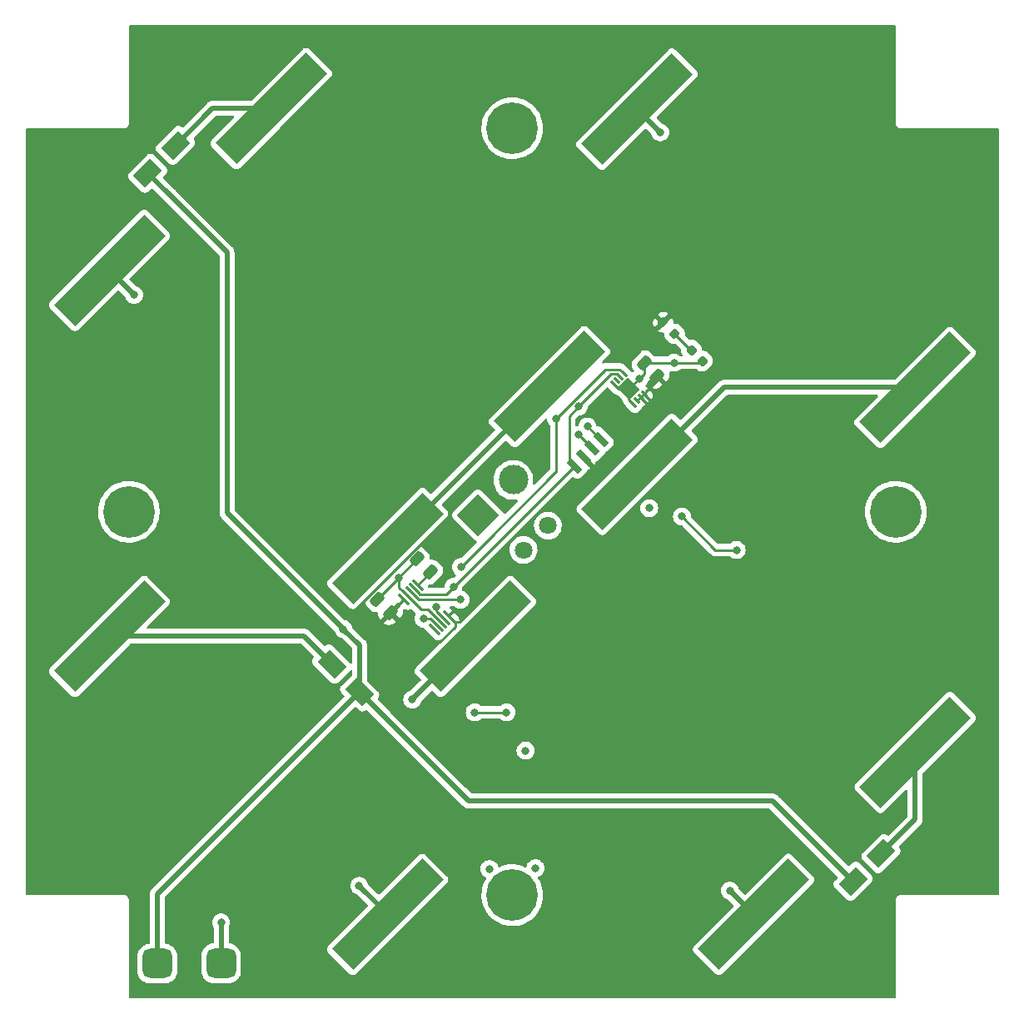
<source format=gbr>
%TF.GenerationSoftware,KiCad,Pcbnew,(6.0.9)*%
%TF.CreationDate,2023-03-27T23:12:45-07:00*%
%TF.ProjectId,solar-panel-side-Z,736f6c61-722d-4706-916e-656c2d736964,3.1*%
%TF.SameCoordinates,Original*%
%TF.FileFunction,Copper,L1,Top*%
%TF.FilePolarity,Positive*%
%FSLAX46Y46*%
G04 Gerber Fmt 4.6, Leading zero omitted, Abs format (unit mm)*
G04 Created by KiCad (PCBNEW (6.0.9)) date 2023-03-27 23:12:45*
%MOMM*%
%LPD*%
G01*
G04 APERTURE LIST*
G04 Aperture macros list*
%AMRoundRect*
0 Rectangle with rounded corners*
0 $1 Rounding radius*
0 $2 $3 $4 $5 $6 $7 $8 $9 X,Y pos of 4 corners*
0 Add a 4 corners polygon primitive as box body*
4,1,4,$2,$3,$4,$5,$6,$7,$8,$9,$2,$3,0*
0 Add four circle primitives for the rounded corners*
1,1,$1+$1,$2,$3*
1,1,$1+$1,$4,$5*
1,1,$1+$1,$6,$7*
1,1,$1+$1,$8,$9*
0 Add four rect primitives between the rounded corners*
20,1,$1+$1,$2,$3,$4,$5,0*
20,1,$1+$1,$4,$5,$6,$7,0*
20,1,$1+$1,$6,$7,$8,$9,0*
20,1,$1+$1,$8,$9,$2,$3,0*%
%AMRotRect*
0 Rectangle, with rotation*
0 The origin of the aperture is its center*
0 $1 length*
0 $2 width*
0 $3 Rotation angle, in degrees counterclockwise*
0 Add horizontal line*
21,1,$1,$2,0,0,$3*%
G04 Aperture macros list end*
%TA.AperFunction,ComponentPad*%
%ADD10C,5.250000*%
%TD*%
%TA.AperFunction,SMDPad,CuDef*%
%ADD11RotRect,2.500000X1.700000X45.000000*%
%TD*%
%TA.AperFunction,SMDPad,CuDef*%
%ADD12RoundRect,0.750000X0.750000X-0.750000X0.750000X0.750000X-0.750000X0.750000X-0.750000X-0.750000X0*%
%TD*%
%TA.AperFunction,SMDPad,CuDef*%
%ADD13RoundRect,0.218750X0.335876X0.026517X0.026517X0.335876X-0.335876X-0.026517X-0.026517X-0.335876X0*%
%TD*%
%TA.AperFunction,SMDPad,CuDef*%
%ADD14RoundRect,0.250000X0.512652X0.159099X0.159099X0.512652X-0.512652X-0.159099X-0.159099X-0.512652X0*%
%TD*%
%TA.AperFunction,SMDPad,CuDef*%
%ADD15RotRect,0.300000X0.750000X225.000000*%
%TD*%
%TA.AperFunction,SMDPad,CuDef*%
%ADD16RotRect,0.300000X0.750000X45.000000*%
%TD*%
%TA.AperFunction,SMDPad,CuDef*%
%ADD17RotRect,1.450000X1.750000X225.000000*%
%TD*%
%TA.AperFunction,SMDPad,CuDef*%
%ADD18RotRect,13.000000X3.000000X45.000000*%
%TD*%
%TA.AperFunction,SMDPad,CuDef*%
%ADD19RoundRect,0.200000X-0.335876X-0.053033X-0.053033X-0.335876X0.335876X0.053033X0.053033X0.335876X0*%
%TD*%
%TA.AperFunction,SMDPad,CuDef*%
%ADD20RoundRect,0.075000X-0.512652X0.406586X0.406586X-0.512652X0.512652X-0.406586X-0.406586X0.512652X0*%
%TD*%
%TA.AperFunction,SMDPad,CuDef*%
%ADD21RotRect,2.500000X1.700000X135.000000*%
%TD*%
%TA.AperFunction,SMDPad,CuDef*%
%ADD22RotRect,1.600000X0.700000X135.000000*%
%TD*%
%TA.AperFunction,SMDPad,CuDef*%
%ADD23RotRect,13.000000X3.000000X225.000000*%
%TD*%
%TA.AperFunction,ComponentPad*%
%ADD24C,1.800000*%
%TD*%
%TA.AperFunction,ComponentPad*%
%ADD25RotRect,3.000000X3.000000X45.000000*%
%TD*%
%TA.AperFunction,ComponentPad*%
%ADD26C,3.000000*%
%TD*%
%TA.AperFunction,ViaPad*%
%ADD27C,0.800000*%
%TD*%
%TA.AperFunction,Conductor*%
%ADD28C,0.250000*%
%TD*%
%TA.AperFunction,Conductor*%
%ADD29C,0.500000*%
%TD*%
G04 APERTURE END LIST*
D10*
%TO.P,J4,1,Pin_1*%
%TO.N,unconnected-(J4-Pad1)*%
X110500000Y-85000000D03*
%TD*%
%TO.P,J5,1,Pin_1*%
%TO.N,unconnected-(J5-Pad1)*%
X149500000Y-124000000D03*
%TD*%
%TO.P,J6,1,Pin_1*%
%TO.N,unconnected-(J6-Pad1)*%
X149500000Y-46000000D03*
%TD*%
%TO.P,J7,1,Pin_1*%
%TO.N,unconnected-(J7-Pad1)*%
X188500000Y-85000000D03*
%TD*%
D11*
%TO.P,D3,1,K*%
%TO.N,VSOLAR*%
X112421572Y-50578428D03*
%TO.P,D3,2,A*%
%TO.N,Net-(D3-Pad2)*%
X115250000Y-47750000D03*
%TD*%
D12*
%TO.P,TP1,1,1*%
%TO.N,VSOLAR*%
X113410000Y-130950000D03*
%TD*%
D13*
%TO.P,D5,1,K*%
%TO.N,GND*%
X168840000Y-69680000D03*
%TO.P,D5,2,A*%
%TO.N,Net-(D5-Pad2)*%
X167726306Y-68566306D03*
%TD*%
D14*
%TO.P,C3,1*%
%TO.N,Net-(C3-Pad1)*%
X141201700Y-91147870D03*
%TO.P,C3,2*%
%TO.N,GND*%
X139858198Y-89804368D03*
%TD*%
D15*
%TO.P,U3,1,SDA*%
%TO.N,SDA*%
X160865025Y-70964365D03*
%TO.P,U3,2,SCL*%
%TO.N,SCL*%
X160511472Y-71317918D03*
%TO.P,U3,3,Alert*%
%TO.N,unconnected-(U3-Pad3)*%
X160157918Y-71671472D03*
%TO.P,U3,4,GND*%
%TO.N,GND*%
X159804365Y-72025025D03*
D16*
%TO.P,U3,5,A2*%
X161854975Y-74075635D03*
%TO.P,U3,6,A1*%
%TO.N,+3V3*%
X162208528Y-73722082D03*
%TO.P,U3,7,A0*%
X162562082Y-73368528D03*
%TO.P,U3,8,VDD*%
X162915635Y-73014975D03*
D17*
%TO.P,U3,9,EP/GND*%
%TO.N,GND*%
X161360000Y-72520000D03*
%TD*%
D18*
%TO.P,SC5,1,+*%
%TO.N,Net-(D4-Pad2)*%
X108537864Y-97657864D03*
%TO.P,SC5,2,-*%
%TO.N,Net-(SC5-Pad2)*%
X136822136Y-125942136D03*
%TD*%
D12*
%TO.P,TP2,1,1*%
%TO.N,GND*%
X119890000Y-130920000D03*
%TD*%
D18*
%TO.P,SC3,1,+*%
%TO.N,Net-(D3-Pad2)*%
X125000000Y-43980000D03*
%TO.P,SC3,2,-*%
%TO.N,Net-(SC3-Pad2)*%
X153284272Y-72264272D03*
%TD*%
D19*
%TO.P,R1,1*%
%TO.N,+3V3*%
X164836005Y-65732575D03*
%TO.P,R1,2*%
%TO.N,Net-(D5-Pad2)*%
X166002731Y-66899301D03*
%TD*%
D14*
%TO.P,C2,1*%
%TO.N,+3V3*%
X137128765Y-95263232D03*
%TO.P,C2,2*%
%TO.N,GND*%
X135785263Y-93919730D03*
%TD*%
D20*
%TO.P,U2,1,REG*%
%TO.N,Net-(C3-Pad1)*%
X139893554Y-92470160D03*
%TO.P,U2,2,SCL*%
%TO.N,SCL*%
X139540000Y-92823714D03*
%TO.P,U2,3,SDA*%
%TO.N,SDA*%
X139186447Y-93177267D03*
%TO.P,U2,4,IN/TRIG*%
%TO.N,GND*%
X138832894Y-93530820D03*
%TO.P,U2,5,EN*%
%TO.N,+3V3*%
X138479340Y-93884374D03*
%TO.P,U2,6,VDD/NC*%
%TO.N,unconnected-(U2-Pad6)*%
X141590610Y-96995644D03*
%TO.P,U2,7,OUT+*%
%TO.N,Net-(U2-Pad7)*%
X141944164Y-96642090D03*
%TO.P,U2,8,GND*%
%TO.N,GND*%
X142297717Y-96288537D03*
%TO.P,U2,9,OUT-*%
%TO.N,Net-(U2-Pad7)*%
X142651270Y-95934984D03*
%TO.P,U2,10,VDD*%
%TO.N,+3V3*%
X143004824Y-95581430D03*
%TD*%
D21*
%TO.P,D4,1,K*%
%TO.N,VSOLAR*%
X133978428Y-103318428D03*
%TO.P,D4,2,A*%
%TO.N,Net-(D4-Pad2)*%
X131150000Y-100490000D03*
%TD*%
D14*
%TO.P,C1,1*%
%TO.N,+3V3*%
X164240000Y-71195441D03*
%TO.P,C1,2*%
%TO.N,GND*%
X162896498Y-69851939D03*
%TD*%
D22*
%TO.P,U1,1,SCL*%
%TO.N,SCL*%
X155819358Y-80333435D03*
%TO.P,U1,2,VDD*%
%TO.N,+3V3*%
X156717383Y-79435409D03*
%TO.P,U1,3,GND*%
%TO.N,GND*%
X157615409Y-78537383D03*
%TO.P,U1,4,SDA*%
%TO.N,SDA*%
X158513435Y-77639358D03*
%TD*%
D23*
%TO.P,SC4,1,+*%
%TO.N,Net-(SC3-Pad2)*%
X136824272Y-88734272D03*
%TO.P,SC4,2,-*%
%TO.N,GND*%
X108540000Y-60450000D03*
%TD*%
D18*
%TO.P,SC6,1,+*%
%TO.N,Net-(SC5-Pad2)*%
X145755728Y-97665728D03*
%TO.P,SC6,2,-*%
%TO.N,GND*%
X174040000Y-125950000D03*
%TD*%
D23*
%TO.P,SC45,1,+*%
%TO.N,Net-(SC1-Pad2)*%
X190462136Y-72342136D03*
%TO.P,SC45,2,-*%
%TO.N,GND*%
X162177864Y-44057864D03*
%TD*%
D11*
%TO.P,D2,1,K*%
%TO.N,VSOLAR*%
X184161572Y-122588428D03*
%TO.P,D2,2,A*%
%TO.N,Net-(D2-Pad2)*%
X186990000Y-119760000D03*
%TD*%
D23*
%TO.P,SC1,1,+*%
%TO.N,Net-(D2-Pad2)*%
X190480000Y-109480000D03*
%TO.P,SC1,2,-*%
%TO.N,Net-(SC1-Pad2)*%
X162195728Y-81195728D03*
%TD*%
D24*
%TO.P,J2,1,Pin_1*%
%TO.N,Net-(J2-Pad1)*%
X153121371Y-86416497D03*
%TO.P,J2,2,Pin_2*%
%TO.N,Net-(J2-Pad2)*%
X150646497Y-88891371D03*
%TD*%
D25*
%TO.P,J3,1,Pin_1*%
%TO.N,Net-(J2-Pad2)*%
X146020000Y-85360000D03*
D26*
%TO.P,J3,2,Pin_2*%
%TO.N,Net-(J2-Pad1)*%
X149612102Y-81767898D03*
%TD*%
D27*
%TO.N,GND*%
X171630000Y-123540000D03*
X162420000Y-71460000D03*
X164540000Y-46420000D03*
X156260000Y-77181974D03*
X145680000Y-105410000D03*
X148900000Y-105410000D03*
X137946283Y-91716283D03*
X111040000Y-62950000D03*
X165948061Y-69851939D03*
X119890000Y-126760000D03*
X163434805Y-84636536D03*
%TO.N,+3V3*%
X136278502Y-101378502D03*
X136278502Y-98431498D03*
X159658854Y-106178544D03*
X157110000Y-86940000D03*
X172337279Y-84901701D03*
%TO.N,VSOLAR*%
X132315000Y-96935000D03*
%TO.N,SDA*%
X144270000Y-90620000D03*
X153961802Y-75551802D03*
X144245000Y-93955000D03*
X157140000Y-76330000D03*
%TO.N,SCL*%
X156280000Y-74280000D03*
X143511396Y-92641396D03*
%TO.N,Net-(SC5-Pad2)*%
X139330000Y-104100000D03*
X133930000Y-123050000D03*
%TO.N,Net-(U2-Pad7)*%
X147180000Y-121330000D03*
X141780000Y-94680000D03*
X150850000Y-109290000D03*
X140460000Y-95870000D03*
X151860000Y-121250000D03*
%TO.N,AGND*%
X172316065Y-88896855D03*
X166758207Y-85488599D03*
%TD*%
D28*
%TO.N,GND*%
X162896498Y-70983502D02*
X162896498Y-69851939D01*
X140944595Y-94935415D02*
X142297717Y-96288537D01*
D29*
X174040000Y-125950000D02*
X171630000Y-123540000D01*
D28*
X168668061Y-69851939D02*
X168840000Y-69680000D01*
X160286952Y-72512997D02*
X161347612Y-72512997D01*
D29*
X162177864Y-44057864D02*
X164540000Y-46420000D01*
D28*
X137946283Y-91716283D02*
X137984365Y-91678201D01*
X161360000Y-72520000D02*
X162420000Y-71460000D01*
X137984365Y-91678201D02*
X139858198Y-89804368D01*
X138832894Y-93530820D02*
X140242074Y-94940000D01*
X165948061Y-69851939D02*
X168668061Y-69851939D01*
X137984365Y-92710576D02*
X137984365Y-91678201D01*
X140246659Y-94935415D02*
X140944595Y-94935415D01*
X161347612Y-73573657D02*
X161347612Y-72512997D01*
D29*
X119890000Y-130920000D02*
X119890000Y-126760000D01*
D28*
X162896498Y-69851939D02*
X165948061Y-69851939D01*
X161842587Y-74068632D02*
X161347612Y-73573657D01*
D29*
X108540000Y-60450000D02*
X111040000Y-62950000D01*
D28*
X157615409Y-78537383D02*
X156260000Y-77181974D01*
X159791977Y-72018022D02*
X160286952Y-72512997D01*
X140242074Y-94940000D02*
X140246659Y-94935415D01*
X162420000Y-71460000D02*
X162896498Y-70983502D01*
X135785263Y-93877303D02*
X137946283Y-91716283D01*
X145680000Y-105410000D02*
X148900000Y-105410000D01*
X135785263Y-93919730D02*
X135785263Y-93934737D01*
X138804609Y-93530820D02*
X137984365Y-92710576D01*
%TO.N,+3V3*%
X143700000Y-96690000D02*
X142140000Y-98250000D01*
X143004824Y-95581430D02*
X143700000Y-96276606D01*
X164240000Y-71690610D02*
X162915635Y-73014975D01*
X133560000Y-94935841D02*
X142806126Y-85689715D01*
X142806126Y-85689715D02*
X142806126Y-85683874D01*
X143700000Y-96276606D02*
X143700000Y-96690000D01*
X134210000Y-96330000D02*
X133560000Y-95680000D01*
X143004824Y-95581430D02*
X143004824Y-95575176D01*
X143004824Y-95581430D02*
X143004824Y-95594824D01*
X133560000Y-95680000D02*
X133560000Y-94935841D01*
X137128766Y-95263232D02*
X138479340Y-93912658D01*
X143004824Y-95575176D02*
X143540000Y-95040000D01*
X136030000Y-96330000D02*
X134210000Y-96330000D01*
X137096768Y-95263232D02*
X136030000Y-96330000D01*
X143600000Y-96190000D02*
X144210000Y-96190000D01*
X143004824Y-95594824D02*
X143600000Y-96190000D01*
X142806126Y-85683874D02*
X143090000Y-85400000D01*
X137128765Y-95263232D02*
X137096768Y-95263232D01*
X164240000Y-71195441D02*
X164240000Y-71690610D01*
X162208528Y-73722082D02*
X162915635Y-73014975D01*
D29*
%TO.N,VSOLAR*%
X113410000Y-124310000D02*
X113410000Y-123990000D01*
X133978428Y-103318428D02*
X113410000Y-123886856D01*
X114646854Y-52803710D02*
X114653710Y-52803710D01*
X133978428Y-103318428D02*
X145100000Y-114440000D01*
X120480000Y-58630000D02*
X120480000Y-85100000D01*
X133978428Y-98598428D02*
X132315000Y-96935000D01*
X113410000Y-130950000D02*
X113410000Y-124310000D01*
X120480000Y-85100000D02*
X132300000Y-96920000D01*
X133978428Y-103318428D02*
X133978428Y-98598428D01*
X145100000Y-114440000D02*
X176013144Y-114440000D01*
X112421572Y-50578428D02*
X114646854Y-52803710D01*
X114653710Y-52803710D02*
X120480000Y-58630000D01*
X113410000Y-123886856D02*
X113410000Y-124310000D01*
X176013144Y-114440000D02*
X184161572Y-122588428D01*
D28*
%TO.N,SDA*%
X158449358Y-77639358D02*
X157140000Y-76330000D01*
X153961802Y-75551802D02*
X153960000Y-75553604D01*
X153960000Y-75553604D02*
X153960000Y-80930000D01*
X153960000Y-80930000D02*
X153910000Y-80980000D01*
X146735000Y-88155000D02*
X144270000Y-90620000D01*
X139964180Y-93955000D02*
X144245000Y-93955000D01*
X158513435Y-77639358D02*
X158449358Y-77639358D01*
X153910000Y-80980000D02*
X146735000Y-88155000D01*
X160865025Y-70964365D02*
X160425900Y-70525240D01*
X158988364Y-70525240D02*
X153961802Y-75551802D01*
X139186447Y-93177267D02*
X139964180Y-93955000D01*
X160425900Y-70525240D02*
X158988364Y-70525240D01*
%TO.N,SCL*%
X155275000Y-75285000D02*
X155275000Y-79895000D01*
X159584760Y-70975240D02*
X156280000Y-74280000D01*
X139540000Y-92823714D02*
X140099098Y-93382812D01*
X160168794Y-70975240D02*
X159994760Y-70975240D01*
X143511396Y-92641396D02*
X155819358Y-80333435D01*
X159994760Y-70975240D02*
X159584760Y-70975240D01*
X156280000Y-74280000D02*
X155275000Y-75285000D01*
X160511472Y-71317918D02*
X160168794Y-70975240D01*
X140099098Y-93382812D02*
X142769981Y-93382812D01*
X142769981Y-93382812D02*
X143511396Y-92641396D01*
D29*
%TO.N,Net-(D2-Pad2)*%
X190480000Y-109480000D02*
X190480000Y-116270000D01*
X190480000Y-116270000D02*
X186990000Y-119760000D01*
%TO.N,Net-(D3-Pad2)*%
X125000000Y-43980000D02*
X119020000Y-43980000D01*
X119020000Y-43980000D02*
X115250000Y-47750000D01*
%TO.N,Net-(D4-Pad2)*%
X108537864Y-97657864D02*
X128317864Y-97657864D01*
X128317864Y-97657864D02*
X131150000Y-100490000D01*
%TO.N,Net-(SC1-Pad2)*%
X190462136Y-72342136D02*
X171049320Y-72342136D01*
X171049320Y-72342136D02*
X162195728Y-81195728D01*
%TO.N,Net-(SC3-Pad2)*%
X136824272Y-88734272D02*
X136824272Y-88724272D01*
X136824272Y-88724272D02*
X153284272Y-72264272D01*
%TO.N,Net-(SC5-Pad2)*%
X136822136Y-125942136D02*
X133930000Y-123050000D01*
X145755728Y-97674272D02*
X139330000Y-104100000D01*
X145755728Y-97665728D02*
X145755728Y-97674272D01*
D28*
%TO.N,Net-(U2-Pad7)*%
X141172074Y-95870000D02*
X140460000Y-95870000D01*
X142651270Y-95934984D02*
X141780000Y-95063714D01*
X141944164Y-96642090D02*
X141172074Y-95870000D01*
X141780000Y-95063714D02*
X141780000Y-94680000D01*
%TO.N,Net-(D5-Pad2)*%
X166002732Y-66899302D02*
X167669736Y-68566306D01*
%TO.N,AGND*%
X172316065Y-88896855D02*
X170166463Y-88896855D01*
X170166463Y-88896855D02*
X166758207Y-85488599D01*
%TO.N,Net-(C3-Pad1)*%
X139893553Y-92470160D02*
X141201701Y-91162013D01*
%TD*%
%TA.AperFunction,Conductor*%
%TO.N,+3V3*%
G36*
X188433621Y-35528502D02*
G01*
X188480114Y-35582158D01*
X188491500Y-35634500D01*
X188491500Y-45491377D01*
X188491498Y-45492147D01*
X188491024Y-45569721D01*
X188493491Y-45578352D01*
X188499150Y-45598153D01*
X188502728Y-45614915D01*
X188506920Y-45644187D01*
X188510634Y-45652355D01*
X188510634Y-45652356D01*
X188517548Y-45667562D01*
X188523996Y-45685086D01*
X188531051Y-45709771D01*
X188535843Y-45717365D01*
X188535844Y-45717368D01*
X188546830Y-45734780D01*
X188554969Y-45749863D01*
X188567208Y-45776782D01*
X188573069Y-45783584D01*
X188583970Y-45796235D01*
X188595073Y-45811239D01*
X188608776Y-45832958D01*
X188615501Y-45838897D01*
X188615504Y-45838901D01*
X188630938Y-45852532D01*
X188642982Y-45864724D01*
X188656427Y-45880327D01*
X188656430Y-45880329D01*
X188662287Y-45887127D01*
X188669816Y-45892007D01*
X188669817Y-45892008D01*
X188683835Y-45901094D01*
X188698709Y-45912385D01*
X188711217Y-45923431D01*
X188717951Y-45929378D01*
X188744711Y-45941942D01*
X188759691Y-45950263D01*
X188776983Y-45961471D01*
X188776988Y-45961473D01*
X188784515Y-45966352D01*
X188793108Y-45968922D01*
X188793113Y-45968924D01*
X188809120Y-45973711D01*
X188826564Y-45980372D01*
X188841676Y-45987467D01*
X188841678Y-45987468D01*
X188849800Y-45991281D01*
X188858667Y-45992662D01*
X188858668Y-45992662D01*
X188861353Y-45993080D01*
X188879017Y-45995830D01*
X188895732Y-45999613D01*
X188915466Y-46005515D01*
X188915472Y-46005516D01*
X188924066Y-46008086D01*
X188933037Y-46008141D01*
X188933038Y-46008141D01*
X188943097Y-46008202D01*
X188958506Y-46008296D01*
X188959289Y-46008329D01*
X188960386Y-46008500D01*
X188991377Y-46008500D01*
X188992147Y-46008502D01*
X189065785Y-46008952D01*
X189065786Y-46008952D01*
X189069721Y-46008976D01*
X189071065Y-46008592D01*
X189072410Y-46008500D01*
X198865500Y-46008500D01*
X198933621Y-46028502D01*
X198980114Y-46082158D01*
X198991500Y-46134500D01*
X198991500Y-123865500D01*
X198971498Y-123933621D01*
X198917842Y-123980114D01*
X198865500Y-123991500D01*
X189008623Y-123991500D01*
X189007853Y-123991498D01*
X189007037Y-123991493D01*
X188930279Y-123991024D01*
X188907918Y-123997415D01*
X188901847Y-123999150D01*
X188885085Y-124002728D01*
X188855813Y-124006920D01*
X188847645Y-124010634D01*
X188847644Y-124010634D01*
X188832438Y-124017548D01*
X188814914Y-124023996D01*
X188790229Y-124031051D01*
X188782635Y-124035843D01*
X188782632Y-124035844D01*
X188765220Y-124046830D01*
X188750137Y-124054969D01*
X188723218Y-124067208D01*
X188716416Y-124073069D01*
X188703765Y-124083970D01*
X188688761Y-124095073D01*
X188667042Y-124108776D01*
X188661103Y-124115501D01*
X188661099Y-124115504D01*
X188647468Y-124130938D01*
X188635276Y-124142982D01*
X188619673Y-124156427D01*
X188619671Y-124156430D01*
X188612873Y-124162287D01*
X188607993Y-124169816D01*
X188607992Y-124169817D01*
X188598906Y-124183835D01*
X188587615Y-124198709D01*
X188576569Y-124211217D01*
X188570622Y-124217951D01*
X188564312Y-124231391D01*
X188558058Y-124244711D01*
X188549737Y-124259691D01*
X188538529Y-124276983D01*
X188538527Y-124276988D01*
X188533648Y-124284515D01*
X188531078Y-124293108D01*
X188531076Y-124293113D01*
X188526289Y-124309120D01*
X188519628Y-124326564D01*
X188512533Y-124341676D01*
X188508719Y-124349800D01*
X188507338Y-124358667D01*
X188507338Y-124358668D01*
X188504170Y-124379015D01*
X188500387Y-124395732D01*
X188494485Y-124415466D01*
X188494484Y-124415472D01*
X188491914Y-124424066D01*
X188491859Y-124433037D01*
X188491859Y-124433038D01*
X188491704Y-124458497D01*
X188491671Y-124459289D01*
X188491500Y-124460386D01*
X188491500Y-124491377D01*
X188491498Y-124492147D01*
X188491393Y-124509413D01*
X188491024Y-124569721D01*
X188491408Y-124571065D01*
X188491500Y-124572410D01*
X188491500Y-134365500D01*
X188471498Y-134433621D01*
X188417842Y-134480114D01*
X188365500Y-134491500D01*
X110634500Y-134491500D01*
X110566379Y-134471498D01*
X110519886Y-134417842D01*
X110508500Y-134365500D01*
X110508500Y-124508623D01*
X110508502Y-124507853D01*
X110508800Y-124459102D01*
X110508976Y-124430279D01*
X110500850Y-124401847D01*
X110497272Y-124385085D01*
X110494352Y-124364698D01*
X110493080Y-124355813D01*
X110482451Y-124332436D01*
X110476004Y-124314913D01*
X110471416Y-124298862D01*
X110468949Y-124290229D01*
X110464156Y-124282632D01*
X110453170Y-124265220D01*
X110445030Y-124250135D01*
X110442564Y-124244711D01*
X110432792Y-124223218D01*
X110416030Y-124203765D01*
X110404927Y-124188761D01*
X110391224Y-124167042D01*
X110384499Y-124161103D01*
X110384496Y-124161099D01*
X110369062Y-124147468D01*
X110357018Y-124135276D01*
X110343573Y-124119673D01*
X110343570Y-124119671D01*
X110337713Y-124112873D01*
X110324009Y-124103990D01*
X110316165Y-124098906D01*
X110301291Y-124087615D01*
X110288783Y-124076569D01*
X110288782Y-124076568D01*
X110282049Y-124070622D01*
X110255287Y-124058057D01*
X110240309Y-124049737D01*
X110223017Y-124038529D01*
X110223012Y-124038527D01*
X110215485Y-124033648D01*
X110206892Y-124031078D01*
X110206887Y-124031076D01*
X110190880Y-124026289D01*
X110173436Y-124019628D01*
X110158324Y-124012533D01*
X110158322Y-124012532D01*
X110150200Y-124008719D01*
X110141333Y-124007338D01*
X110141332Y-124007338D01*
X110130478Y-124005648D01*
X110120983Y-124004170D01*
X110104268Y-124000387D01*
X110084534Y-123994485D01*
X110084528Y-123994484D01*
X110075934Y-123991914D01*
X110066963Y-123991859D01*
X110066962Y-123991859D01*
X110056903Y-123991798D01*
X110041494Y-123991704D01*
X110040711Y-123991671D01*
X110039614Y-123991500D01*
X110008623Y-123991500D01*
X110007853Y-123991498D01*
X109934215Y-123991048D01*
X109934214Y-123991048D01*
X109930279Y-123991024D01*
X109928935Y-123991408D01*
X109927590Y-123991500D01*
X100134500Y-123991500D01*
X100066379Y-123971498D01*
X100019886Y-123917842D01*
X100008500Y-123865500D01*
X100008500Y-101193398D01*
X102367281Y-101193398D01*
X102387930Y-101337584D01*
X102448217Y-101470180D01*
X102453164Y-101476333D01*
X102453166Y-101476336D01*
X102459489Y-101484200D01*
X102487410Y-101518926D01*
X104676802Y-103708318D01*
X104693538Y-103721774D01*
X104719392Y-103742562D01*
X104719395Y-103742564D01*
X104725548Y-103747511D01*
X104742844Y-103755375D01*
X104811794Y-103786724D01*
X104858144Y-103807798D01*
X104867027Y-103809070D01*
X104867030Y-103809071D01*
X104993441Y-103827174D01*
X105002330Y-103828447D01*
X105011219Y-103827174D01*
X105137630Y-103809071D01*
X105137633Y-103809070D01*
X105146516Y-103807798D01*
X105192867Y-103786724D01*
X105261816Y-103755375D01*
X105279112Y-103747511D01*
X105285265Y-103742564D01*
X105285268Y-103742562D01*
X105311122Y-103721774D01*
X105327858Y-103708318D01*
X110582907Y-98453269D01*
X110645219Y-98419243D01*
X110672002Y-98416364D01*
X127951493Y-98416364D01*
X128019614Y-98436366D01*
X128040588Y-98453269D01*
X129281117Y-99693798D01*
X129315143Y-99756110D01*
X129310078Y-99826925D01*
X129281117Y-99871988D01*
X129271476Y-99881629D01*
X129269336Y-99884291D01*
X129237232Y-99924219D01*
X129237230Y-99924222D01*
X129232283Y-99930375D01*
X129171996Y-100062971D01*
X129151347Y-100207157D01*
X129171996Y-100351343D01*
X129232283Y-100483939D01*
X129237230Y-100490092D01*
X129237232Y-100490095D01*
X129242029Y-100496061D01*
X129271476Y-100532685D01*
X131107315Y-102368524D01*
X131109977Y-102370664D01*
X131149905Y-102402768D01*
X131149908Y-102402770D01*
X131156061Y-102407717D01*
X131288657Y-102468004D01*
X131297540Y-102469276D01*
X131297543Y-102469277D01*
X131423954Y-102487380D01*
X131432843Y-102488653D01*
X131441732Y-102487380D01*
X131568143Y-102469277D01*
X131568146Y-102469276D01*
X131577029Y-102468004D01*
X131709625Y-102407717D01*
X131715778Y-102402770D01*
X131715781Y-102402768D01*
X131755709Y-102370664D01*
X131758371Y-102368524D01*
X133004833Y-101122062D01*
X133067145Y-101088036D01*
X133137960Y-101093101D01*
X133194796Y-101135648D01*
X133219607Y-101202168D01*
X133219928Y-101211157D01*
X133219928Y-101537843D01*
X133199926Y-101605964D01*
X133183023Y-101626938D01*
X132099904Y-102710057D01*
X132097764Y-102712719D01*
X132065660Y-102752647D01*
X132065658Y-102752650D01*
X132060711Y-102758803D01*
X132000424Y-102891399D01*
X131979775Y-103035585D01*
X132000424Y-103179771D01*
X132060711Y-103312367D01*
X132065658Y-103318520D01*
X132065660Y-103318523D01*
X132086448Y-103344377D01*
X132099904Y-103361113D01*
X132392388Y-103653597D01*
X132426414Y-103715909D01*
X132421349Y-103786724D01*
X132392388Y-103831787D01*
X112921089Y-123303086D01*
X112906677Y-123315472D01*
X112895082Y-123324005D01*
X112895077Y-123324010D01*
X112889182Y-123328348D01*
X112884443Y-123333926D01*
X112884440Y-123333929D01*
X112854965Y-123368624D01*
X112848035Y-123376140D01*
X112842340Y-123381835D01*
X112840060Y-123384717D01*
X112824719Y-123404107D01*
X112821928Y-123407511D01*
X112809996Y-123421556D01*
X112774667Y-123463141D01*
X112771339Y-123469657D01*
X112767972Y-123474706D01*
X112764805Y-123479835D01*
X112760266Y-123485572D01*
X112729345Y-123551731D01*
X112727442Y-123555625D01*
X112694231Y-123620664D01*
X112692492Y-123627772D01*
X112690393Y-123633415D01*
X112688476Y-123639178D01*
X112685378Y-123645806D01*
X112683888Y-123652968D01*
X112683888Y-123652969D01*
X112670514Y-123717268D01*
X112669544Y-123721552D01*
X112652192Y-123792466D01*
X112651500Y-123803620D01*
X112651464Y-123803618D01*
X112651225Y-123807611D01*
X112650851Y-123811803D01*
X112649360Y-123818971D01*
X112649558Y-123826288D01*
X112651454Y-123896377D01*
X112651500Y-123899784D01*
X112651500Y-128820937D01*
X112631498Y-128889058D01*
X112577842Y-128935551D01*
X112535715Y-128946522D01*
X112455800Y-128953022D01*
X112450605Y-128954356D01*
X112450604Y-128954356D01*
X112345955Y-128981225D01*
X112238206Y-129008890D01*
X112033945Y-129102409D01*
X111849473Y-129230620D01*
X111690620Y-129389473D01*
X111635500Y-129468781D01*
X111579716Y-129549044D01*
X111562409Y-129573945D01*
X111468890Y-129778206D01*
X111413022Y-129995800D01*
X111412587Y-130001151D01*
X111404148Y-130104908D01*
X111401500Y-130137458D01*
X111401500Y-131762542D01*
X111413022Y-131904200D01*
X111414356Y-131909395D01*
X111414356Y-131909396D01*
X111459792Y-132086361D01*
X111468890Y-132121794D01*
X111562409Y-132326055D01*
X111690620Y-132510527D01*
X111849473Y-132669380D01*
X111980644Y-132760546D01*
X111990781Y-132767591D01*
X112033945Y-132797591D01*
X112238206Y-132891110D01*
X112243638Y-132892505D01*
X112243639Y-132892505D01*
X112340651Y-132917413D01*
X112455800Y-132946978D01*
X112509705Y-132951362D01*
X112594908Y-132958293D01*
X112594918Y-132958293D01*
X112597458Y-132958500D01*
X114222542Y-132958500D01*
X114225082Y-132958293D01*
X114225092Y-132958293D01*
X114310295Y-132951362D01*
X114364200Y-132946978D01*
X114479350Y-132917413D01*
X114576361Y-132892505D01*
X114576362Y-132892505D01*
X114581794Y-132891110D01*
X114786055Y-132797591D01*
X114829220Y-132767591D01*
X114839356Y-132760546D01*
X114970527Y-132669380D01*
X115129380Y-132510527D01*
X115257591Y-132326055D01*
X115351110Y-132121794D01*
X115360208Y-132086361D01*
X115405644Y-131909396D01*
X115405644Y-131909395D01*
X115406978Y-131904200D01*
X115418500Y-131762542D01*
X115418500Y-131732542D01*
X117881500Y-131732542D01*
X117881707Y-131735082D01*
X117881707Y-131735092D01*
X117888638Y-131820295D01*
X117893022Y-131874200D01*
X117948890Y-132091794D01*
X118042409Y-132296055D01*
X118045609Y-132300659D01*
X118045610Y-132300661D01*
X118063259Y-132326055D01*
X118170620Y-132480527D01*
X118329473Y-132639380D01*
X118513945Y-132767591D01*
X118718206Y-132861110D01*
X118723638Y-132862505D01*
X118723639Y-132862505D01*
X118835050Y-132891110D01*
X118935800Y-132916978D01*
X118989705Y-132921362D01*
X119074908Y-132928293D01*
X119074918Y-132928293D01*
X119077458Y-132928500D01*
X120702542Y-132928500D01*
X120705082Y-132928293D01*
X120705092Y-132928293D01*
X120790295Y-132921362D01*
X120844200Y-132916978D01*
X120944951Y-132891110D01*
X121056361Y-132862505D01*
X121056362Y-132862505D01*
X121061794Y-132861110D01*
X121266055Y-132767591D01*
X121450527Y-132639380D01*
X121609380Y-132480527D01*
X121716741Y-132326055D01*
X121734390Y-132300661D01*
X121734391Y-132300659D01*
X121737591Y-132296055D01*
X121831110Y-132091794D01*
X121886978Y-131874200D01*
X121891362Y-131820295D01*
X121898293Y-131735092D01*
X121898293Y-131735082D01*
X121898500Y-131732542D01*
X121898500Y-130107458D01*
X121886978Y-129965800D01*
X121847249Y-129811062D01*
X121832505Y-129753639D01*
X121832505Y-129753638D01*
X121831110Y-129748206D01*
X121737591Y-129543945D01*
X121691529Y-129477670D01*
X130651553Y-129477670D01*
X130652826Y-129486559D01*
X130665341Y-129573945D01*
X130672202Y-129621856D01*
X130732489Y-129754452D01*
X130737436Y-129760605D01*
X130737438Y-129760608D01*
X130743761Y-129768472D01*
X130771682Y-129803198D01*
X132961074Y-131992590D01*
X132977810Y-132006046D01*
X133003664Y-132026834D01*
X133003667Y-132026836D01*
X133009820Y-132031783D01*
X133017008Y-132035051D01*
X133129860Y-132086361D01*
X133142416Y-132092070D01*
X133151299Y-132093342D01*
X133151302Y-132093343D01*
X133277713Y-132111446D01*
X133286602Y-132112719D01*
X133295491Y-132111446D01*
X133421902Y-132093343D01*
X133421905Y-132093342D01*
X133430788Y-132092070D01*
X133443345Y-132086361D01*
X133556196Y-132035051D01*
X133563384Y-132031783D01*
X133569537Y-132026836D01*
X133569540Y-132026834D01*
X133595394Y-132006046D01*
X133612130Y-131992590D01*
X136119186Y-129485534D01*
X167869417Y-129485534D01*
X167870690Y-129494423D01*
X167882809Y-129579044D01*
X167890066Y-129629720D01*
X167950353Y-129762316D01*
X167955300Y-129768469D01*
X167955302Y-129768472D01*
X167959028Y-129773106D01*
X167989546Y-129811062D01*
X170178938Y-132000454D01*
X170181600Y-132002594D01*
X170221528Y-132034698D01*
X170221531Y-132034700D01*
X170227684Y-132039647D01*
X170234872Y-132042915D01*
X170345784Y-132093343D01*
X170360280Y-132099934D01*
X170369163Y-132101206D01*
X170369166Y-132101207D01*
X170495577Y-132119310D01*
X170504466Y-132120583D01*
X170513355Y-132119310D01*
X170639766Y-132101207D01*
X170639769Y-132101206D01*
X170648652Y-132099934D01*
X170663149Y-132093343D01*
X170774060Y-132042915D01*
X170781248Y-132039647D01*
X170787401Y-132034700D01*
X170787404Y-132034698D01*
X170827332Y-132002594D01*
X170829994Y-132000454D01*
X180090454Y-122739994D01*
X180107401Y-122718916D01*
X180124698Y-122697404D01*
X180124700Y-122697401D01*
X180129647Y-122691248D01*
X180189934Y-122558652D01*
X180191402Y-122548405D01*
X180209310Y-122423355D01*
X180210583Y-122414466D01*
X180205081Y-122376045D01*
X180191207Y-122279166D01*
X180191206Y-122279163D01*
X180189934Y-122270280D01*
X180129647Y-122137684D01*
X180124700Y-122131531D01*
X180124698Y-122131528D01*
X180092594Y-122091600D01*
X180090454Y-122088938D01*
X177901062Y-119899546D01*
X177884326Y-119886090D01*
X177858472Y-119865302D01*
X177858469Y-119865300D01*
X177852316Y-119860353D01*
X177719720Y-119800066D01*
X177710837Y-119798794D01*
X177710834Y-119798793D01*
X177584423Y-119780690D01*
X177575534Y-119779417D01*
X177566645Y-119780690D01*
X177440234Y-119798793D01*
X177440231Y-119798794D01*
X177431348Y-119800066D01*
X177298752Y-119860353D01*
X177292599Y-119865300D01*
X177292596Y-119865302D01*
X177266742Y-119886090D01*
X177250006Y-119899546D01*
X175216804Y-121932749D01*
X173245212Y-123904341D01*
X173182900Y-123938367D01*
X173112085Y-123933302D01*
X173067022Y-123904341D01*
X172550125Y-123387444D01*
X172519387Y-123337285D01*
X172512300Y-123315472D01*
X172464527Y-123168444D01*
X172456309Y-123154209D01*
X172380916Y-123023626D01*
X172369040Y-123003056D01*
X172340405Y-122971253D01*
X172245675Y-122866045D01*
X172245674Y-122866044D01*
X172241253Y-122861134D01*
X172086752Y-122748882D01*
X172080724Y-122746198D01*
X172080722Y-122746197D01*
X171918319Y-122673891D01*
X171918318Y-122673891D01*
X171912288Y-122671206D01*
X171799213Y-122647171D01*
X171731944Y-122632872D01*
X171731939Y-122632872D01*
X171725487Y-122631500D01*
X171534513Y-122631500D01*
X171528061Y-122632872D01*
X171528056Y-122632872D01*
X171460787Y-122647171D01*
X171347712Y-122671206D01*
X171341682Y-122673891D01*
X171341681Y-122673891D01*
X171179278Y-122746197D01*
X171179276Y-122746198D01*
X171173248Y-122748882D01*
X171018747Y-122861134D01*
X171014326Y-122866044D01*
X171014325Y-122866045D01*
X170919596Y-122971253D01*
X170890960Y-123003056D01*
X170879084Y-123023626D01*
X170803692Y-123154209D01*
X170795473Y-123168444D01*
X170736458Y-123350072D01*
X170735768Y-123356633D01*
X170735768Y-123356635D01*
X170721520Y-123492197D01*
X170716496Y-123540000D01*
X170717186Y-123546565D01*
X170727617Y-123645806D01*
X170736458Y-123729928D01*
X170795473Y-123911556D01*
X170890960Y-124076944D01*
X170895378Y-124081851D01*
X170895379Y-124081852D01*
X171002694Y-124201037D01*
X171018747Y-124218866D01*
X171074938Y-124259691D01*
X171134191Y-124302741D01*
X171173248Y-124331118D01*
X171179276Y-124333802D01*
X171179278Y-124333803D01*
X171341681Y-124406109D01*
X171347712Y-124408794D01*
X171354167Y-124410166D01*
X171354176Y-124410169D01*
X171410772Y-124422199D01*
X171473669Y-124456350D01*
X171994341Y-124977022D01*
X172028367Y-125039334D01*
X172023302Y-125110149D01*
X171994341Y-125155212D01*
X167989546Y-129160006D01*
X167987406Y-129162668D01*
X167955302Y-129202596D01*
X167955300Y-129202599D01*
X167950353Y-129208752D01*
X167890066Y-129341348D01*
X167888794Y-129350231D01*
X167888793Y-129350234D01*
X167883174Y-129389473D01*
X167869417Y-129485534D01*
X136119186Y-129485534D01*
X142872590Y-122732130D01*
X142900511Y-122697404D01*
X142906834Y-122689540D01*
X142906836Y-122689537D01*
X142911783Y-122683384D01*
X142947630Y-122604541D01*
X142968356Y-122558957D01*
X142968356Y-122558956D01*
X142972070Y-122550788D01*
X142992719Y-122406602D01*
X142987084Y-122367251D01*
X142973343Y-122271302D01*
X142973342Y-122271299D01*
X142972070Y-122262416D01*
X142953943Y-122222546D01*
X142936367Y-122183891D01*
X142911783Y-122129820D01*
X142906836Y-122123667D01*
X142906834Y-122123664D01*
X142874730Y-122083736D01*
X142872590Y-122081074D01*
X142121516Y-121330000D01*
X146266496Y-121330000D01*
X146267186Y-121336565D01*
X146278710Y-121446206D01*
X146286458Y-121519928D01*
X146345473Y-121701556D01*
X146440960Y-121866944D01*
X146568747Y-122008866D01*
X146659867Y-122075069D01*
X146696939Y-122102003D01*
X146723248Y-122121118D01*
X146729276Y-122123802D01*
X146729278Y-122123803D01*
X146788046Y-122149968D01*
X146842142Y-122195948D01*
X146862791Y-122263876D01*
X146846353Y-122327312D01*
X146839167Y-122339962D01*
X146688865Y-122604541D01*
X146550834Y-122926591D01*
X146515557Y-123043435D01*
X146458214Y-123233365D01*
X146449562Y-123262021D01*
X146435749Y-123337285D01*
X146389928Y-123586944D01*
X146386311Y-123606650D01*
X146361869Y-123956181D01*
X146376542Y-124306258D01*
X146397131Y-124439254D01*
X146417328Y-124569721D01*
X146430145Y-124652518D01*
X146522012Y-124990645D01*
X146523302Y-124993904D01*
X146523304Y-124993909D01*
X146587169Y-125155212D01*
X146650998Y-125316424D01*
X146815493Y-125625795D01*
X146817483Y-125628701D01*
X146817484Y-125628703D01*
X146996285Y-125889834D01*
X147013449Y-125914902D01*
X147242397Y-126180142D01*
X147499485Y-126418207D01*
X147781507Y-126626132D01*
X147784544Y-126627886D01*
X147784548Y-126627888D01*
X147945060Y-126720559D01*
X148084949Y-126801324D01*
X148088170Y-126802731D01*
X148402807Y-126940193D01*
X148402817Y-126940197D01*
X148406029Y-126941600D01*
X148409387Y-126942639D01*
X148409391Y-126942641D01*
X148545685Y-126984831D01*
X148740743Y-127045212D01*
X148744199Y-127045871D01*
X148744198Y-127045871D01*
X149081471Y-127110210D01*
X149081477Y-127110211D01*
X149084922Y-127110868D01*
X149316253Y-127128668D01*
X149430777Y-127137480D01*
X149430778Y-127137480D01*
X149434274Y-127137749D01*
X149666291Y-127129646D01*
X149780929Y-127125643D01*
X149780933Y-127125643D01*
X149784445Y-127125520D01*
X149787924Y-127125006D01*
X149787927Y-127125006D01*
X150127578Y-127074851D01*
X150127584Y-127074850D01*
X150131070Y-127074335D01*
X150134474Y-127073436D01*
X150134477Y-127073435D01*
X150466439Y-126985727D01*
X150466440Y-126985727D01*
X150469830Y-126984831D01*
X150796502Y-126858123D01*
X151107014Y-126695792D01*
X151397496Y-126499859D01*
X151664327Y-126272768D01*
X151749069Y-126182527D01*
X151901771Y-126019916D01*
X151901775Y-126019911D01*
X151904182Y-126017348D01*
X152114071Y-125736785D01*
X152291377Y-125434573D01*
X152292809Y-125431357D01*
X152432459Y-125117698D01*
X152432461Y-125117693D01*
X152433891Y-125114481D01*
X152539837Y-124780498D01*
X152607894Y-124436786D01*
X152627886Y-124198709D01*
X152637030Y-124089814D01*
X152637031Y-124089803D01*
X152637213Y-124087630D01*
X152637265Y-124083970D01*
X152638407Y-124002178D01*
X152638407Y-124002166D01*
X152638437Y-124000000D01*
X152638074Y-123993491D01*
X152619074Y-123653671D01*
X152618878Y-123650162D01*
X152616090Y-123633677D01*
X152561032Y-123308153D01*
X152561031Y-123308148D01*
X152560445Y-123304684D01*
X152463866Y-122967873D01*
X152414163Y-122847285D01*
X152331683Y-122647171D01*
X152331679Y-122647163D01*
X152330345Y-122643926D01*
X152161546Y-122336882D01*
X152128291Y-122289740D01*
X152105368Y-122222546D01*
X152122413Y-122153626D01*
X152180002Y-122102003D01*
X152310722Y-122043803D01*
X152310724Y-122043802D01*
X152316752Y-122041118D01*
X152355799Y-122012749D01*
X152404120Y-121977641D01*
X152471253Y-121928866D01*
X152599040Y-121786944D01*
X152684731Y-121638524D01*
X152691223Y-121627279D01*
X152691224Y-121627278D01*
X152694527Y-121621556D01*
X152753542Y-121439928D01*
X152773504Y-121250000D01*
X152761891Y-121139505D01*
X152754232Y-121066635D01*
X152754232Y-121066633D01*
X152753542Y-121060072D01*
X152694527Y-120878444D01*
X152599040Y-120713056D01*
X152560913Y-120670711D01*
X152475675Y-120576045D01*
X152475674Y-120576044D01*
X152471253Y-120571134D01*
X152372157Y-120499136D01*
X152322094Y-120462763D01*
X152322093Y-120462762D01*
X152316752Y-120458882D01*
X152310724Y-120456198D01*
X152310722Y-120456197D01*
X152148319Y-120383891D01*
X152148318Y-120383891D01*
X152142288Y-120381206D01*
X152048888Y-120361353D01*
X151961944Y-120342872D01*
X151961939Y-120342872D01*
X151955487Y-120341500D01*
X151764513Y-120341500D01*
X151758061Y-120342872D01*
X151758056Y-120342872D01*
X151671112Y-120361353D01*
X151577712Y-120381206D01*
X151571682Y-120383891D01*
X151571681Y-120383891D01*
X151409278Y-120456197D01*
X151409276Y-120456198D01*
X151403248Y-120458882D01*
X151397907Y-120462762D01*
X151397906Y-120462763D01*
X151347843Y-120499136D01*
X151248747Y-120571134D01*
X151244326Y-120576044D01*
X151244325Y-120576045D01*
X151159088Y-120670711D01*
X151120960Y-120713056D01*
X151025473Y-120878444D01*
X150966458Y-121060072D01*
X150965840Y-121059871D01*
X150934364Y-121118172D01*
X150872213Y-121152492D01*
X150796020Y-121145655D01*
X150582023Y-121055699D01*
X150552794Y-121043412D01*
X150549425Y-121042421D01*
X150549421Y-121042419D01*
X150401053Y-120998752D01*
X150216665Y-120944484D01*
X149940895Y-120895858D01*
X149875063Y-120884250D01*
X149875061Y-120884250D01*
X149871603Y-120883640D01*
X149868094Y-120883419D01*
X149868092Y-120883419D01*
X149525428Y-120861860D01*
X149525422Y-120861860D01*
X149521910Y-120861639D01*
X149424516Y-120866403D01*
X149175451Y-120878584D01*
X149175443Y-120878585D01*
X149171944Y-120878756D01*
X149168476Y-120879318D01*
X149168473Y-120879318D01*
X148829542Y-120934213D01*
X148829539Y-120934214D01*
X148826067Y-120934776D01*
X148822684Y-120935721D01*
X148822682Y-120935721D01*
X148787747Y-120945475D01*
X148488589Y-121029001D01*
X148215081Y-121139505D01*
X148144430Y-121146478D01*
X148081223Y-121114146D01*
X148048050Y-121061617D01*
X148037453Y-121029001D01*
X148014527Y-120958444D01*
X147919040Y-120793056D01*
X147791253Y-120651134D01*
X147681143Y-120571134D01*
X147642094Y-120542763D01*
X147642093Y-120542762D01*
X147636752Y-120538882D01*
X147630724Y-120536198D01*
X147630722Y-120536197D01*
X147468319Y-120463891D01*
X147468318Y-120463891D01*
X147462288Y-120461206D01*
X147368887Y-120441353D01*
X147281944Y-120422872D01*
X147281939Y-120422872D01*
X147275487Y-120421500D01*
X147084513Y-120421500D01*
X147078061Y-120422872D01*
X147078056Y-120422872D01*
X146991113Y-120441353D01*
X146897712Y-120461206D01*
X146891682Y-120463891D01*
X146891681Y-120463891D01*
X146729278Y-120536197D01*
X146729276Y-120536198D01*
X146723248Y-120538882D01*
X146717907Y-120542762D01*
X146717906Y-120542763D01*
X146678857Y-120571134D01*
X146568747Y-120651134D01*
X146440960Y-120793056D01*
X146345473Y-120958444D01*
X146286458Y-121140072D01*
X146285768Y-121146633D01*
X146285768Y-121146635D01*
X146278011Y-121220439D01*
X146266496Y-121330000D01*
X142121516Y-121330000D01*
X140683198Y-119891682D01*
X140666462Y-119878226D01*
X140640608Y-119857438D01*
X140640605Y-119857436D01*
X140634452Y-119852489D01*
X140527321Y-119803780D01*
X140510025Y-119795916D01*
X140510024Y-119795916D01*
X140501856Y-119792202D01*
X140492973Y-119790930D01*
X140492970Y-119790929D01*
X140366559Y-119772826D01*
X140357670Y-119771553D01*
X140348781Y-119772826D01*
X140222370Y-119790929D01*
X140222367Y-119790930D01*
X140213484Y-119792202D01*
X140205316Y-119795916D01*
X140205315Y-119795916D01*
X140188019Y-119803780D01*
X140080888Y-119852489D01*
X140074735Y-119857436D01*
X140074732Y-119857438D01*
X140048878Y-119878226D01*
X140032142Y-119891682D01*
X137991076Y-121932749D01*
X136027348Y-123896477D01*
X135965036Y-123930503D01*
X135894221Y-123925438D01*
X135849158Y-123896477D01*
X134850125Y-122897444D01*
X134819387Y-122847285D01*
X134780332Y-122727085D01*
X134764527Y-122678444D01*
X134746472Y-122647171D01*
X134695365Y-122558652D01*
X134669040Y-122513056D01*
X134619414Y-122457940D01*
X134545675Y-122376045D01*
X134545674Y-122376044D01*
X134541253Y-122371134D01*
X134429224Y-122289740D01*
X134392094Y-122262763D01*
X134392093Y-122262762D01*
X134386752Y-122258882D01*
X134380724Y-122256198D01*
X134380722Y-122256197D01*
X134218319Y-122183891D01*
X134218318Y-122183891D01*
X134212288Y-122181206D01*
X134118887Y-122161353D01*
X134031944Y-122142872D01*
X134031939Y-122142872D01*
X134025487Y-122141500D01*
X133834513Y-122141500D01*
X133828061Y-122142872D01*
X133828056Y-122142872D01*
X133741113Y-122161353D01*
X133647712Y-122181206D01*
X133641682Y-122183891D01*
X133641681Y-122183891D01*
X133479278Y-122256197D01*
X133479276Y-122256198D01*
X133473248Y-122258882D01*
X133467907Y-122262762D01*
X133467906Y-122262763D01*
X133430776Y-122289740D01*
X133318747Y-122371134D01*
X133314326Y-122376044D01*
X133314325Y-122376045D01*
X133240587Y-122457940D01*
X133190960Y-122513056D01*
X133164635Y-122558652D01*
X133113529Y-122647171D01*
X133095473Y-122678444D01*
X133036458Y-122860072D01*
X133035768Y-122866633D01*
X133035768Y-122866635D01*
X133020829Y-123008774D01*
X133016496Y-123050000D01*
X133036458Y-123239928D01*
X133095473Y-123421556D01*
X133190960Y-123586944D01*
X133195378Y-123591851D01*
X133195379Y-123591852D01*
X133244762Y-123646697D01*
X133318747Y-123728866D01*
X133473248Y-123841118D01*
X133479276Y-123843802D01*
X133479278Y-123843803D01*
X133631455Y-123911556D01*
X133647712Y-123918794D01*
X133654167Y-123920166D01*
X133654176Y-123920169D01*
X133710772Y-123932199D01*
X133773669Y-123966350D01*
X134776477Y-124969158D01*
X134810503Y-125031470D01*
X134805438Y-125102285D01*
X134776477Y-125147348D01*
X130771682Y-129152142D01*
X130769542Y-129154804D01*
X130737438Y-129194732D01*
X130737436Y-129194735D01*
X130732489Y-129200888D01*
X130672202Y-129333484D01*
X130670930Y-129342367D01*
X130670929Y-129342370D01*
X130663524Y-129394081D01*
X130651553Y-129477670D01*
X121691529Y-129477670D01*
X121609380Y-129359473D01*
X121450527Y-129200620D01*
X121313825Y-129105610D01*
X121270661Y-129075610D01*
X121270659Y-129075609D01*
X121266055Y-129072409D01*
X121061794Y-128978890D01*
X121056361Y-128977495D01*
X120849396Y-128924356D01*
X120849395Y-128924356D01*
X120844200Y-128923022D01*
X120764285Y-128916522D01*
X120698010Y-128891064D01*
X120656020Y-128833815D01*
X120648500Y-128790937D01*
X120648500Y-127296999D01*
X120665381Y-127233999D01*
X120721223Y-127137279D01*
X120721224Y-127137278D01*
X120724527Y-127131556D01*
X120783542Y-126949928D01*
X120784418Y-126941600D01*
X120802814Y-126766565D01*
X120803504Y-126760000D01*
X120789434Y-126626132D01*
X120784232Y-126576635D01*
X120784232Y-126576633D01*
X120783542Y-126570072D01*
X120724527Y-126388444D01*
X120629040Y-126223056D01*
X120501253Y-126081134D01*
X120346752Y-125968882D01*
X120340724Y-125966198D01*
X120340722Y-125966197D01*
X120178319Y-125893891D01*
X120178318Y-125893891D01*
X120172288Y-125891206D01*
X120078887Y-125871353D01*
X119991944Y-125852872D01*
X119991939Y-125852872D01*
X119985487Y-125851500D01*
X119794513Y-125851500D01*
X119788061Y-125852872D01*
X119788056Y-125852872D01*
X119701113Y-125871353D01*
X119607712Y-125891206D01*
X119601682Y-125893891D01*
X119601681Y-125893891D01*
X119439278Y-125966197D01*
X119439276Y-125966198D01*
X119433248Y-125968882D01*
X119278747Y-126081134D01*
X119150960Y-126223056D01*
X119055473Y-126388444D01*
X118996458Y-126570072D01*
X118995768Y-126576633D01*
X118995768Y-126576635D01*
X118990566Y-126626132D01*
X118976496Y-126760000D01*
X118977186Y-126766565D01*
X118995583Y-126941600D01*
X118996458Y-126949928D01*
X119055473Y-127131556D01*
X119058776Y-127137278D01*
X119058777Y-127137279D01*
X119114619Y-127233999D01*
X119131500Y-127296999D01*
X119131500Y-128790937D01*
X119111498Y-128859058D01*
X119057842Y-128905551D01*
X119015715Y-128916522D01*
X118935800Y-128923022D01*
X118930605Y-128924356D01*
X118930604Y-128924356D01*
X118723639Y-128977495D01*
X118718206Y-128978890D01*
X118513945Y-129072409D01*
X118509341Y-129075609D01*
X118509339Y-129075610D01*
X118466175Y-129105610D01*
X118329473Y-129200620D01*
X118170620Y-129359473D01*
X118042409Y-129543945D01*
X117948890Y-129748206D01*
X117947495Y-129753638D01*
X117947495Y-129753639D01*
X117932752Y-129811062D01*
X117893022Y-129965800D01*
X117881500Y-130107458D01*
X117881500Y-131732542D01*
X115418500Y-131732542D01*
X115418500Y-130137458D01*
X115415853Y-130104908D01*
X115407413Y-130001151D01*
X115406978Y-129995800D01*
X115351110Y-129778206D01*
X115257591Y-129573945D01*
X115240285Y-129549044D01*
X115184500Y-129468781D01*
X115129380Y-129389473D01*
X114970527Y-129230620D01*
X114786055Y-129102409D01*
X114581794Y-129008890D01*
X114474045Y-128981225D01*
X114369396Y-128954356D01*
X114369395Y-128954356D01*
X114364200Y-128953022D01*
X114284285Y-128946522D01*
X114218010Y-128921064D01*
X114176020Y-128863815D01*
X114168500Y-128820937D01*
X114168500Y-124253227D01*
X114188502Y-124185106D01*
X114205405Y-124164132D01*
X133465069Y-104904468D01*
X133527381Y-104870442D01*
X133598196Y-104875507D01*
X133643259Y-104904468D01*
X133935743Y-105196952D01*
X133938405Y-105199092D01*
X133978333Y-105231196D01*
X133978336Y-105231198D01*
X133984489Y-105236145D01*
X134117085Y-105296432D01*
X134125968Y-105297704D01*
X134125971Y-105297705D01*
X134252382Y-105315808D01*
X134261271Y-105317081D01*
X134270160Y-105315808D01*
X134396571Y-105297705D01*
X134396574Y-105297704D01*
X134405457Y-105296432D01*
X134538053Y-105236145D01*
X134544206Y-105231198D01*
X134544209Y-105231196D01*
X134584137Y-105199092D01*
X134586799Y-105196952D01*
X134596440Y-105187311D01*
X134658752Y-105153285D01*
X134729567Y-105158350D01*
X134774630Y-105187311D01*
X144516230Y-114928911D01*
X144528616Y-114943323D01*
X144537149Y-114954918D01*
X144537154Y-114954923D01*
X144541492Y-114960818D01*
X144547070Y-114965557D01*
X144547073Y-114965560D01*
X144581768Y-114995035D01*
X144589284Y-115001965D01*
X144594979Y-115007660D01*
X144597861Y-115009940D01*
X144617251Y-115025281D01*
X144620655Y-115028072D01*
X144670703Y-115070591D01*
X144676285Y-115075333D01*
X144682801Y-115078661D01*
X144687850Y-115082028D01*
X144692979Y-115085195D01*
X144698716Y-115089734D01*
X144764875Y-115120655D01*
X144768769Y-115122558D01*
X144833808Y-115155769D01*
X144840916Y-115157508D01*
X144846559Y-115159607D01*
X144852322Y-115161524D01*
X144858950Y-115164622D01*
X144866112Y-115166112D01*
X144866113Y-115166112D01*
X144930412Y-115179486D01*
X144934696Y-115180456D01*
X145005610Y-115197808D01*
X145011212Y-115198156D01*
X145011215Y-115198156D01*
X145016764Y-115198500D01*
X145016762Y-115198536D01*
X145020755Y-115198775D01*
X145024947Y-115199149D01*
X145032115Y-115200640D01*
X145109520Y-115198546D01*
X145112928Y-115198500D01*
X175646773Y-115198500D01*
X175714894Y-115218502D01*
X175735868Y-115235405D01*
X182575532Y-122075069D01*
X182609558Y-122137381D01*
X182604493Y-122208196D01*
X182575532Y-122253259D01*
X182283048Y-122545743D01*
X182278992Y-122550788D01*
X182248804Y-122588333D01*
X182248802Y-122588336D01*
X182243855Y-122594489D01*
X182240587Y-122601677D01*
X182206706Y-122676196D01*
X182183568Y-122727085D01*
X182182296Y-122735968D01*
X182182295Y-122735971D01*
X182166354Y-122847285D01*
X182162919Y-122871271D01*
X182164192Y-122880160D01*
X182177238Y-122971253D01*
X182183568Y-123015457D01*
X182187282Y-123023625D01*
X182187282Y-123023626D01*
X182202258Y-123056565D01*
X182243855Y-123148053D01*
X182248802Y-123154206D01*
X182248804Y-123154209D01*
X182255648Y-123162721D01*
X182283048Y-123196799D01*
X183553201Y-124466952D01*
X183555863Y-124469092D01*
X183595791Y-124501196D01*
X183595794Y-124501198D01*
X183601947Y-124506145D01*
X183734543Y-124566432D01*
X183743426Y-124567704D01*
X183743429Y-124567705D01*
X183869840Y-124585808D01*
X183878729Y-124587081D01*
X183887618Y-124585808D01*
X184014029Y-124567705D01*
X184014032Y-124567704D01*
X184022915Y-124566432D01*
X184155511Y-124506145D01*
X184161664Y-124501198D01*
X184161667Y-124501196D01*
X184201595Y-124469092D01*
X184204257Y-124466952D01*
X186040096Y-122631113D01*
X186061461Y-122604541D01*
X186074340Y-122588523D01*
X186074342Y-122588520D01*
X186079289Y-122582367D01*
X186139576Y-122449771D01*
X186144486Y-122415491D01*
X186158952Y-122314474D01*
X186160225Y-122305585D01*
X186154252Y-122263876D01*
X186140849Y-122170285D01*
X186140848Y-122170282D01*
X186139576Y-122161399D01*
X186131153Y-122142872D01*
X186082557Y-122035991D01*
X186079289Y-122028803D01*
X186074342Y-122022650D01*
X186074340Y-122022647D01*
X186042236Y-121982719D01*
X186040096Y-121980057D01*
X184769943Y-120709904D01*
X184753207Y-120696448D01*
X184727353Y-120675660D01*
X184727350Y-120675658D01*
X184721197Y-120670711D01*
X184588601Y-120610424D01*
X184579718Y-120609152D01*
X184579715Y-120609151D01*
X184453304Y-120591048D01*
X184444415Y-120589775D01*
X184435526Y-120591048D01*
X184309115Y-120609151D01*
X184309112Y-120609152D01*
X184300229Y-120610424D01*
X184167633Y-120670711D01*
X184161480Y-120675658D01*
X184161477Y-120675660D01*
X184135623Y-120696448D01*
X184118887Y-120709904D01*
X183826403Y-121002388D01*
X183764091Y-121036414D01*
X183693276Y-121031349D01*
X183648213Y-121002388D01*
X176596914Y-113951089D01*
X176584528Y-113936677D01*
X176575995Y-113925082D01*
X176575990Y-113925077D01*
X176571652Y-113919182D01*
X176566074Y-113914443D01*
X176566071Y-113914440D01*
X176531376Y-113884965D01*
X176523860Y-113878035D01*
X176518165Y-113872340D01*
X176512024Y-113867482D01*
X176495893Y-113854719D01*
X176492489Y-113851928D01*
X176442441Y-113809409D01*
X176442439Y-113809408D01*
X176436859Y-113804667D01*
X176430343Y-113801339D01*
X176425294Y-113797972D01*
X176420165Y-113794805D01*
X176414428Y-113790266D01*
X176348269Y-113759345D01*
X176344369Y-113757439D01*
X176279336Y-113724231D01*
X176272228Y-113722492D01*
X176266585Y-113720393D01*
X176260822Y-113718476D01*
X176254194Y-113715378D01*
X176182727Y-113700513D01*
X176178443Y-113699543D01*
X176107534Y-113682192D01*
X176101932Y-113681844D01*
X176101929Y-113681844D01*
X176096380Y-113681500D01*
X176096382Y-113681464D01*
X176092389Y-113681225D01*
X176088197Y-113680851D01*
X176081029Y-113679360D01*
X176014819Y-113681151D01*
X176003623Y-113681454D01*
X176000216Y-113681500D01*
X145466371Y-113681500D01*
X145398250Y-113661498D01*
X145377276Y-113644595D01*
X144748215Y-113015534D01*
X184309417Y-113015534D01*
X184310690Y-113024423D01*
X184318499Y-113078948D01*
X184330066Y-113159720D01*
X184390353Y-113292316D01*
X184395300Y-113298469D01*
X184395302Y-113298472D01*
X184402665Y-113307629D01*
X184429546Y-113341062D01*
X186618938Y-115530454D01*
X186621600Y-115532594D01*
X186661528Y-115564698D01*
X186661531Y-115564700D01*
X186667684Y-115569647D01*
X186800280Y-115629934D01*
X186809163Y-115631206D01*
X186809166Y-115631207D01*
X186935577Y-115649310D01*
X186944466Y-115650583D01*
X186953355Y-115649310D01*
X187079766Y-115631207D01*
X187079769Y-115631206D01*
X187088652Y-115629934D01*
X187221248Y-115569647D01*
X187227401Y-115564700D01*
X187227404Y-115564698D01*
X187267332Y-115532594D01*
X187269994Y-115530454D01*
X189506405Y-113294043D01*
X189568717Y-113260017D01*
X189639532Y-113265082D01*
X189696368Y-113307629D01*
X189721179Y-113374149D01*
X189721500Y-113383138D01*
X189721500Y-115903629D01*
X189701498Y-115971750D01*
X189684595Y-115992724D01*
X187786202Y-117891117D01*
X187723890Y-117925143D01*
X187653075Y-117920078D01*
X187608012Y-117891117D01*
X187598371Y-117881476D01*
X187581635Y-117868020D01*
X187555781Y-117847232D01*
X187555778Y-117847230D01*
X187549625Y-117842283D01*
X187417029Y-117781996D01*
X187408146Y-117780724D01*
X187408143Y-117780723D01*
X187281732Y-117762620D01*
X187272843Y-117761347D01*
X187263954Y-117762620D01*
X187137543Y-117780723D01*
X187137540Y-117780724D01*
X187128657Y-117781996D01*
X186996061Y-117842283D01*
X186989908Y-117847230D01*
X186989905Y-117847232D01*
X186964051Y-117868020D01*
X186947315Y-117881476D01*
X185111476Y-119717315D01*
X185109336Y-119719977D01*
X185077232Y-119759905D01*
X185077230Y-119759908D01*
X185072283Y-119766061D01*
X185065632Y-119780690D01*
X185029412Y-119860353D01*
X185011996Y-119898657D01*
X184991347Y-120042843D01*
X185011996Y-120187029D01*
X185072283Y-120319625D01*
X185077230Y-120325778D01*
X185077232Y-120325781D01*
X185089871Y-120341500D01*
X185111476Y-120368371D01*
X186381629Y-121638524D01*
X186384291Y-121640664D01*
X186424219Y-121672768D01*
X186424222Y-121672770D01*
X186430375Y-121677717D01*
X186562971Y-121738004D01*
X186571854Y-121739276D01*
X186571857Y-121739277D01*
X186698268Y-121757380D01*
X186707157Y-121758653D01*
X186716046Y-121757380D01*
X186842457Y-121739277D01*
X186842460Y-121739276D01*
X186851343Y-121738004D01*
X186983939Y-121677717D01*
X186990092Y-121672770D01*
X186990095Y-121672768D01*
X187030023Y-121640664D01*
X187032685Y-121638524D01*
X188868524Y-119802685D01*
X188887232Y-119779417D01*
X188902768Y-119760095D01*
X188902770Y-119760092D01*
X188907717Y-119753939D01*
X188968004Y-119621343D01*
X188988653Y-119477157D01*
X188968004Y-119332971D01*
X188907717Y-119200375D01*
X188902770Y-119194222D01*
X188902768Y-119194219D01*
X188870664Y-119154291D01*
X188868524Y-119151629D01*
X188858883Y-119141988D01*
X188824857Y-119079676D01*
X188829922Y-119008861D01*
X188858883Y-118963798D01*
X190968911Y-116853770D01*
X190983323Y-116841384D01*
X190994918Y-116832851D01*
X190994923Y-116832846D01*
X191000818Y-116828508D01*
X191005557Y-116822930D01*
X191005560Y-116822927D01*
X191035035Y-116788232D01*
X191041965Y-116780716D01*
X191047660Y-116775021D01*
X191065281Y-116752749D01*
X191068072Y-116749345D01*
X191110591Y-116699297D01*
X191110592Y-116699295D01*
X191115333Y-116693715D01*
X191118661Y-116687199D01*
X191122028Y-116682150D01*
X191125195Y-116677021D01*
X191129734Y-116671284D01*
X191160655Y-116605125D01*
X191162561Y-116601225D01*
X191195769Y-116536192D01*
X191197508Y-116529084D01*
X191199607Y-116523441D01*
X191201524Y-116517678D01*
X191204622Y-116511050D01*
X191219487Y-116439583D01*
X191220457Y-116435299D01*
X191236473Y-116369845D01*
X191237808Y-116364390D01*
X191238500Y-116353236D01*
X191238536Y-116353238D01*
X191238775Y-116349245D01*
X191239149Y-116345053D01*
X191240640Y-116337885D01*
X191238546Y-116260479D01*
X191238500Y-116257072D01*
X191238500Y-111614138D01*
X191258502Y-111546017D01*
X191275405Y-111525043D01*
X196530454Y-106269994D01*
X196543910Y-106253258D01*
X196564698Y-106227404D01*
X196564700Y-106227401D01*
X196569647Y-106221248D01*
X196629934Y-106088652D01*
X196636401Y-106043500D01*
X196649310Y-105953355D01*
X196650583Y-105944466D01*
X196629934Y-105800280D01*
X196569647Y-105667684D01*
X196564700Y-105661531D01*
X196564698Y-105661528D01*
X196532594Y-105621600D01*
X196530454Y-105618938D01*
X194341062Y-103429546D01*
X194324326Y-103416090D01*
X194298472Y-103395302D01*
X194298469Y-103395300D01*
X194292316Y-103390353D01*
X194159720Y-103330066D01*
X194150837Y-103328794D01*
X194150834Y-103328793D01*
X194024423Y-103310690D01*
X194015534Y-103309417D01*
X194006645Y-103310690D01*
X193880234Y-103328793D01*
X193880231Y-103328794D01*
X193871348Y-103330066D01*
X193738752Y-103390353D01*
X193732599Y-103395300D01*
X193732596Y-103395302D01*
X193706742Y-103416090D01*
X193690006Y-103429546D01*
X184429546Y-112690006D01*
X184427406Y-112692668D01*
X184395302Y-112732596D01*
X184395300Y-112732599D01*
X184390353Y-112738752D01*
X184330066Y-112871348D01*
X184309417Y-113015534D01*
X144748215Y-113015534D01*
X141022681Y-109290000D01*
X149936496Y-109290000D01*
X149956458Y-109479928D01*
X150015473Y-109661556D01*
X150110960Y-109826944D01*
X150238747Y-109968866D01*
X150393248Y-110081118D01*
X150399276Y-110083802D01*
X150399278Y-110083803D01*
X150561681Y-110156109D01*
X150567712Y-110158794D01*
X150661112Y-110178647D01*
X150748056Y-110197128D01*
X150748061Y-110197128D01*
X150754513Y-110198500D01*
X150945487Y-110198500D01*
X150951939Y-110197128D01*
X150951944Y-110197128D01*
X151038888Y-110178647D01*
X151132288Y-110158794D01*
X151138319Y-110156109D01*
X151300722Y-110083803D01*
X151300724Y-110083802D01*
X151306752Y-110081118D01*
X151461253Y-109968866D01*
X151589040Y-109826944D01*
X151684527Y-109661556D01*
X151743542Y-109479928D01*
X151763504Y-109290000D01*
X151743542Y-109100072D01*
X151684527Y-108918444D01*
X151589040Y-108753056D01*
X151461253Y-108611134D01*
X151306752Y-108498882D01*
X151300724Y-108496198D01*
X151300722Y-108496197D01*
X151138319Y-108423891D01*
X151138318Y-108423891D01*
X151132288Y-108421206D01*
X151038888Y-108401353D01*
X150951944Y-108382872D01*
X150951939Y-108382872D01*
X150945487Y-108381500D01*
X150754513Y-108381500D01*
X150748061Y-108382872D01*
X150748056Y-108382872D01*
X150661113Y-108401353D01*
X150567712Y-108421206D01*
X150561682Y-108423891D01*
X150561681Y-108423891D01*
X150399278Y-108496197D01*
X150399276Y-108496198D01*
X150393248Y-108498882D01*
X150238747Y-108611134D01*
X150110960Y-108753056D01*
X150015473Y-108918444D01*
X149956458Y-109100072D01*
X149936496Y-109290000D01*
X141022681Y-109290000D01*
X137142681Y-105410000D01*
X144766496Y-105410000D01*
X144786458Y-105599928D01*
X144845473Y-105781556D01*
X144940960Y-105946944D01*
X145068747Y-106088866D01*
X145223248Y-106201118D01*
X145229276Y-106203802D01*
X145229278Y-106203803D01*
X145383373Y-106272410D01*
X145397712Y-106278794D01*
X145491112Y-106298647D01*
X145578056Y-106317128D01*
X145578061Y-106317128D01*
X145584513Y-106318500D01*
X145775487Y-106318500D01*
X145781939Y-106317128D01*
X145781944Y-106317128D01*
X145868887Y-106298647D01*
X145962288Y-106278794D01*
X145976627Y-106272410D01*
X146130722Y-106203803D01*
X146130724Y-106203802D01*
X146136752Y-106201118D01*
X146291253Y-106088866D01*
X146295668Y-106083963D01*
X146300580Y-106079540D01*
X146301705Y-106080789D01*
X146355014Y-106047949D01*
X146388200Y-106043500D01*
X148191800Y-106043500D01*
X148259921Y-106063502D01*
X148279147Y-106079843D01*
X148279420Y-106079540D01*
X148284332Y-106083963D01*
X148288747Y-106088866D01*
X148443248Y-106201118D01*
X148449276Y-106203802D01*
X148449278Y-106203803D01*
X148603373Y-106272410D01*
X148617712Y-106278794D01*
X148711112Y-106298647D01*
X148798056Y-106317128D01*
X148798061Y-106317128D01*
X148804513Y-106318500D01*
X148995487Y-106318500D01*
X149001939Y-106317128D01*
X149001944Y-106317128D01*
X149088887Y-106298647D01*
X149182288Y-106278794D01*
X149196627Y-106272410D01*
X149350722Y-106203803D01*
X149350724Y-106203802D01*
X149356752Y-106201118D01*
X149511253Y-106088866D01*
X149639040Y-105946944D01*
X149734527Y-105781556D01*
X149793542Y-105599928D01*
X149813504Y-105410000D01*
X149803604Y-105315808D01*
X149794232Y-105226635D01*
X149794232Y-105226633D01*
X149793542Y-105220072D01*
X149734527Y-105038444D01*
X149639040Y-104873056D01*
X149511253Y-104731134D01*
X149356752Y-104618882D01*
X149350724Y-104616198D01*
X149350722Y-104616197D01*
X149188319Y-104543891D01*
X149188318Y-104543891D01*
X149182288Y-104541206D01*
X149088887Y-104521353D01*
X149001944Y-104502872D01*
X149001939Y-104502872D01*
X148995487Y-104501500D01*
X148804513Y-104501500D01*
X148798061Y-104502872D01*
X148798056Y-104502872D01*
X148711112Y-104521353D01*
X148617712Y-104541206D01*
X148611682Y-104543891D01*
X148611681Y-104543891D01*
X148449278Y-104616197D01*
X148449276Y-104616198D01*
X148443248Y-104618882D01*
X148437907Y-104622762D01*
X148437906Y-104622763D01*
X148310329Y-104715454D01*
X148288747Y-104731134D01*
X148284332Y-104736037D01*
X148279420Y-104740460D01*
X148278295Y-104739211D01*
X148224986Y-104772051D01*
X148191800Y-104776500D01*
X146388200Y-104776500D01*
X146320079Y-104756498D01*
X146300853Y-104740157D01*
X146300580Y-104740460D01*
X146295668Y-104736037D01*
X146291253Y-104731134D01*
X146269671Y-104715454D01*
X146142094Y-104622763D01*
X146142093Y-104622762D01*
X146136752Y-104618882D01*
X146130724Y-104616198D01*
X146130722Y-104616197D01*
X145968319Y-104543891D01*
X145968318Y-104543891D01*
X145962288Y-104541206D01*
X145868887Y-104521353D01*
X145781944Y-104502872D01*
X145781939Y-104502872D01*
X145775487Y-104501500D01*
X145584513Y-104501500D01*
X145578061Y-104502872D01*
X145578056Y-104502872D01*
X145491112Y-104521353D01*
X145397712Y-104541206D01*
X145391682Y-104543891D01*
X145391681Y-104543891D01*
X145229278Y-104616197D01*
X145229276Y-104616198D01*
X145223248Y-104618882D01*
X145068747Y-104731134D01*
X144940960Y-104873056D01*
X144845473Y-105038444D01*
X144786458Y-105220072D01*
X144785768Y-105226633D01*
X144785768Y-105226635D01*
X144776396Y-105315808D01*
X144766496Y-105410000D01*
X137142681Y-105410000D01*
X135847311Y-104114630D01*
X135813285Y-104052318D01*
X135818350Y-103981503D01*
X135847311Y-103936440D01*
X135856952Y-103926799D01*
X135875449Y-103903794D01*
X135891196Y-103884209D01*
X135891198Y-103884206D01*
X135896145Y-103878053D01*
X135956432Y-103745457D01*
X135957969Y-103734729D01*
X135975808Y-103610160D01*
X135977081Y-103601271D01*
X135956432Y-103457085D01*
X135945010Y-103431962D01*
X135899413Y-103331677D01*
X135896145Y-103324489D01*
X135891198Y-103318336D01*
X135891196Y-103318333D01*
X135859092Y-103278405D01*
X135856952Y-103275743D01*
X134773833Y-102192624D01*
X134739807Y-102130312D01*
X134736928Y-102103529D01*
X134736928Y-98665491D01*
X134738361Y-98646542D01*
X134740525Y-98632314D01*
X134741626Y-98625079D01*
X134737343Y-98572418D01*
X134736928Y-98562205D01*
X134736928Y-98554135D01*
X134736506Y-98550515D01*
X134736505Y-98550497D01*
X134733636Y-98525889D01*
X134733203Y-98521514D01*
X134732326Y-98510723D01*
X134730853Y-98492620D01*
X134727882Y-98456089D01*
X134727881Y-98456086D01*
X134727288Y-98448791D01*
X134725032Y-98441827D01*
X134723841Y-98435868D01*
X134722457Y-98430013D01*
X134721610Y-98422747D01*
X134696693Y-98354101D01*
X134695276Y-98349973D01*
X134675035Y-98287492D01*
X134675034Y-98287490D01*
X134672779Y-98280529D01*
X134668983Y-98274274D01*
X134666477Y-98268800D01*
X134663758Y-98263370D01*
X134661261Y-98256491D01*
X134621237Y-98195444D01*
X134618900Y-98191740D01*
X134583937Y-98134121D01*
X134583933Y-98134116D01*
X134581023Y-98129320D01*
X134573625Y-98120944D01*
X134573651Y-98120921D01*
X134571002Y-98117931D01*
X134568294Y-98114692D01*
X134564284Y-98108576D01*
X134558977Y-98103549D01*
X134558974Y-98103545D01*
X134508045Y-98055300D01*
X134505603Y-98052922D01*
X133235125Y-96782444D01*
X133204387Y-96732285D01*
X133202711Y-96727125D01*
X133149527Y-96563444D01*
X133141111Y-96548866D01*
X133057341Y-96403774D01*
X133054040Y-96398056D01*
X133010335Y-96349516D01*
X132980005Y-96315831D01*
X136441706Y-96315831D01*
X136441837Y-96317664D01*
X136446088Y-96324279D01*
X136466988Y-96345179D01*
X136471811Y-96349528D01*
X136546441Y-96410127D01*
X136557952Y-96417549D01*
X136703353Y-96490203D01*
X136717027Y-96495153D01*
X136874826Y-96532308D01*
X136889271Y-96533980D01*
X137051387Y-96533839D01*
X137065823Y-96532143D01*
X137223560Y-96494710D01*
X137237225Y-96489737D01*
X137382511Y-96416825D01*
X137393994Y-96409396D01*
X137467544Y-96349516D01*
X137472318Y-96345206D01*
X137649115Y-96168408D01*
X137656726Y-96154470D01*
X137656594Y-96152634D01*
X137652345Y-96146022D01*
X137141577Y-95635254D01*
X137127633Y-95627640D01*
X137125800Y-95627771D01*
X137119185Y-95632022D01*
X136449320Y-96301887D01*
X136441706Y-96315831D01*
X132980005Y-96315831D01*
X132930675Y-96261045D01*
X132930674Y-96261044D01*
X132926253Y-96256134D01*
X132805509Y-96168408D01*
X132777094Y-96147763D01*
X132777093Y-96147762D01*
X132771752Y-96143882D01*
X132765724Y-96141198D01*
X132765722Y-96141197D01*
X132603319Y-96068891D01*
X132603318Y-96068891D01*
X132597288Y-96066206D01*
X132590833Y-96064834D01*
X132590824Y-96064831D01*
X132534228Y-96052801D01*
X132471331Y-96018650D01*
X128722487Y-92269806D01*
X130653689Y-92269806D01*
X130674338Y-92413992D01*
X130734625Y-92546588D01*
X130739572Y-92552741D01*
X130739574Y-92552744D01*
X130748340Y-92563646D01*
X130773818Y-92595334D01*
X132963210Y-94784726D01*
X132965872Y-94786866D01*
X133005800Y-94818970D01*
X133005803Y-94818972D01*
X133011956Y-94823919D01*
X133144552Y-94884206D01*
X133153435Y-94885478D01*
X133153438Y-94885479D01*
X133279849Y-94903582D01*
X133288738Y-94904855D01*
X133297627Y-94903582D01*
X133424038Y-94885479D01*
X133424041Y-94885478D01*
X133432924Y-94884206D01*
X133565520Y-94823919D01*
X133571673Y-94818972D01*
X133571676Y-94818970D01*
X133611604Y-94786866D01*
X133614266Y-94784726D01*
X134301273Y-94097719D01*
X134363585Y-94063693D01*
X134434400Y-94068758D01*
X134491236Y-94111305D01*
X134513865Y-94167997D01*
X134514162Y-94167926D01*
X134515852Y-94175047D01*
X134515852Y-94175048D01*
X134539425Y-94274380D01*
X134555001Y-94340018D01*
X134558283Y-94346557D01*
X134558283Y-94346558D01*
X134631249Y-94491949D01*
X134634335Y-94498098D01*
X134638677Y-94503431D01*
X134638678Y-94503433D01*
X134698601Y-94577037D01*
X134698607Y-94577043D01*
X134700632Y-94579531D01*
X135125462Y-95004361D01*
X135127992Y-95006415D01*
X135127996Y-95006419D01*
X135202656Y-95067043D01*
X135202660Y-95067045D01*
X135208009Y-95071389D01*
X135366229Y-95150447D01*
X135432797Y-95166121D01*
X135531267Y-95189308D01*
X135531271Y-95189308D01*
X135538391Y-95190985D01*
X135545707Y-95190979D01*
X135545710Y-95190979D01*
X135626541Y-95190908D01*
X135715261Y-95190831D01*
X135720447Y-95189600D01*
X135789629Y-95201382D01*
X135842064Y-95249247D01*
X135860297Y-95317863D01*
X135859504Y-95329084D01*
X135858017Y-95341934D01*
X135858158Y-95504052D01*
X135859854Y-95518488D01*
X135897287Y-95676225D01*
X135902260Y-95689890D01*
X135975172Y-95835176D01*
X135982601Y-95846659D01*
X136042490Y-95920220D01*
X136046781Y-95924973D01*
X136064488Y-95942679D01*
X136078429Y-95950291D01*
X136080264Y-95950160D01*
X136086878Y-95945909D01*
X137768931Y-94263856D01*
X137831243Y-94229830D01*
X137902058Y-94234895D01*
X137908385Y-94237784D01*
X137911670Y-94237549D01*
X137918287Y-94233297D01*
X138172104Y-93979480D01*
X138234416Y-93945454D01*
X138305231Y-93950519D01*
X138350294Y-93979480D01*
X138384235Y-94013421D01*
X138418261Y-94075733D01*
X138413196Y-94146548D01*
X138384235Y-94191611D01*
X138133646Y-94442200D01*
X138126034Y-94456140D01*
X138126166Y-94457974D01*
X138136631Y-94474258D01*
X138156635Y-94542378D01*
X138136635Y-94610500D01*
X138119730Y-94631477D01*
X137500787Y-95250420D01*
X137493173Y-95264364D01*
X137493304Y-95266197D01*
X137497555Y-95272812D01*
X138008321Y-95783578D01*
X138022265Y-95791192D01*
X138024098Y-95791061D01*
X138030713Y-95786810D01*
X138210712Y-95606811D01*
X138215061Y-95601988D01*
X138275660Y-95527358D01*
X138283082Y-95515847D01*
X138355736Y-95370446D01*
X138360686Y-95356772D01*
X138397841Y-95198973D01*
X138399513Y-95184528D01*
X138399366Y-95015095D01*
X138401820Y-95015093D01*
X138411785Y-94956597D01*
X138459654Y-94904165D01*
X138528270Y-94885936D01*
X138588004Y-94902776D01*
X138599537Y-94909435D01*
X138726102Y-94961860D01*
X138741922Y-94966099D01*
X138877738Y-94983980D01*
X138894114Y-94983980D01*
X139029933Y-94966099D01*
X139045752Y-94961860D01*
X139172310Y-94909437D01*
X139179427Y-94905328D01*
X139248423Y-94888590D01*
X139315514Y-94911811D01*
X139331522Y-94925352D01*
X139659280Y-95253110D01*
X139693306Y-95315422D01*
X139688241Y-95386237D01*
X139679304Y-95405205D01*
X139652066Y-95452383D01*
X139625473Y-95498444D01*
X139566458Y-95680072D01*
X139565768Y-95686633D01*
X139565768Y-95686635D01*
X139554793Y-95791061D01*
X139546496Y-95870000D01*
X139547186Y-95876565D01*
X139564894Y-96045043D01*
X139566458Y-96059928D01*
X139625473Y-96241556D01*
X139628776Y-96247278D01*
X139628777Y-96247279D01*
X139636725Y-96261045D01*
X139720960Y-96406944D01*
X139725378Y-96411851D01*
X139725379Y-96411852D01*
X139844325Y-96543955D01*
X139848747Y-96548866D01*
X140003248Y-96661118D01*
X140009276Y-96663802D01*
X140009278Y-96663803D01*
X140163092Y-96732285D01*
X140177712Y-96738794D01*
X140263966Y-96757128D01*
X140358056Y-96777128D01*
X140358061Y-96777128D01*
X140364513Y-96778500D01*
X140440661Y-96778500D01*
X140508782Y-96798502D01*
X140557069Y-96856281D01*
X140568271Y-96883325D01*
X140638318Y-96974612D01*
X141611642Y-97947936D01*
X141702929Y-98017983D01*
X141773901Y-98047381D01*
X141837243Y-98073618D01*
X141837246Y-98073619D01*
X141844873Y-98076778D01*
X141853061Y-98077856D01*
X141989007Y-98095753D01*
X141997196Y-98096831D01*
X142005384Y-98095753D01*
X142141333Y-98077855D01*
X142149521Y-98076777D01*
X142169825Y-98068367D01*
X142240415Y-98060779D01*
X142303901Y-98092560D01*
X142340128Y-98153618D01*
X142337592Y-98224570D01*
X142307136Y-98273872D01*
X139705274Y-100875734D01*
X139703134Y-100878396D01*
X139671030Y-100918324D01*
X139671028Y-100918327D01*
X139666081Y-100924480D01*
X139605794Y-101057076D01*
X139604522Y-101065959D01*
X139604521Y-101065962D01*
X139587544Y-101184509D01*
X139585145Y-101201262D01*
X139605794Y-101345448D01*
X139666081Y-101478044D01*
X139671028Y-101484197D01*
X139671030Y-101484200D01*
X139691818Y-101510054D01*
X139705274Y-101526790D01*
X140178807Y-102000323D01*
X140212833Y-102062635D01*
X140207768Y-102133450D01*
X140178807Y-102178513D01*
X139173669Y-103183650D01*
X139110772Y-103217801D01*
X139054176Y-103229831D01*
X139054167Y-103229834D01*
X139047712Y-103231206D01*
X139041682Y-103233891D01*
X139041681Y-103233891D01*
X138879278Y-103306197D01*
X138879276Y-103306198D01*
X138873248Y-103308882D01*
X138867907Y-103312762D01*
X138867906Y-103312763D01*
X138838979Y-103333780D01*
X138718747Y-103421134D01*
X138714326Y-103426044D01*
X138714325Y-103426045D01*
X138678376Y-103465971D01*
X138590960Y-103563056D01*
X138495473Y-103728444D01*
X138436458Y-103910072D01*
X138435768Y-103916633D01*
X138435768Y-103916635D01*
X138417186Y-104093435D01*
X138416496Y-104100000D01*
X138436458Y-104289928D01*
X138495473Y-104471556D01*
X138590960Y-104636944D01*
X138595378Y-104641851D01*
X138595379Y-104641852D01*
X138683893Y-104740157D01*
X138718747Y-104778866D01*
X138873248Y-104891118D01*
X138879276Y-104893802D01*
X138879278Y-104893803D01*
X139041681Y-104966109D01*
X139047712Y-104968794D01*
X139141112Y-104988647D01*
X139228056Y-105007128D01*
X139228061Y-105007128D01*
X139234513Y-105008500D01*
X139425487Y-105008500D01*
X139431939Y-105007128D01*
X139431944Y-105007128D01*
X139518888Y-104988647D01*
X139612288Y-104968794D01*
X139618319Y-104966109D01*
X139780722Y-104893803D01*
X139780724Y-104893802D01*
X139786752Y-104891118D01*
X139941253Y-104778866D01*
X139976107Y-104740157D01*
X140064621Y-104641852D01*
X140064622Y-104641851D01*
X140069040Y-104636944D01*
X140164527Y-104471556D01*
X140219387Y-104302714D01*
X140250125Y-104252556D01*
X141251488Y-103251194D01*
X141313800Y-103217168D01*
X141384616Y-103222233D01*
X141429678Y-103251194D01*
X141894666Y-103716182D01*
X141897328Y-103718322D01*
X141937256Y-103750426D01*
X141937259Y-103750428D01*
X141943412Y-103755375D01*
X141950600Y-103758643D01*
X142061512Y-103809071D01*
X142076008Y-103815662D01*
X142084891Y-103816934D01*
X142084894Y-103816935D01*
X142211305Y-103835038D01*
X142220194Y-103836311D01*
X142229083Y-103835038D01*
X142355494Y-103816935D01*
X142355497Y-103816934D01*
X142364380Y-103815662D01*
X142378877Y-103809071D01*
X142489788Y-103758643D01*
X142496976Y-103755375D01*
X142503129Y-103750428D01*
X142503132Y-103750426D01*
X142543060Y-103718322D01*
X142545722Y-103716182D01*
X151806182Y-94455722D01*
X151819638Y-94438986D01*
X151840426Y-94413132D01*
X151840428Y-94413129D01*
X151845375Y-94406976D01*
X151905662Y-94274380D01*
X151907170Y-94263856D01*
X151925038Y-94139083D01*
X151926311Y-94130194D01*
X151917513Y-94068758D01*
X151906935Y-93994894D01*
X151906934Y-93994891D01*
X151905662Y-93986008D01*
X151887224Y-93945454D01*
X151848643Y-93860600D01*
X151845375Y-93853412D01*
X151840428Y-93847259D01*
X151840426Y-93847256D01*
X151808322Y-93807328D01*
X151806182Y-93804666D01*
X149616790Y-91615274D01*
X149600054Y-91601818D01*
X149574200Y-91581030D01*
X149574197Y-91581028D01*
X149568044Y-91576081D01*
X149494557Y-91542669D01*
X149443617Y-91519508D01*
X149443616Y-91519508D01*
X149435448Y-91515794D01*
X149426565Y-91514522D01*
X149426562Y-91514521D01*
X149300151Y-91496418D01*
X149291262Y-91495145D01*
X149282373Y-91496418D01*
X149155962Y-91514521D01*
X149155959Y-91514522D01*
X149147076Y-91515794D01*
X149138908Y-91519508D01*
X149138907Y-91519508D01*
X149087967Y-91542669D01*
X149014480Y-91576081D01*
X149008327Y-91581028D01*
X149008324Y-91581030D01*
X148982470Y-91601818D01*
X148965734Y-91615274D01*
X144282130Y-96298878D01*
X144219818Y-96332904D01*
X144149003Y-96327839D01*
X144092167Y-96285292D01*
X144067356Y-96218772D01*
X144076626Y-96161565D01*
X144082311Y-96147841D01*
X144086549Y-96132023D01*
X144104430Y-95996204D01*
X144104430Y-95979828D01*
X144086549Y-95844009D01*
X144082312Y-95828195D01*
X144029884Y-95701626D01*
X144021700Y-95687451D01*
X143959252Y-95606067D01*
X143953823Y-95599877D01*
X143588978Y-95235032D01*
X143575034Y-95227418D01*
X143573201Y-95227549D01*
X143566586Y-95231800D01*
X143312061Y-95486325D01*
X143249749Y-95520351D01*
X143178934Y-95515286D01*
X143133871Y-95486325D01*
X143099929Y-95452383D01*
X143065903Y-95390071D01*
X143070968Y-95319256D01*
X143099929Y-95274193D01*
X143351222Y-95022900D01*
X143358836Y-95008956D01*
X143358705Y-95007123D01*
X143354454Y-95000508D01*
X143157541Y-94803595D01*
X143123515Y-94741283D01*
X143128580Y-94670468D01*
X143171127Y-94613632D01*
X143237647Y-94588821D01*
X143246636Y-94588500D01*
X143536800Y-94588500D01*
X143604921Y-94608502D01*
X143624147Y-94624843D01*
X143624420Y-94624540D01*
X143629332Y-94628963D01*
X143633747Y-94633866D01*
X143788248Y-94746118D01*
X143794276Y-94748802D01*
X143794278Y-94748803D01*
X143917344Y-94803595D01*
X143962712Y-94823794D01*
X144056113Y-94843647D01*
X144143056Y-94862128D01*
X144143061Y-94862128D01*
X144149513Y-94863500D01*
X144340487Y-94863500D01*
X144346939Y-94862128D01*
X144346944Y-94862128D01*
X144433887Y-94843647D01*
X144527288Y-94823794D01*
X144572656Y-94803595D01*
X144695722Y-94748803D01*
X144695724Y-94748802D01*
X144701752Y-94746118D01*
X144856253Y-94633866D01*
X144897101Y-94588500D01*
X144979621Y-94496852D01*
X144979622Y-94496851D01*
X144984040Y-94491944D01*
X145079527Y-94326556D01*
X145138542Y-94144928D01*
X145141852Y-94113441D01*
X145157814Y-93961565D01*
X145158504Y-93955000D01*
X145148099Y-93856001D01*
X145139232Y-93771635D01*
X145139232Y-93771633D01*
X145138542Y-93765072D01*
X145079527Y-93583444D01*
X144984040Y-93418056D01*
X144856253Y-93276134D01*
X144701752Y-93163882D01*
X144695724Y-93161198D01*
X144695722Y-93161197D01*
X144533319Y-93088891D01*
X144533318Y-93088891D01*
X144527288Y-93086206D01*
X144520833Y-93084834D01*
X144520824Y-93084831D01*
X144472254Y-93074507D01*
X144409781Y-93040779D01*
X144375460Y-92978629D01*
X144378619Y-92912325D01*
X144402898Y-92837602D01*
X144404938Y-92831324D01*
X144422303Y-92666102D01*
X144449316Y-92600446D01*
X144458518Y-92590178D01*
X148191856Y-88856840D01*
X149233592Y-88856840D01*
X149233889Y-88861993D01*
X149233889Y-88861996D01*
X149246626Y-89082900D01*
X149246924Y-89088068D01*
X149248061Y-89093114D01*
X149248062Y-89093120D01*
X149276806Y-89220665D01*
X149297843Y-89314013D01*
X149299785Y-89318795D01*
X149299786Y-89318799D01*
X149381226Y-89519360D01*
X149384981Y-89528608D01*
X149505998Y-89726090D01*
X149657644Y-89901155D01*
X149835846Y-90049101D01*
X150035819Y-90165955D01*
X150252191Y-90248580D01*
X150257257Y-90249611D01*
X150257258Y-90249611D01*
X150282414Y-90254729D01*
X150479153Y-90294756D01*
X150609821Y-90299547D01*
X150705446Y-90303054D01*
X150705450Y-90303054D01*
X150710610Y-90303243D01*
X150715730Y-90302587D01*
X150715732Y-90302587D01*
X150788767Y-90293231D01*
X150940344Y-90273813D01*
X150945292Y-90272328D01*
X150945299Y-90272327D01*
X151157244Y-90208740D01*
X151162187Y-90207257D01*
X151166821Y-90204987D01*
X151365546Y-90107633D01*
X151365549Y-90107631D01*
X151370181Y-90105362D01*
X151558740Y-89970865D01*
X151722800Y-89807376D01*
X151857955Y-89619288D01*
X151883947Y-89566698D01*
X151958281Y-89416293D01*
X151958282Y-89416291D01*
X151960575Y-89411651D01*
X152027905Y-89190042D01*
X152058137Y-88960412D01*
X152059824Y-88891371D01*
X152045544Y-88717679D01*
X152041270Y-88665689D01*
X152041269Y-88665683D01*
X152040846Y-88660538D01*
X152001596Y-88504275D01*
X151985681Y-88440915D01*
X151985680Y-88440911D01*
X151984422Y-88435904D01*
X151982363Y-88431168D01*
X151894127Y-88228239D01*
X151894125Y-88228236D01*
X151892067Y-88223502D01*
X151766261Y-88029036D01*
X151731223Y-87990529D01*
X151687648Y-87942641D01*
X151610384Y-87857729D01*
X151606333Y-87854530D01*
X151606329Y-87854526D01*
X151432674Y-87717382D01*
X151432669Y-87717379D01*
X151428620Y-87714181D01*
X151424104Y-87711688D01*
X151424101Y-87711686D01*
X151230376Y-87604744D01*
X151230372Y-87604742D01*
X151225852Y-87602247D01*
X151220983Y-87600523D01*
X151220979Y-87600521D01*
X151012400Y-87526659D01*
X151012396Y-87526658D01*
X151007525Y-87524933D01*
X151002432Y-87524026D01*
X151002429Y-87524025D01*
X150784592Y-87485222D01*
X150784586Y-87485221D01*
X150779503Y-87484316D01*
X150706593Y-87483425D01*
X150553078Y-87481550D01*
X150553076Y-87481550D01*
X150547908Y-87481487D01*
X150318961Y-87516521D01*
X150098811Y-87588477D01*
X150094223Y-87590865D01*
X150094219Y-87590867D01*
X149897958Y-87693034D01*
X149893369Y-87695423D01*
X149889236Y-87698526D01*
X149889233Y-87698528D01*
X149712287Y-87831383D01*
X149708152Y-87834488D01*
X149685942Y-87857729D01*
X149603380Y-87944126D01*
X149548136Y-88001935D01*
X149545222Y-88006207D01*
X149545221Y-88006208D01*
X149531250Y-88026689D01*
X149417616Y-88193270D01*
X149320099Y-88403352D01*
X149258204Y-88626540D01*
X149233592Y-88856840D01*
X148191856Y-88856840D01*
X150666730Y-86381966D01*
X151708466Y-86381966D01*
X151708763Y-86387119D01*
X151708763Y-86387122D01*
X151714438Y-86485538D01*
X151721798Y-86613194D01*
X151722935Y-86618240D01*
X151722936Y-86618246D01*
X151749650Y-86736785D01*
X151772717Y-86839139D01*
X151774659Y-86843921D01*
X151774660Y-86843925D01*
X151843934Y-87014526D01*
X151859855Y-87053734D01*
X151980872Y-87251216D01*
X152132518Y-87426281D01*
X152310720Y-87574227D01*
X152510693Y-87691081D01*
X152515518Y-87692923D01*
X152515519Y-87692924D01*
X152579568Y-87717382D01*
X152727065Y-87773706D01*
X152732131Y-87774737D01*
X152732132Y-87774737D01*
X152785217Y-87785537D01*
X152954027Y-87819882D01*
X153084695Y-87824673D01*
X153180320Y-87828180D01*
X153180324Y-87828180D01*
X153185484Y-87828369D01*
X153190604Y-87827713D01*
X153190606Y-87827713D01*
X153263641Y-87818357D01*
X153415218Y-87798939D01*
X153420166Y-87797454D01*
X153420173Y-87797453D01*
X153632118Y-87733866D01*
X153637061Y-87732383D01*
X153706168Y-87698528D01*
X153840420Y-87632759D01*
X153840423Y-87632757D01*
X153845055Y-87630488D01*
X154033614Y-87495991D01*
X154197674Y-87332502D01*
X154332829Y-87144414D01*
X154380012Y-87048947D01*
X154433155Y-86941419D01*
X154433156Y-86941417D01*
X154435449Y-86936777D01*
X154502779Y-86715168D01*
X154533011Y-86485538D01*
X154534182Y-86437611D01*
X154534616Y-86419862D01*
X154534616Y-86419858D01*
X154534698Y-86416497D01*
X154526727Y-86319541D01*
X154516144Y-86190815D01*
X154516143Y-86190809D01*
X154515720Y-86185664D01*
X154476733Y-86030451D01*
X154460555Y-85966041D01*
X154460554Y-85966037D01*
X154459296Y-85961030D01*
X154457237Y-85956294D01*
X154369001Y-85753365D01*
X154368999Y-85753362D01*
X154366941Y-85748628D01*
X154241135Y-85554162D01*
X154085258Y-85382855D01*
X154081207Y-85379656D01*
X154081203Y-85379652D01*
X153907548Y-85242508D01*
X153907543Y-85242505D01*
X153903494Y-85239307D01*
X153898978Y-85236814D01*
X153898975Y-85236812D01*
X153705250Y-85129870D01*
X153705246Y-85129868D01*
X153700726Y-85127373D01*
X153695857Y-85125649D01*
X153695853Y-85125647D01*
X153487274Y-85051785D01*
X153487270Y-85051784D01*
X153482399Y-85050059D01*
X153477306Y-85049152D01*
X153477303Y-85049151D01*
X153259466Y-85010348D01*
X153259460Y-85010347D01*
X153254377Y-85009442D01*
X153181467Y-85008551D01*
X153027952Y-85006676D01*
X153027950Y-85006676D01*
X153022782Y-85006613D01*
X152793835Y-85041647D01*
X152573685Y-85113603D01*
X152569097Y-85115991D01*
X152569093Y-85115993D01*
X152393066Y-85207627D01*
X152368243Y-85220549D01*
X152364110Y-85223652D01*
X152364107Y-85223654D01*
X152187161Y-85356509D01*
X152183026Y-85359614D01*
X152179454Y-85363352D01*
X152042466Y-85506702D01*
X152023010Y-85527061D01*
X152020096Y-85531333D01*
X152020095Y-85531334D01*
X152004523Y-85554162D01*
X151892490Y-85718396D01*
X151794973Y-85928478D01*
X151733078Y-86151666D01*
X151708466Y-86381966D01*
X150666730Y-86381966D01*
X152317434Y-84731262D01*
X156025145Y-84731262D01*
X156045794Y-84875448D01*
X156106081Y-85008044D01*
X156111028Y-85014197D01*
X156111030Y-85014200D01*
X156125387Y-85032056D01*
X156145274Y-85056790D01*
X158334666Y-87246182D01*
X158337328Y-87248322D01*
X158377256Y-87280426D01*
X158377259Y-87280428D01*
X158383412Y-87285375D01*
X158390600Y-87288643D01*
X158487064Y-87332502D01*
X158516008Y-87345662D01*
X158524891Y-87346934D01*
X158524894Y-87346935D01*
X158651305Y-87365038D01*
X158660194Y-87366311D01*
X158669083Y-87365038D01*
X158795494Y-87346935D01*
X158795497Y-87346934D01*
X158804380Y-87345662D01*
X158833325Y-87332502D01*
X158929788Y-87288643D01*
X158936976Y-87285375D01*
X158943129Y-87280428D01*
X158943132Y-87280426D01*
X158983060Y-87248322D01*
X158985722Y-87246182D01*
X161595368Y-84636536D01*
X162521301Y-84636536D01*
X162521991Y-84643101D01*
X162540021Y-84814644D01*
X162541263Y-84826464D01*
X162600278Y-85008092D01*
X162603581Y-85013814D01*
X162603582Y-85013815D01*
X162619651Y-85041647D01*
X162695765Y-85173480D01*
X162700183Y-85178387D01*
X162700184Y-85178388D01*
X162808487Y-85298671D01*
X162823552Y-85315402D01*
X162978053Y-85427654D01*
X162984081Y-85430338D01*
X162984083Y-85430339D01*
X163129989Y-85495300D01*
X163152517Y-85505330D01*
X163229080Y-85521604D01*
X163332861Y-85543664D01*
X163332866Y-85543664D01*
X163339318Y-85545036D01*
X163530292Y-85545036D01*
X163536744Y-85543664D01*
X163536749Y-85543664D01*
X163640530Y-85521604D01*
X163717093Y-85505330D01*
X163739621Y-85495300D01*
X163754672Y-85488599D01*
X165844703Y-85488599D01*
X165864665Y-85678527D01*
X165923680Y-85860155D01*
X166019167Y-86025543D01*
X166023585Y-86030450D01*
X166023586Y-86030451D01*
X166137349Y-86156798D01*
X166146954Y-86167465D01*
X166301455Y-86279717D01*
X166307483Y-86282401D01*
X166307485Y-86282402D01*
X166469888Y-86354708D01*
X166475919Y-86357393D01*
X166569319Y-86377246D01*
X166656263Y-86395727D01*
X166656268Y-86395727D01*
X166662720Y-86397099D01*
X166718613Y-86397099D01*
X166786734Y-86417101D01*
X166807708Y-86434004D01*
X168246207Y-87872504D01*
X169662811Y-89289108D01*
X169670351Y-89297394D01*
X169674463Y-89303873D01*
X169680240Y-89309298D01*
X169724114Y-89350498D01*
X169726956Y-89353253D01*
X169746693Y-89372990D01*
X169749890Y-89375470D01*
X169758910Y-89383173D01*
X169791142Y-89413441D01*
X169798088Y-89417260D01*
X169798091Y-89417262D01*
X169808897Y-89423203D01*
X169825416Y-89434054D01*
X169841422Y-89446469D01*
X169848691Y-89449614D01*
X169848695Y-89449617D01*
X169882000Y-89464029D01*
X169892650Y-89469246D01*
X169931403Y-89490550D01*
X169939078Y-89492521D01*
X169939079Y-89492521D01*
X169951025Y-89495588D01*
X169969730Y-89501992D01*
X169988318Y-89510036D01*
X169996141Y-89511275D01*
X169996151Y-89511278D01*
X170031987Y-89516954D01*
X170043607Y-89519360D01*
X170078752Y-89528383D01*
X170086433Y-89530355D01*
X170106687Y-89530355D01*
X170126397Y-89531906D01*
X170146406Y-89535075D01*
X170154298Y-89534329D01*
X170190424Y-89530914D01*
X170202282Y-89530355D01*
X171607865Y-89530355D01*
X171675986Y-89550357D01*
X171695212Y-89566698D01*
X171695485Y-89566395D01*
X171700397Y-89570818D01*
X171704812Y-89575721D01*
X171859313Y-89687973D01*
X171865341Y-89690657D01*
X171865343Y-89690658D01*
X172001337Y-89751206D01*
X172033777Y-89765649D01*
X172127177Y-89785502D01*
X172214121Y-89803983D01*
X172214126Y-89803983D01*
X172220578Y-89805355D01*
X172411552Y-89805355D01*
X172418004Y-89803983D01*
X172418009Y-89803983D01*
X172504952Y-89785502D01*
X172598353Y-89765649D01*
X172630793Y-89751206D01*
X172766787Y-89690658D01*
X172766789Y-89690657D01*
X172772817Y-89687973D01*
X172927318Y-89575721D01*
X172963916Y-89535075D01*
X173050686Y-89438707D01*
X173050687Y-89438706D01*
X173055105Y-89433799D01*
X173150592Y-89268411D01*
X173209607Y-89086783D01*
X173229569Y-88896855D01*
X173211196Y-88722047D01*
X173210297Y-88713490D01*
X173210297Y-88713488D01*
X173209607Y-88706927D01*
X173150592Y-88525299D01*
X173055105Y-88359911D01*
X173026028Y-88327617D01*
X172931740Y-88222900D01*
X172931739Y-88222899D01*
X172927318Y-88217989D01*
X172800046Y-88125520D01*
X172778159Y-88109618D01*
X172778158Y-88109617D01*
X172772817Y-88105737D01*
X172766789Y-88103053D01*
X172766787Y-88103052D01*
X172604384Y-88030746D01*
X172604383Y-88030746D01*
X172598353Y-88028061D01*
X172504953Y-88008208D01*
X172418009Y-87989727D01*
X172418004Y-87989727D01*
X172411552Y-87988355D01*
X172220578Y-87988355D01*
X172214126Y-87989727D01*
X172214121Y-87989727D01*
X172127177Y-88008208D01*
X172033777Y-88028061D01*
X172027747Y-88030746D01*
X172027746Y-88030746D01*
X171865343Y-88103052D01*
X171865341Y-88103053D01*
X171859313Y-88105737D01*
X171853972Y-88109617D01*
X171853971Y-88109618D01*
X171744720Y-88188994D01*
X171704812Y-88217989D01*
X171700397Y-88222892D01*
X171695485Y-88227315D01*
X171694360Y-88226066D01*
X171641051Y-88258906D01*
X171607865Y-88263355D01*
X170481057Y-88263355D01*
X170412936Y-88243353D01*
X170391962Y-88226450D01*
X167705329Y-85539816D01*
X167671303Y-85477504D01*
X167669114Y-85463891D01*
X167652439Y-85305234D01*
X167652439Y-85305232D01*
X167651749Y-85298671D01*
X167592734Y-85117043D01*
X167499860Y-84956181D01*
X185361869Y-84956181D01*
X185376542Y-85306258D01*
X185401632Y-85468332D01*
X185429060Y-85645506D01*
X185430145Y-85652518D01*
X185522012Y-85990645D01*
X185523302Y-85993904D01*
X185523304Y-85993909D01*
X185626966Y-86255727D01*
X185650998Y-86316424D01*
X185652653Y-86319536D01*
X185652655Y-86319541D01*
X185704529Y-86417101D01*
X185815493Y-86625795D01*
X185817483Y-86628701D01*
X185817484Y-86628703D01*
X185958121Y-86834097D01*
X186013449Y-86914902D01*
X186242397Y-87180142D01*
X186499485Y-87418207D01*
X186781507Y-87626132D01*
X186784544Y-87627886D01*
X186784548Y-87627888D01*
X186906901Y-87698528D01*
X187084949Y-87801324D01*
X187145351Y-87827713D01*
X187402807Y-87940193D01*
X187402817Y-87940197D01*
X187406029Y-87941600D01*
X187409387Y-87942639D01*
X187409391Y-87942641D01*
X187545685Y-87984831D01*
X187740743Y-88045212D01*
X187744199Y-88045871D01*
X187744198Y-88045871D01*
X188081471Y-88110210D01*
X188081477Y-88110211D01*
X188084922Y-88110868D01*
X188291601Y-88126771D01*
X188430777Y-88137480D01*
X188430778Y-88137480D01*
X188434274Y-88137749D01*
X188666291Y-88129646D01*
X188780929Y-88125643D01*
X188780933Y-88125643D01*
X188784445Y-88125520D01*
X188787924Y-88125006D01*
X188787927Y-88125006D01*
X189127578Y-88074851D01*
X189127584Y-88074850D01*
X189131070Y-88074335D01*
X189134474Y-88073436D01*
X189134477Y-88073435D01*
X189466439Y-87985727D01*
X189466440Y-87985727D01*
X189469830Y-87984831D01*
X189796502Y-87858123D01*
X190107014Y-87695792D01*
X190292141Y-87570922D01*
X190394580Y-87501826D01*
X190394582Y-87501825D01*
X190397496Y-87499859D01*
X190414695Y-87485222D01*
X190661654Y-87275043D01*
X190661655Y-87275042D01*
X190664327Y-87272768D01*
X190749069Y-87182527D01*
X190901771Y-87019916D01*
X190901775Y-87019911D01*
X190904182Y-87017348D01*
X191114071Y-86736785D01*
X191291377Y-86434573D01*
X191300918Y-86413143D01*
X191432459Y-86117698D01*
X191432461Y-86117693D01*
X191433891Y-86114481D01*
X191539837Y-85780498D01*
X191607894Y-85436786D01*
X191629592Y-85178388D01*
X191637030Y-85089814D01*
X191637031Y-85089803D01*
X191637213Y-85087630D01*
X191637413Y-85073349D01*
X191638407Y-85002178D01*
X191638407Y-85002166D01*
X191638437Y-85000000D01*
X191636185Y-84959708D01*
X191623909Y-84740151D01*
X191618878Y-84650162D01*
X191613744Y-84619805D01*
X191561032Y-84308153D01*
X191561031Y-84308148D01*
X191560445Y-84304684D01*
X191463866Y-83967873D01*
X191385743Y-83778332D01*
X191331683Y-83647171D01*
X191331679Y-83647163D01*
X191330345Y-83643926D01*
X191161546Y-83336882D01*
X190959573Y-83050567D01*
X190775233Y-82842940D01*
X190729274Y-82791175D01*
X190729270Y-82791171D01*
X190726943Y-82788550D01*
X190724342Y-82786208D01*
X190724337Y-82786203D01*
X190469167Y-82556447D01*
X190469166Y-82556447D01*
X190466557Y-82554097D01*
X190463451Y-82551873D01*
X190184513Y-82352173D01*
X190184510Y-82352171D01*
X190181659Y-82350130D01*
X189875800Y-82179192D01*
X189552794Y-82043412D01*
X189549425Y-82042421D01*
X189549421Y-82042419D01*
X189401053Y-81998752D01*
X189216665Y-81944484D01*
X188940895Y-81895858D01*
X188875063Y-81884250D01*
X188875061Y-81884250D01*
X188871603Y-81883640D01*
X188868094Y-81883419D01*
X188868092Y-81883419D01*
X188525428Y-81861860D01*
X188525422Y-81861860D01*
X188521910Y-81861639D01*
X188424516Y-81866403D01*
X188175451Y-81878584D01*
X188175443Y-81878585D01*
X188171944Y-81878756D01*
X188168476Y-81879318D01*
X188168473Y-81879318D01*
X187829542Y-81934213D01*
X187829539Y-81934214D01*
X187826067Y-81934776D01*
X187822684Y-81935721D01*
X187822682Y-81935721D01*
X187787747Y-81945475D01*
X187488589Y-82029001D01*
X187485341Y-82030313D01*
X187485333Y-82030316D01*
X187166983Y-82158938D01*
X187166979Y-82158940D01*
X187163719Y-82160257D01*
X187160632Y-82161926D01*
X187160628Y-82161928D01*
X187131220Y-82177829D01*
X186855503Y-82326909D01*
X186567785Y-82526878D01*
X186565143Y-82529191D01*
X186565139Y-82529194D01*
X186385755Y-82686234D01*
X186304151Y-82757673D01*
X186067886Y-83016416D01*
X185861935Y-83299883D01*
X185688865Y-83604541D01*
X185671985Y-83643926D01*
X185570172Y-83881473D01*
X185550834Y-83926591D01*
X185449562Y-84262021D01*
X185441732Y-84304684D01*
X185388273Y-84595962D01*
X185386311Y-84606650D01*
X185361869Y-84956181D01*
X167499860Y-84956181D01*
X167497247Y-84951655D01*
X167435986Y-84883617D01*
X167373882Y-84814644D01*
X167373881Y-84814643D01*
X167369460Y-84809733D01*
X167214959Y-84697481D01*
X167208931Y-84694797D01*
X167208929Y-84694796D01*
X167046526Y-84622490D01*
X167046525Y-84622490D01*
X167040495Y-84619805D01*
X166947095Y-84599952D01*
X166860151Y-84581471D01*
X166860146Y-84581471D01*
X166853694Y-84580099D01*
X166662720Y-84580099D01*
X166656268Y-84581471D01*
X166656263Y-84581471D01*
X166569319Y-84599952D01*
X166475919Y-84619805D01*
X166469889Y-84622490D01*
X166469888Y-84622490D01*
X166307485Y-84694796D01*
X166307483Y-84694797D01*
X166301455Y-84697481D01*
X166146954Y-84809733D01*
X166142533Y-84814643D01*
X166142532Y-84814644D01*
X166080429Y-84883617D01*
X166019167Y-84951655D01*
X165923680Y-85117043D01*
X165864665Y-85298671D01*
X165863975Y-85305232D01*
X165863975Y-85305234D01*
X165850930Y-85429352D01*
X165844703Y-85488599D01*
X163754672Y-85488599D01*
X163885527Y-85430339D01*
X163885529Y-85430338D01*
X163891557Y-85427654D01*
X164046058Y-85315402D01*
X164061123Y-85298671D01*
X164169426Y-85178388D01*
X164169427Y-85178387D01*
X164173845Y-85173480D01*
X164249959Y-85041647D01*
X164266028Y-85013815D01*
X164266029Y-85013814D01*
X164269332Y-85008092D01*
X164328347Y-84826464D01*
X164329590Y-84814644D01*
X164347619Y-84643101D01*
X164348309Y-84636536D01*
X164329930Y-84461668D01*
X164329037Y-84453171D01*
X164329037Y-84453169D01*
X164328347Y-84446608D01*
X164269332Y-84264980D01*
X164265675Y-84258645D01*
X164177146Y-84105310D01*
X164173845Y-84099592D01*
X164046058Y-83957670D01*
X163891557Y-83845418D01*
X163885529Y-83842734D01*
X163885527Y-83842733D01*
X163723124Y-83770427D01*
X163723123Y-83770427D01*
X163717093Y-83767742D01*
X163623692Y-83747889D01*
X163536749Y-83729408D01*
X163536744Y-83729408D01*
X163530292Y-83728036D01*
X163339318Y-83728036D01*
X163332866Y-83729408D01*
X163332861Y-83729408D01*
X163245917Y-83747889D01*
X163152517Y-83767742D01*
X163146487Y-83770427D01*
X163146486Y-83770427D01*
X162984083Y-83842733D01*
X162984081Y-83842734D01*
X162978053Y-83845418D01*
X162823552Y-83957670D01*
X162695765Y-84099592D01*
X162692464Y-84105310D01*
X162603936Y-84258645D01*
X162600278Y-84264980D01*
X162541263Y-84446608D01*
X162540573Y-84453169D01*
X162540573Y-84453171D01*
X162539680Y-84461668D01*
X162521301Y-84636536D01*
X161595368Y-84636536D01*
X168246182Y-77985722D01*
X168268828Y-77957556D01*
X168280426Y-77943132D01*
X168280428Y-77943129D01*
X168285375Y-77936976D01*
X168326982Y-77845466D01*
X168341948Y-77812549D01*
X168341948Y-77812548D01*
X168345662Y-77804380D01*
X168352538Y-77756371D01*
X168365038Y-77669083D01*
X168366311Y-77660194D01*
X168345662Y-77516008D01*
X168285375Y-77383412D01*
X168280428Y-77377259D01*
X168280426Y-77377256D01*
X168248322Y-77337328D01*
X168246182Y-77334666D01*
X167776922Y-76865406D01*
X167742896Y-76803094D01*
X167747961Y-76732279D01*
X167776922Y-76687216D01*
X171326596Y-73137541D01*
X171388908Y-73103515D01*
X171415691Y-73100636D01*
X186558998Y-73100636D01*
X186627119Y-73120638D01*
X186673612Y-73174294D01*
X186683716Y-73244568D01*
X186654222Y-73309148D01*
X186648093Y-73315731D01*
X184411682Y-75552142D01*
X184398226Y-75568878D01*
X184377438Y-75594732D01*
X184377436Y-75594735D01*
X184372489Y-75600888D01*
X184312202Y-75733484D01*
X184310930Y-75742367D01*
X184310929Y-75742370D01*
X184302852Y-75798774D01*
X184291553Y-75877670D01*
X184292826Y-75886559D01*
X184303121Y-75958444D01*
X184312202Y-76021856D01*
X184372489Y-76154452D01*
X184377436Y-76160605D01*
X184377438Y-76160608D01*
X184383394Y-76168015D01*
X184411682Y-76203198D01*
X186601074Y-78392590D01*
X186603736Y-78394730D01*
X186643664Y-78426834D01*
X186643667Y-78426836D01*
X186649820Y-78431783D01*
X186782416Y-78492070D01*
X186791299Y-78493342D01*
X186791302Y-78493343D01*
X186917713Y-78511446D01*
X186926602Y-78512719D01*
X186935491Y-78511446D01*
X187061902Y-78493343D01*
X187061905Y-78493342D01*
X187070788Y-78492070D01*
X187203384Y-78431783D01*
X187209537Y-78426836D01*
X187209540Y-78426834D01*
X187249468Y-78394730D01*
X187252130Y-78392590D01*
X196512590Y-69132130D01*
X196526046Y-69115394D01*
X196546834Y-69089540D01*
X196546836Y-69089537D01*
X196551783Y-69083384D01*
X196612070Y-68950788D01*
X196632719Y-68806602D01*
X196630864Y-68793647D01*
X196613343Y-68671302D01*
X196613342Y-68671299D01*
X196612070Y-68662416D01*
X196593341Y-68621222D01*
X196555051Y-68537008D01*
X196551783Y-68529820D01*
X196546836Y-68523667D01*
X196546834Y-68523664D01*
X196514730Y-68483736D01*
X196512590Y-68481074D01*
X194323198Y-66291682D01*
X194306462Y-66278226D01*
X194280608Y-66257438D01*
X194280605Y-66257436D01*
X194274452Y-66252489D01*
X194141856Y-66192202D01*
X194132973Y-66190930D01*
X194132970Y-66190929D01*
X194006559Y-66172826D01*
X193997670Y-66171553D01*
X193988781Y-66172826D01*
X193862370Y-66190929D01*
X193862367Y-66190930D01*
X193853484Y-66192202D01*
X193720888Y-66252489D01*
X193714735Y-66257436D01*
X193714732Y-66257438D01*
X193688878Y-66278226D01*
X193672142Y-66291682D01*
X188417093Y-71546731D01*
X188354781Y-71580757D01*
X188327998Y-71583636D01*
X171116390Y-71583636D01*
X171097440Y-71582203D01*
X171083205Y-71580037D01*
X171083201Y-71580037D01*
X171075971Y-71578937D01*
X171068679Y-71579530D01*
X171068676Y-71579530D01*
X171023302Y-71583221D01*
X171013087Y-71583636D01*
X171005027Y-71583636D01*
X171001393Y-71584060D01*
X171001387Y-71584060D01*
X170988362Y-71585579D01*
X170976800Y-71586927D01*
X170972452Y-71587357D01*
X170899684Y-71593276D01*
X170892723Y-71595531D01*
X170886783Y-71596718D01*
X170880908Y-71598107D01*
X170873639Y-71598954D01*
X170804990Y-71623872D01*
X170800862Y-71625289D01*
X170738384Y-71645529D01*
X170738382Y-71645530D01*
X170731421Y-71647785D01*
X170725166Y-71651581D01*
X170719692Y-71654087D01*
X170714262Y-71656806D01*
X170707383Y-71659303D01*
X170701263Y-71663316D01*
X170701262Y-71663316D01*
X170646344Y-71699322D01*
X170642640Y-71701659D01*
X170580213Y-71739541D01*
X170571836Y-71746939D01*
X170571812Y-71746912D01*
X170568820Y-71749565D01*
X170565587Y-71752268D01*
X170559468Y-71756280D01*
X170554436Y-71761592D01*
X170506192Y-71812519D01*
X170503814Y-71814961D01*
X168560548Y-73758228D01*
X166704241Y-75614535D01*
X166641929Y-75648561D01*
X166571114Y-75643496D01*
X166526051Y-75614535D01*
X166056790Y-75145274D01*
X166040054Y-75131818D01*
X166014200Y-75111030D01*
X166014197Y-75111028D01*
X166008044Y-75106081D01*
X165875448Y-75045794D01*
X165866565Y-75044522D01*
X165866562Y-75044521D01*
X165740151Y-75026418D01*
X165731262Y-75025145D01*
X165722373Y-75026418D01*
X165595962Y-75044521D01*
X165595959Y-75044522D01*
X165587076Y-75045794D01*
X165454480Y-75106081D01*
X165448327Y-75111028D01*
X165448324Y-75111030D01*
X165422470Y-75131818D01*
X165405734Y-75145274D01*
X156145274Y-84405734D01*
X156143134Y-84408396D01*
X156111030Y-84448324D01*
X156111028Y-84448327D01*
X156106081Y-84454480D01*
X156045794Y-84587076D01*
X156044522Y-84595959D01*
X156044521Y-84595962D01*
X156036759Y-84650162D01*
X156025145Y-84731262D01*
X152317434Y-84731262D01*
X155571164Y-81477533D01*
X155633476Y-81443507D01*
X155704291Y-81448572D01*
X155749354Y-81477533D01*
X155812028Y-81540207D01*
X155814690Y-81542347D01*
X155854618Y-81574451D01*
X155854621Y-81574453D01*
X155860774Y-81579400D01*
X155993370Y-81639687D01*
X156002253Y-81640959D01*
X156002256Y-81640960D01*
X156128667Y-81659063D01*
X156137556Y-81660336D01*
X156146445Y-81659063D01*
X156272856Y-81640960D01*
X156272859Y-81640959D01*
X156281742Y-81639687D01*
X156414338Y-81579400D01*
X156420491Y-81574453D01*
X156420494Y-81574451D01*
X156460422Y-81542347D01*
X156463084Y-81540207D01*
X157026130Y-80977161D01*
X157051772Y-80945269D01*
X157060374Y-80934571D01*
X157060376Y-80934568D01*
X157065323Y-80928415D01*
X157123302Y-80800895D01*
X157169705Y-80747162D01*
X157185853Y-80738345D01*
X157304897Y-80684220D01*
X157318251Y-80675997D01*
X157358132Y-80643931D01*
X157363195Y-80639388D01*
X157449865Y-80552717D01*
X157457475Y-80538781D01*
X157457344Y-80536944D01*
X157453092Y-80530328D01*
X156447268Y-79524504D01*
X156413242Y-79462192D01*
X156418307Y-79391377D01*
X156447268Y-79346314D01*
X156628288Y-79165294D01*
X156690600Y-79131268D01*
X156761415Y-79136333D01*
X156806478Y-79165294D01*
X157809071Y-80167887D01*
X157823015Y-80175501D01*
X157824848Y-80175370D01*
X157831463Y-80171119D01*
X157921349Y-80081233D01*
X157925911Y-80076149D01*
X157957972Y-80036276D01*
X157966193Y-80022925D01*
X158020319Y-79903878D01*
X158066721Y-79850145D01*
X158082869Y-79841327D01*
X158176628Y-79798698D01*
X158210389Y-79783348D01*
X158216542Y-79778401D01*
X158216545Y-79778399D01*
X158256473Y-79746295D01*
X158259135Y-79744155D01*
X158822181Y-79181109D01*
X158835637Y-79164373D01*
X158856425Y-79138519D01*
X158856427Y-79138516D01*
X158861374Y-79132363D01*
X158864640Y-79125179D01*
X158864644Y-79125173D01*
X158919037Y-79005538D01*
X158965440Y-78951804D01*
X158981588Y-78942987D01*
X159101225Y-78888593D01*
X159101231Y-78888589D01*
X159108415Y-78885323D01*
X159114568Y-78880376D01*
X159114571Y-78880374D01*
X159154499Y-78848270D01*
X159157161Y-78846130D01*
X159720207Y-78283084D01*
X159733663Y-78266348D01*
X159754451Y-78240494D01*
X159754453Y-78240491D01*
X159759400Y-78234338D01*
X159819687Y-78101742D01*
X159840336Y-77957556D01*
X159836359Y-77929788D01*
X159820960Y-77822256D01*
X159820959Y-77822253D01*
X159819687Y-77813370D01*
X159811560Y-77795494D01*
X159762668Y-77687962D01*
X159759400Y-77680774D01*
X159754453Y-77674621D01*
X159754451Y-77674618D01*
X159722347Y-77634690D01*
X159720207Y-77632028D01*
X158520765Y-76432586D01*
X158504029Y-76419130D01*
X158478175Y-76398342D01*
X158478172Y-76398340D01*
X158472019Y-76393393D01*
X158411396Y-76365830D01*
X158347592Y-76336820D01*
X158347591Y-76336820D01*
X158339423Y-76333106D01*
X158330540Y-76331834D01*
X158330537Y-76331833D01*
X158204126Y-76313730D01*
X158195237Y-76312457D01*
X158183283Y-76314169D01*
X158180243Y-76313730D01*
X158177375Y-76313730D01*
X158177375Y-76313316D01*
X158113016Y-76304024D01*
X158059387Y-76257500D01*
X158040115Y-76202611D01*
X158034232Y-76146635D01*
X158034232Y-76146633D01*
X158033542Y-76140072D01*
X157974527Y-75958444D01*
X157879040Y-75793056D01*
X157751253Y-75651134D01*
X157614535Y-75551802D01*
X157602094Y-75542763D01*
X157602093Y-75542762D01*
X157596752Y-75538882D01*
X157590724Y-75536198D01*
X157590722Y-75536197D01*
X157428319Y-75463891D01*
X157428318Y-75463891D01*
X157422288Y-75461206D01*
X157328887Y-75441353D01*
X157241944Y-75422872D01*
X157241939Y-75422872D01*
X157235487Y-75421500D01*
X157044513Y-75421500D01*
X157038061Y-75422872D01*
X157038056Y-75422872D01*
X156951113Y-75441353D01*
X156857712Y-75461206D01*
X156851682Y-75463891D01*
X156851681Y-75463891D01*
X156689278Y-75536197D01*
X156689276Y-75536198D01*
X156683248Y-75538882D01*
X156677907Y-75542762D01*
X156677906Y-75542763D01*
X156665465Y-75551802D01*
X156528747Y-75651134D01*
X156400960Y-75793056D01*
X156305473Y-75958444D01*
X156246458Y-76140072D01*
X156245768Y-76146633D01*
X156245768Y-76146635D01*
X156243558Y-76167664D01*
X156216545Y-76233321D01*
X156158323Y-76273950D01*
X156144451Y-76277738D01*
X156060697Y-76295541D01*
X155989906Y-76290139D01*
X155933273Y-76247322D01*
X155908780Y-76180684D01*
X155908500Y-76172294D01*
X155908500Y-75599594D01*
X155928502Y-75531473D01*
X155945405Y-75510499D01*
X156230499Y-75225405D01*
X156292811Y-75191379D01*
X156319594Y-75188500D01*
X156375487Y-75188500D01*
X156381939Y-75187128D01*
X156381944Y-75187128D01*
X156468888Y-75168647D01*
X156562288Y-75148794D01*
X156647108Y-75111030D01*
X156730722Y-75073803D01*
X156730724Y-75073802D01*
X156736752Y-75071118D01*
X156766496Y-75049508D01*
X156800028Y-75025145D01*
X156891253Y-74958866D01*
X156895675Y-74953955D01*
X157014621Y-74821852D01*
X157014622Y-74821851D01*
X157019040Y-74816944D01*
X157114527Y-74651556D01*
X157173542Y-74469928D01*
X157179055Y-74417480D01*
X157190907Y-74304707D01*
X157217920Y-74239050D01*
X157227122Y-74228782D01*
X159062897Y-72393007D01*
X159125209Y-72358981D01*
X159196024Y-72364046D01*
X159241087Y-72393007D01*
X159637936Y-72789856D01*
X159686682Y-72829049D01*
X159703332Y-72836619D01*
X159740275Y-72862224D01*
X159783295Y-72905244D01*
X159790839Y-72913534D01*
X159794952Y-72920015D01*
X159800729Y-72925440D01*
X159844619Y-72966655D01*
X159847461Y-72969410D01*
X159867182Y-72989131D01*
X159870377Y-72991609D01*
X159879399Y-72999315D01*
X159911631Y-73029583D01*
X159918580Y-73033403D01*
X159929384Y-73039343D01*
X159945908Y-73050196D01*
X159961911Y-73062610D01*
X160002495Y-73080173D01*
X160013125Y-73085380D01*
X160051892Y-73106692D01*
X160059569Y-73108663D01*
X160059574Y-73108665D01*
X160071510Y-73111729D01*
X160090218Y-73118134D01*
X160108807Y-73126178D01*
X160116632Y-73127417D01*
X160116634Y-73127418D01*
X160152471Y-73133094D01*
X160164092Y-73135501D01*
X160192652Y-73142833D01*
X160206073Y-73146279D01*
X160206921Y-73146497D01*
X160206886Y-73146634D01*
X160268275Y-73173405D01*
X160276504Y-73180937D01*
X160679970Y-73584403D01*
X160713996Y-73646715D01*
X160715365Y-73657805D01*
X160715449Y-73657792D01*
X160716690Y-73665626D01*
X160716939Y-73673546D01*
X160722590Y-73692996D01*
X160726599Y-73712357D01*
X160729138Y-73732454D01*
X160732057Y-73739825D01*
X160732057Y-73739827D01*
X160745416Y-73773569D01*
X160749261Y-73784799D01*
X160761594Y-73827250D01*
X160765627Y-73834069D01*
X160765629Y-73834074D01*
X160771905Y-73844685D01*
X160780600Y-73862433D01*
X160788060Y-73881274D01*
X160792722Y-73887690D01*
X160792722Y-73887691D01*
X160814048Y-73917044D01*
X160820564Y-73926964D01*
X160838891Y-73957952D01*
X160843070Y-73965019D01*
X160857391Y-73979340D01*
X160870231Y-73994373D01*
X160882140Y-74010764D01*
X160888246Y-74015815D01*
X160916217Y-74038955D01*
X160924996Y-74046945D01*
X161017776Y-74139725D01*
X161043381Y-74176668D01*
X161050951Y-74193318D01*
X161090144Y-74242064D01*
X161688546Y-74840466D01*
X161691208Y-74842606D01*
X161731136Y-74874710D01*
X161731139Y-74874712D01*
X161737292Y-74879659D01*
X161869888Y-74939946D01*
X161878771Y-74941218D01*
X161878774Y-74941219D01*
X162005185Y-74959322D01*
X162014074Y-74960595D01*
X162022963Y-74959322D01*
X162149374Y-74941219D01*
X162149377Y-74941218D01*
X162158260Y-74939946D01*
X162290856Y-74879659D01*
X162297009Y-74874712D01*
X162297012Y-74874710D01*
X162336940Y-74842606D01*
X162339602Y-74840466D01*
X162619806Y-74560262D01*
X162645386Y-74528447D01*
X162664627Y-74509206D01*
X162690165Y-74488673D01*
X162695253Y-74484107D01*
X162714025Y-74465335D01*
X162721639Y-74451391D01*
X162719214Y-74417480D01*
X162719910Y-74417430D01*
X162715935Y-74403898D01*
X162719506Y-74378951D01*
X162719286Y-74378919D01*
X162728650Y-74313536D01*
X162758107Y-74248939D01*
X162817812Y-74210522D01*
X162888809Y-74210483D01*
X162913764Y-74220812D01*
X162940101Y-74235193D01*
X162941934Y-74235062D01*
X162948548Y-74230812D01*
X162970563Y-74208796D01*
X162975110Y-74203729D01*
X162997117Y-74176359D01*
X163016357Y-74157119D01*
X163043724Y-74135114D01*
X163048806Y-74130554D01*
X163067579Y-74111781D01*
X163075193Y-74097837D01*
X163075062Y-74096004D01*
X163070811Y-74089389D01*
X162574894Y-73593472D01*
X162558470Y-73584503D01*
X162494395Y-73570565D01*
X162444193Y-73520363D01*
X162429101Y-73450989D01*
X162453911Y-73384469D01*
X162465684Y-73370882D01*
X162510278Y-73326288D01*
X162563461Y-73273104D01*
X162625772Y-73239080D01*
X162696588Y-73244144D01*
X162753424Y-73286690D01*
X162778235Y-73353211D01*
X162779543Y-73371493D01*
X162783794Y-73378108D01*
X163279711Y-73874025D01*
X163293655Y-73881639D01*
X163295488Y-73881508D01*
X163302102Y-73877258D01*
X163324117Y-73855242D01*
X163328660Y-73850179D01*
X163350669Y-73822806D01*
X163369911Y-73803564D01*
X163397280Y-73781558D01*
X163402360Y-73777000D01*
X163421132Y-73758228D01*
X163428746Y-73744284D01*
X163428615Y-73742451D01*
X163424364Y-73735836D01*
X162928447Y-73239919D01*
X162912023Y-73230951D01*
X162847947Y-73217012D01*
X162797745Y-73166810D01*
X162782653Y-73097436D01*
X162807464Y-73030915D01*
X162819237Y-73017329D01*
X162835041Y-73001525D01*
X163131921Y-73001525D01*
X163133096Y-73017940D01*
X163137347Y-73024555D01*
X163633264Y-73520472D01*
X163647208Y-73528086D01*
X163649041Y-73527955D01*
X163655655Y-73523705D01*
X163677670Y-73501689D01*
X163682215Y-73496623D01*
X163714281Y-73456743D01*
X163722503Y-73443393D01*
X163775747Y-73326288D01*
X163780734Y-73309233D01*
X163798817Y-73182963D01*
X163798817Y-73165185D01*
X163780734Y-73038915D01*
X163775747Y-73021860D01*
X163722504Y-72904757D01*
X163714281Y-72891404D01*
X163682221Y-72851530D01*
X163677660Y-72846448D01*
X163499789Y-72668577D01*
X163485845Y-72660963D01*
X163484012Y-72661094D01*
X163477397Y-72665345D01*
X163152398Y-72990344D01*
X163131921Y-73001525D01*
X162835041Y-73001525D01*
X162882558Y-72954008D01*
X162882567Y-72953998D01*
X162884971Y-72951594D01*
X162907476Y-72923603D01*
X162939187Y-72901533D01*
X162948602Y-72849098D01*
X162980737Y-72778421D01*
X162980737Y-72778420D01*
X162984451Y-72770252D01*
X162985723Y-72761367D01*
X162988242Y-72752753D01*
X162991742Y-72753776D01*
X163013983Y-72704960D01*
X163020187Y-72698291D01*
X163262033Y-72456445D01*
X163269647Y-72442501D01*
X163269516Y-72440668D01*
X163265266Y-72434054D01*
X163086817Y-72255606D01*
X163082686Y-72248040D01*
X163552941Y-72248040D01*
X163553072Y-72249873D01*
X163557323Y-72256488D01*
X163578223Y-72277388D01*
X163583046Y-72281737D01*
X163657676Y-72342336D01*
X163669187Y-72349758D01*
X163814588Y-72422412D01*
X163828262Y-72427362D01*
X163986061Y-72464517D01*
X164000506Y-72466189D01*
X164162622Y-72466048D01*
X164177058Y-72464352D01*
X164334795Y-72426919D01*
X164348460Y-72421946D01*
X164493746Y-72349034D01*
X164505229Y-72341605D01*
X164578779Y-72281725D01*
X164583553Y-72277415D01*
X164760350Y-72100617D01*
X164767961Y-72086679D01*
X164767829Y-72084843D01*
X164763580Y-72078231D01*
X164252812Y-71567463D01*
X164238868Y-71559849D01*
X164237035Y-71559980D01*
X164230420Y-71564231D01*
X163560555Y-72234096D01*
X163552941Y-72248040D01*
X163082686Y-72248040D01*
X163052792Y-72193294D01*
X163057856Y-72122478D01*
X163082275Y-72082200D01*
X163085849Y-72078231D01*
X163159040Y-71996944D01*
X163254527Y-71831556D01*
X163254841Y-71831737D01*
X163277586Y-71798645D01*
X164150905Y-70925326D01*
X164213217Y-70891300D01*
X164284032Y-70896365D01*
X164329095Y-70925326D01*
X165119556Y-71715787D01*
X165133500Y-71723401D01*
X165135333Y-71723270D01*
X165141948Y-71719019D01*
X165321947Y-71539020D01*
X165326296Y-71534197D01*
X165386895Y-71459567D01*
X165394317Y-71448056D01*
X165466971Y-71302655D01*
X165471921Y-71288981D01*
X165509076Y-71131182D01*
X165510748Y-71116737D01*
X165510607Y-70954621D01*
X165508911Y-70940185D01*
X165490950Y-70864498D01*
X165494682Y-70793599D01*
X165536153Y-70735973D01*
X165602195Y-70709916D01*
X165652717Y-70718297D01*
X165653461Y-70716007D01*
X165659741Y-70718047D01*
X165665773Y-70720733D01*
X165759174Y-70740586D01*
X165846117Y-70759067D01*
X165846122Y-70759067D01*
X165852574Y-70760439D01*
X166043548Y-70760439D01*
X166050000Y-70759067D01*
X166050005Y-70759067D01*
X166136948Y-70740586D01*
X166230349Y-70720733D01*
X166240964Y-70716007D01*
X166398783Y-70645742D01*
X166398785Y-70645741D01*
X166404813Y-70643057D01*
X166430757Y-70624208D01*
X166553975Y-70534684D01*
X166559314Y-70530805D01*
X166563729Y-70525902D01*
X166568641Y-70521479D01*
X166569766Y-70522728D01*
X166623075Y-70489888D01*
X166656261Y-70485439D01*
X168202370Y-70485439D01*
X168270491Y-70505441D01*
X168291465Y-70522344D01*
X168333409Y-70564288D01*
X168412557Y-70628555D01*
X168418720Y-70631635D01*
X168418724Y-70631637D01*
X168557710Y-70701084D01*
X168557712Y-70701085D01*
X168564257Y-70704355D01*
X168623466Y-70718297D01*
X168722203Y-70741547D01*
X168722205Y-70741547D01*
X168729326Y-70743224D01*
X168736642Y-70743218D01*
X168736645Y-70743218D01*
X168814206Y-70743150D01*
X168898910Y-70743076D01*
X168987280Y-70722105D01*
X169056789Y-70705610D01*
X169056790Y-70705610D01*
X169063910Y-70703920D01*
X169070447Y-70700640D01*
X169070451Y-70700638D01*
X169209331Y-70630941D01*
X169209335Y-70630938D01*
X169215479Y-70627855D01*
X169220811Y-70623514D01*
X169220814Y-70623512D01*
X169291064Y-70566319D01*
X169291070Y-70566313D01*
X169293558Y-70564288D01*
X169724288Y-70133558D01*
X169729823Y-70126742D01*
X169784208Y-70059763D01*
X169788555Y-70054410D01*
X169791635Y-70048247D01*
X169791637Y-70048243D01*
X169861084Y-69909257D01*
X169861085Y-69909255D01*
X169864355Y-69902710D01*
X169903224Y-69737641D01*
X169903076Y-69568057D01*
X169863920Y-69403057D01*
X169860640Y-69396520D01*
X169860638Y-69396516D01*
X169790941Y-69257636D01*
X169790938Y-69257632D01*
X169787855Y-69251488D01*
X169760949Y-69218439D01*
X169726319Y-69175903D01*
X169726313Y-69175897D01*
X169724288Y-69173409D01*
X169346591Y-68795712D01*
X169267443Y-68731445D01*
X169261280Y-68728365D01*
X169261276Y-68728363D01*
X169122290Y-68658916D01*
X169122288Y-68658915D01*
X169115743Y-68655645D01*
X168985426Y-68624959D01*
X168957797Y-68618453D01*
X168957795Y-68618453D01*
X168950674Y-68616776D01*
X168943359Y-68616782D01*
X168943356Y-68616782D01*
X168926074Y-68616798D01*
X168915524Y-68616807D01*
X168847387Y-68596865D01*
X168800847Y-68543250D01*
X168789414Y-68490917D01*
X168789388Y-68461681D01*
X168789382Y-68454363D01*
X168750226Y-68289363D01*
X168746946Y-68282826D01*
X168746944Y-68282822D01*
X168677247Y-68143942D01*
X168677244Y-68143938D01*
X168674161Y-68137794D01*
X168669818Y-68132459D01*
X168612625Y-68062209D01*
X168612619Y-68062203D01*
X168610594Y-68059715D01*
X168232897Y-67682018D01*
X168153749Y-67617751D01*
X168147586Y-67614671D01*
X168147582Y-67614669D01*
X168008596Y-67545222D01*
X168008594Y-67545221D01*
X168002049Y-67541951D01*
X167902886Y-67518601D01*
X167844103Y-67504759D01*
X167844101Y-67504759D01*
X167836980Y-67503082D01*
X167829664Y-67503088D01*
X167829661Y-67503088D01*
X167752100Y-67503156D01*
X167667396Y-67503230D01*
X167660274Y-67504920D01*
X167660275Y-67504920D01*
X167618351Y-67514869D01*
X167602624Y-67518601D01*
X167531726Y-67514869D01*
X167484435Y-67485101D01*
X167074510Y-67075175D01*
X167040485Y-67012863D01*
X167041243Y-66956027D01*
X167047142Y-66932010D01*
X167047142Y-66760526D01*
X167012455Y-66619310D01*
X167008048Y-66601367D01*
X167008047Y-66601365D01*
X167006236Y-66593991D01*
X166926789Y-66442021D01*
X166879639Y-66385330D01*
X166788407Y-66294098D01*
X166518741Y-66024434D01*
X166516702Y-66022395D01*
X166460011Y-65975243D01*
X166308041Y-65895796D01*
X166300667Y-65893985D01*
X166300665Y-65893984D01*
X166227522Y-65876018D01*
X166141506Y-65854890D01*
X166005915Y-65854890D01*
X165937794Y-65834888D01*
X165891301Y-65781232D01*
X165879915Y-65728890D01*
X165879915Y-65601452D01*
X165878104Y-65586487D01*
X165840851Y-65434818D01*
X165835522Y-65420714D01*
X165762747Y-65281512D01*
X165755368Y-65270436D01*
X165720122Y-65228057D01*
X165709564Y-65222292D01*
X165707731Y-65222423D01*
X165701116Y-65226674D01*
X164333337Y-66594453D01*
X164325723Y-66608397D01*
X164325854Y-66610230D01*
X164328304Y-66614043D01*
X164373872Y-66651943D01*
X164384936Y-66659315D01*
X164524144Y-66732092D01*
X164538248Y-66737421D01*
X164689917Y-66774674D01*
X164704882Y-66776485D01*
X164832320Y-66776485D01*
X164900441Y-66796487D01*
X164946934Y-66850143D01*
X164958320Y-66902485D01*
X164958320Y-67038076D01*
X164999226Y-67204611D01*
X165078673Y-67356581D01*
X165125823Y-67413272D01*
X165127871Y-67415320D01*
X165227421Y-67514869D01*
X165488760Y-67776207D01*
X165545451Y-67823359D01*
X165697421Y-67902806D01*
X165704795Y-67904617D01*
X165704797Y-67904618D01*
X165770991Y-67920877D01*
X165863956Y-67943712D01*
X166035440Y-67943712D01*
X166042816Y-67941900D01*
X166042818Y-67941900D01*
X166059455Y-67937813D01*
X166130381Y-67940988D01*
X166178607Y-67971081D01*
X166626284Y-68418758D01*
X166660310Y-68481070D01*
X166661672Y-68508666D01*
X166663082Y-68508665D01*
X166663230Y-68678249D01*
X166677321Y-68737627D01*
X166684365Y-68767308D01*
X166702386Y-68843249D01*
X166705666Y-68849786D01*
X166705668Y-68849790D01*
X166775365Y-68988670D01*
X166775368Y-68988674D01*
X166778451Y-68994818D01*
X166782794Y-69000153D01*
X166782797Y-69000157D01*
X166793163Y-69012890D01*
X166820659Y-69078345D01*
X166808402Y-69148276D01*
X166760284Y-69200479D01*
X166695450Y-69218439D01*
X166656261Y-69218439D01*
X166588140Y-69198437D01*
X166568914Y-69182096D01*
X166568641Y-69182399D01*
X166563729Y-69177976D01*
X166559314Y-69173073D01*
X166404813Y-69060821D01*
X166398785Y-69058137D01*
X166398783Y-69058136D01*
X166236380Y-68985830D01*
X166236379Y-68985830D01*
X166230349Y-68983145D01*
X166136949Y-68963292D01*
X166050005Y-68944811D01*
X166050000Y-68944811D01*
X166043548Y-68943439D01*
X165852574Y-68943439D01*
X165846122Y-68944811D01*
X165846117Y-68944811D01*
X165759173Y-68963292D01*
X165665773Y-68983145D01*
X165659743Y-68985830D01*
X165659742Y-68985830D01*
X165497339Y-69058136D01*
X165497337Y-69058137D01*
X165491309Y-69060821D01*
X165336808Y-69173073D01*
X165332393Y-69177976D01*
X165327481Y-69182399D01*
X165326356Y-69181150D01*
X165273047Y-69213990D01*
X165239861Y-69218439D01*
X164059620Y-69218439D01*
X163991499Y-69198437D01*
X163970525Y-69181534D01*
X163556299Y-68767308D01*
X163553765Y-68765250D01*
X163479105Y-68704626D01*
X163479101Y-68704624D01*
X163473752Y-68700280D01*
X163315532Y-68621222D01*
X163212090Y-68596865D01*
X163150494Y-68582361D01*
X163150490Y-68582361D01*
X163143370Y-68580684D01*
X163136054Y-68580690D01*
X163136051Y-68580690D01*
X163054744Y-68580761D01*
X162966500Y-68580838D01*
X162950850Y-68584552D01*
X162801529Y-68619987D01*
X162801528Y-68619987D01*
X162794408Y-68621677D01*
X162636328Y-68701011D01*
X162630995Y-68705353D01*
X162630993Y-68705354D01*
X162557389Y-68765277D01*
X162557383Y-68765283D01*
X162554895Y-68767308D01*
X161811867Y-69510336D01*
X161809813Y-69512866D01*
X161809809Y-69512870D01*
X161749185Y-69587530D01*
X161749183Y-69587534D01*
X161744839Y-69592883D01*
X161665781Y-69751103D01*
X161625243Y-69923265D01*
X161625249Y-69930581D01*
X161625249Y-69930584D01*
X161625293Y-69980482D01*
X161625397Y-70100135D01*
X161666236Y-70272227D01*
X161745570Y-70430307D01*
X161749912Y-70435640D01*
X161749913Y-70435642D01*
X161809836Y-70509246D01*
X161809842Y-70509252D01*
X161811867Y-70511740D01*
X161862268Y-70562141D01*
X161896294Y-70624453D01*
X161891229Y-70695268D01*
X161847234Y-70753171D01*
X161808747Y-70781134D01*
X161804326Y-70786044D01*
X161799423Y-70790459D01*
X161798458Y-70789388D01*
X161744434Y-70822675D01*
X161673450Y-70821327D01*
X161622142Y-70790222D01*
X161031454Y-70199534D01*
X160982708Y-70160341D01*
X160959042Y-70149581D01*
X160917968Y-70118150D01*
X160917900Y-70118222D01*
X160917187Y-70117552D01*
X160917184Y-70117550D01*
X160868262Y-70071610D01*
X160865419Y-70068855D01*
X160848471Y-70051906D01*
X160845670Y-70049105D01*
X160842473Y-70046625D01*
X160833451Y-70038920D01*
X160801221Y-70008654D01*
X160794275Y-70004835D01*
X160794272Y-70004833D01*
X160783466Y-69998892D01*
X160766947Y-69988041D01*
X160766483Y-69987681D01*
X160750941Y-69975626D01*
X160743672Y-69972481D01*
X160743668Y-69972478D01*
X160710363Y-69958066D01*
X160699713Y-69952849D01*
X160660960Y-69931545D01*
X160641337Y-69926507D01*
X160622634Y-69920103D01*
X160611320Y-69915207D01*
X160611319Y-69915207D01*
X160604045Y-69912059D01*
X160596222Y-69910820D01*
X160596212Y-69910817D01*
X160560376Y-69905141D01*
X160548756Y-69902735D01*
X160513611Y-69893712D01*
X160513610Y-69893712D01*
X160505930Y-69891740D01*
X160485676Y-69891740D01*
X160465965Y-69890189D01*
X160453786Y-69888260D01*
X160445957Y-69887020D01*
X160416686Y-69889787D01*
X160401939Y-69891181D01*
X160390081Y-69891740D01*
X159067131Y-69891740D01*
X159055948Y-69891213D01*
X159048455Y-69889538D01*
X159040529Y-69889787D01*
X159040528Y-69889787D01*
X158980378Y-69891678D01*
X158976419Y-69891740D01*
X158948508Y-69891740D01*
X158944574Y-69892237D01*
X158944573Y-69892237D01*
X158944508Y-69892245D01*
X158932671Y-69893178D01*
X158900854Y-69894178D01*
X158896393Y-69894318D01*
X158888474Y-69894567D01*
X158870818Y-69899696D01*
X158869022Y-69900218D01*
X158849670Y-69904226D01*
X158842599Y-69905120D01*
X158829567Y-69906766D01*
X158820269Y-69910447D01*
X158818643Y-69910596D01*
X158814519Y-69911655D01*
X158814348Y-69910990D01*
X158749571Y-69916926D01*
X158686591Y-69884154D01*
X158651327Y-69822535D01*
X158654974Y-69751632D01*
X158684792Y-69704200D01*
X159334726Y-69054266D01*
X159348182Y-69037530D01*
X159368970Y-69011676D01*
X159368972Y-69011673D01*
X159373919Y-69005520D01*
X159434206Y-68872924D01*
X159444932Y-68798031D01*
X159453582Y-68737627D01*
X159454855Y-68728738D01*
X159448644Y-68685370D01*
X159435479Y-68593438D01*
X159435478Y-68593435D01*
X159434206Y-68584552D01*
X159373919Y-68451956D01*
X159368972Y-68445803D01*
X159368970Y-68445800D01*
X159336866Y-68405872D01*
X159334726Y-68403210D01*
X157145334Y-66213818D01*
X157121574Y-66194714D01*
X157102744Y-66179574D01*
X157102741Y-66179572D01*
X157096588Y-66174625D01*
X156963992Y-66114338D01*
X156955109Y-66113066D01*
X156955106Y-66113065D01*
X156828695Y-66094962D01*
X156819806Y-66093689D01*
X156810917Y-66094962D01*
X156684506Y-66113065D01*
X156684503Y-66113066D01*
X156675620Y-66114338D01*
X156543024Y-66174625D01*
X156536871Y-66179572D01*
X156536868Y-66179574D01*
X156518038Y-66194714D01*
X156494278Y-66213818D01*
X147233818Y-75474278D01*
X147231678Y-75476940D01*
X147199574Y-75516868D01*
X147199572Y-75516871D01*
X147194625Y-75523024D01*
X147134338Y-75655620D01*
X147113689Y-75799806D01*
X147114962Y-75808695D01*
X147132203Y-75929081D01*
X147134338Y-75943992D01*
X147194625Y-76076588D01*
X147199572Y-76082741D01*
X147199574Y-76082744D01*
X147204400Y-76088746D01*
X147233818Y-76125334D01*
X147703079Y-76594595D01*
X147737105Y-76656907D01*
X147732040Y-76727722D01*
X147703079Y-76772785D01*
X141327785Y-83148079D01*
X141265473Y-83182105D01*
X141194658Y-83177040D01*
X141149595Y-83148079D01*
X140685334Y-82683818D01*
X140668598Y-82670362D01*
X140642744Y-82649574D01*
X140642741Y-82649572D01*
X140636588Y-82644625D01*
X140503992Y-82584338D01*
X140495109Y-82583066D01*
X140495106Y-82583065D01*
X140368695Y-82564962D01*
X140359806Y-82563689D01*
X140350917Y-82564962D01*
X140224506Y-82583065D01*
X140224503Y-82583066D01*
X140215620Y-82584338D01*
X140083024Y-82644625D01*
X140076871Y-82649572D01*
X140076868Y-82649574D01*
X140051014Y-82670362D01*
X140034278Y-82683818D01*
X130773818Y-91944278D01*
X130771678Y-91946940D01*
X130739574Y-91986868D01*
X130739572Y-91986871D01*
X130734625Y-91993024D01*
X130731357Y-92000212D01*
X130681363Y-92110170D01*
X130674338Y-92125620D01*
X130653689Y-92269806D01*
X128722487Y-92269806D01*
X121275405Y-84822724D01*
X121241379Y-84760412D01*
X121238500Y-84733629D01*
X121238500Y-65863698D01*
X163792095Y-65863698D01*
X163793906Y-65878663D01*
X163831159Y-66030332D01*
X163836488Y-66044436D01*
X163909263Y-66183638D01*
X163916642Y-66194714D01*
X163951888Y-66237093D01*
X163962446Y-66242858D01*
X163964279Y-66242727D01*
X163970894Y-66238476D01*
X164463983Y-65745387D01*
X164471597Y-65731443D01*
X164471466Y-65729610D01*
X164467215Y-65722995D01*
X164027160Y-65282940D01*
X164013216Y-65275326D01*
X164011383Y-65275457D01*
X164004768Y-65279708D01*
X163961526Y-65322950D01*
X163957646Y-65327202D01*
X163916637Y-65376508D01*
X163909265Y-65387572D01*
X163836488Y-65526780D01*
X163831159Y-65540884D01*
X163793906Y-65692553D01*
X163792095Y-65707518D01*
X163792095Y-65863698D01*
X121238500Y-65863698D01*
X121238500Y-64912049D01*
X164378755Y-64912049D01*
X164378886Y-64913882D01*
X164383137Y-64920497D01*
X164823193Y-65360553D01*
X164837137Y-65368167D01*
X164838970Y-65368036D01*
X164845585Y-65363785D01*
X165338673Y-64870697D01*
X165346287Y-64856753D01*
X165346156Y-64854920D01*
X165343706Y-64851107D01*
X165298138Y-64813207D01*
X165287074Y-64805835D01*
X165147866Y-64733058D01*
X165133762Y-64727729D01*
X164982093Y-64690476D01*
X164967128Y-64688665D01*
X164810948Y-64688665D01*
X164795983Y-64690476D01*
X164644314Y-64727729D01*
X164630210Y-64733058D01*
X164491008Y-64805833D01*
X164479932Y-64813212D01*
X164430656Y-64854194D01*
X164426363Y-64858111D01*
X164386369Y-64898105D01*
X164378755Y-64912049D01*
X121238500Y-64912049D01*
X121238500Y-58697063D01*
X121239933Y-58678114D01*
X121242097Y-58663886D01*
X121243198Y-58656651D01*
X121238915Y-58603990D01*
X121238500Y-58593777D01*
X121238500Y-58585707D01*
X121238078Y-58582087D01*
X121238077Y-58582069D01*
X121235208Y-58557461D01*
X121234775Y-58553086D01*
X121229454Y-58487661D01*
X121229453Y-58487658D01*
X121228860Y-58480363D01*
X121226604Y-58473399D01*
X121225413Y-58467440D01*
X121224029Y-58461585D01*
X121223182Y-58454319D01*
X121198265Y-58385673D01*
X121196848Y-58381545D01*
X121176607Y-58319064D01*
X121176606Y-58319062D01*
X121174351Y-58312101D01*
X121170555Y-58305846D01*
X121168049Y-58300372D01*
X121165330Y-58294942D01*
X121162833Y-58288063D01*
X121122809Y-58227016D01*
X121120472Y-58223312D01*
X121085509Y-58165693D01*
X121085505Y-58165688D01*
X121082595Y-58160892D01*
X121075197Y-58152516D01*
X121075223Y-58152493D01*
X121072574Y-58149503D01*
X121069866Y-58146264D01*
X121065856Y-58140148D01*
X121060549Y-58135121D01*
X121060546Y-58135117D01*
X121009617Y-58086872D01*
X121007175Y-58084494D01*
X115237480Y-52314799D01*
X115225094Y-52300387D01*
X115216561Y-52288792D01*
X115216556Y-52288787D01*
X115212218Y-52282892D01*
X115206640Y-52278153D01*
X115206637Y-52278150D01*
X115171942Y-52248675D01*
X115164426Y-52241745D01*
X115158731Y-52236050D01*
X115136432Y-52218408D01*
X115133045Y-52215630D01*
X115126359Y-52209949D01*
X115118850Y-52203025D01*
X114007612Y-51091787D01*
X113973586Y-51029475D01*
X113978651Y-50958660D01*
X114007612Y-50913597D01*
X114300096Y-50621113D01*
X114313552Y-50604377D01*
X114334340Y-50578523D01*
X114334342Y-50578520D01*
X114339289Y-50572367D01*
X114399576Y-50439771D01*
X114420225Y-50295585D01*
X114410428Y-50227174D01*
X114400849Y-50160285D01*
X114400848Y-50160282D01*
X114399576Y-50151399D01*
X114390396Y-50131207D01*
X114342557Y-50025991D01*
X114339289Y-50018803D01*
X114334342Y-50012650D01*
X114334340Y-50012647D01*
X114302236Y-49972719D01*
X114300096Y-49970057D01*
X113029943Y-48699904D01*
X113013207Y-48686448D01*
X112987353Y-48665660D01*
X112987350Y-48665658D01*
X112981197Y-48660711D01*
X112848601Y-48600424D01*
X112839718Y-48599152D01*
X112839715Y-48599151D01*
X112713304Y-48581048D01*
X112704415Y-48579775D01*
X112695526Y-48581048D01*
X112569115Y-48599151D01*
X112569112Y-48599152D01*
X112560229Y-48600424D01*
X112427633Y-48660711D01*
X112421480Y-48665658D01*
X112421477Y-48665660D01*
X112395623Y-48686448D01*
X112378887Y-48699904D01*
X110543048Y-50535743D01*
X110540908Y-50538405D01*
X110508804Y-50578333D01*
X110508802Y-50578336D01*
X110503855Y-50584489D01*
X110443568Y-50717085D01*
X110422919Y-50861271D01*
X110443568Y-51005457D01*
X110503855Y-51138053D01*
X110508802Y-51144206D01*
X110508804Y-51144209D01*
X110529592Y-51170063D01*
X110543048Y-51186799D01*
X111813201Y-52456952D01*
X111815863Y-52459092D01*
X111855791Y-52491196D01*
X111855794Y-52491198D01*
X111861947Y-52496145D01*
X111994543Y-52556432D01*
X112003426Y-52557704D01*
X112003429Y-52557705D01*
X112129840Y-52575808D01*
X112138729Y-52577081D01*
X112147618Y-52575808D01*
X112274029Y-52557705D01*
X112274032Y-52557704D01*
X112282915Y-52556432D01*
X112415511Y-52496145D01*
X112421664Y-52491198D01*
X112421667Y-52491196D01*
X112461595Y-52459092D01*
X112464257Y-52456952D01*
X112756741Y-52164468D01*
X112819053Y-52130442D01*
X112889868Y-52135507D01*
X112934931Y-52164468D01*
X114063084Y-53292621D01*
X114075470Y-53307033D01*
X114084003Y-53318628D01*
X114084008Y-53318633D01*
X114088346Y-53324528D01*
X114093924Y-53329267D01*
X114093927Y-53329270D01*
X114128622Y-53358745D01*
X114136138Y-53365675D01*
X114141833Y-53371370D01*
X114164132Y-53389012D01*
X114167519Y-53391790D01*
X114174205Y-53397471D01*
X114181714Y-53404395D01*
X119684595Y-58907276D01*
X119718621Y-58969588D01*
X119721500Y-58996371D01*
X119721500Y-85032930D01*
X119720067Y-85051880D01*
X119718309Y-85063438D01*
X119716801Y-85073349D01*
X119717394Y-85080641D01*
X119717394Y-85080644D01*
X119721085Y-85126018D01*
X119721500Y-85136233D01*
X119721500Y-85144293D01*
X119723049Y-85157583D01*
X119724789Y-85172507D01*
X119725222Y-85176882D01*
X119730300Y-85239307D01*
X119731140Y-85249637D01*
X119733396Y-85256601D01*
X119734587Y-85262560D01*
X119735971Y-85268415D01*
X119736818Y-85275681D01*
X119761735Y-85344327D01*
X119763152Y-85348455D01*
X119773259Y-85379652D01*
X119785649Y-85417899D01*
X119789445Y-85424154D01*
X119791951Y-85429628D01*
X119794670Y-85435058D01*
X119797167Y-85441937D01*
X119801180Y-85448057D01*
X119801180Y-85448058D01*
X119837186Y-85502976D01*
X119839523Y-85506680D01*
X119877405Y-85569107D01*
X119881121Y-85573315D01*
X119881122Y-85573316D01*
X119884803Y-85577484D01*
X119884776Y-85577508D01*
X119887429Y-85580500D01*
X119890132Y-85583733D01*
X119894144Y-85589852D01*
X119899456Y-85594884D01*
X119950383Y-85643128D01*
X119952825Y-85645506D01*
X131394875Y-97087556D01*
X131425613Y-97137714D01*
X131480473Y-97306556D01*
X131483776Y-97312278D01*
X131483777Y-97312279D01*
X131501482Y-97342944D01*
X131575960Y-97471944D01*
X131580378Y-97476851D01*
X131580379Y-97476852D01*
X131699325Y-97608955D01*
X131703747Y-97613866D01*
X131858248Y-97726118D01*
X131864276Y-97728802D01*
X131864278Y-97728803D01*
X131996755Y-97787785D01*
X132032712Y-97803794D01*
X132039167Y-97805166D01*
X132039176Y-97805169D01*
X132095772Y-97817199D01*
X132158669Y-97851350D01*
X133183023Y-98875704D01*
X133217049Y-98938016D01*
X133219928Y-98964799D01*
X133219928Y-100334529D01*
X133199926Y-100402650D01*
X133146270Y-100449143D01*
X133075996Y-100459247D01*
X133011416Y-100429753D01*
X133004833Y-100423624D01*
X131192685Y-98611476D01*
X131175949Y-98598020D01*
X131150095Y-98577232D01*
X131150092Y-98577230D01*
X131143939Y-98572283D01*
X131083316Y-98544720D01*
X131019512Y-98515710D01*
X131019511Y-98515710D01*
X131011343Y-98511996D01*
X131002460Y-98510724D01*
X131002457Y-98510723D01*
X130876046Y-98492620D01*
X130867157Y-98491347D01*
X130858268Y-98492620D01*
X130731857Y-98510723D01*
X130731854Y-98510724D01*
X130722971Y-98511996D01*
X130714803Y-98515710D01*
X130714802Y-98515710D01*
X130650998Y-98544720D01*
X130590375Y-98572283D01*
X130584222Y-98577230D01*
X130584219Y-98577232D01*
X130558365Y-98598020D01*
X130541629Y-98611476D01*
X130531988Y-98621117D01*
X130469676Y-98655143D01*
X130398861Y-98650078D01*
X130353798Y-98621117D01*
X128901634Y-97168953D01*
X128889248Y-97154541D01*
X128880715Y-97142946D01*
X128880710Y-97142941D01*
X128876372Y-97137046D01*
X128870794Y-97132307D01*
X128870791Y-97132304D01*
X128836096Y-97102829D01*
X128828580Y-97095899D01*
X128822885Y-97090204D01*
X128816744Y-97085346D01*
X128800613Y-97072583D01*
X128797209Y-97069792D01*
X128747161Y-97027273D01*
X128747159Y-97027272D01*
X128741579Y-97022531D01*
X128735063Y-97019203D01*
X128730014Y-97015836D01*
X128724885Y-97012669D01*
X128719148Y-97008130D01*
X128652989Y-96977209D01*
X128649089Y-96975303D01*
X128647736Y-96974612D01*
X128584056Y-96942095D01*
X128576948Y-96940356D01*
X128571305Y-96938257D01*
X128565542Y-96936340D01*
X128558914Y-96933242D01*
X128487447Y-96918377D01*
X128483163Y-96917407D01*
X128412254Y-96900056D01*
X128406652Y-96899708D01*
X128406649Y-96899708D01*
X128401100Y-96899364D01*
X128401102Y-96899328D01*
X128397109Y-96899089D01*
X128392917Y-96898715D01*
X128385749Y-96897224D01*
X128319539Y-96899015D01*
X128308343Y-96899318D01*
X128304936Y-96899364D01*
X112441002Y-96899364D01*
X112372881Y-96879362D01*
X112326388Y-96825706D01*
X112316284Y-96755432D01*
X112345778Y-96690852D01*
X112351907Y-96684269D01*
X114588318Y-94447858D01*
X114616239Y-94413132D01*
X114622562Y-94405268D01*
X114622564Y-94405265D01*
X114627511Y-94399112D01*
X114687798Y-94266516D01*
X114691947Y-94237549D01*
X114707174Y-94131219D01*
X114708447Y-94122330D01*
X114700050Y-94063693D01*
X114689071Y-93987030D01*
X114689070Y-93987027D01*
X114687798Y-93978144D01*
X114627511Y-93845548D01*
X114622564Y-93839395D01*
X114622562Y-93839392D01*
X114590458Y-93799464D01*
X114588318Y-93796802D01*
X112398926Y-91607410D01*
X112377622Y-91590281D01*
X112356336Y-91573166D01*
X112356333Y-91573164D01*
X112350180Y-91568217D01*
X112239442Y-91517868D01*
X112225753Y-91511644D01*
X112225752Y-91511644D01*
X112217584Y-91507930D01*
X112208701Y-91506658D01*
X112208698Y-91506657D01*
X112082287Y-91488554D01*
X112073398Y-91487281D01*
X112064509Y-91488554D01*
X111938098Y-91506657D01*
X111938095Y-91506658D01*
X111929212Y-91507930D01*
X111921044Y-91511644D01*
X111921043Y-91511644D01*
X111907354Y-91517868D01*
X111796616Y-91568217D01*
X111790463Y-91573164D01*
X111790460Y-91573166D01*
X111769174Y-91590281D01*
X111747870Y-91607410D01*
X102487410Y-100867870D01*
X102485270Y-100870532D01*
X102453166Y-100910460D01*
X102453164Y-100910463D01*
X102448217Y-100916616D01*
X102387930Y-101049212D01*
X102386658Y-101058095D01*
X102386657Y-101058098D01*
X102380890Y-101098371D01*
X102367281Y-101193398D01*
X100008500Y-101193398D01*
X100008500Y-84956181D01*
X107361869Y-84956181D01*
X107376542Y-85306258D01*
X107401632Y-85468332D01*
X107429060Y-85645506D01*
X107430145Y-85652518D01*
X107522012Y-85990645D01*
X107523302Y-85993904D01*
X107523304Y-85993909D01*
X107626966Y-86255727D01*
X107650998Y-86316424D01*
X107652653Y-86319536D01*
X107652655Y-86319541D01*
X107704529Y-86417101D01*
X107815493Y-86625795D01*
X107817483Y-86628701D01*
X107817484Y-86628703D01*
X107958121Y-86834097D01*
X108013449Y-86914902D01*
X108242397Y-87180142D01*
X108499485Y-87418207D01*
X108781507Y-87626132D01*
X108784544Y-87627886D01*
X108784548Y-87627888D01*
X108906901Y-87698528D01*
X109084949Y-87801324D01*
X109145351Y-87827713D01*
X109402807Y-87940193D01*
X109402817Y-87940197D01*
X109406029Y-87941600D01*
X109409387Y-87942639D01*
X109409391Y-87942641D01*
X109545685Y-87984831D01*
X109740743Y-88045212D01*
X109744199Y-88045871D01*
X109744198Y-88045871D01*
X110081471Y-88110210D01*
X110081477Y-88110211D01*
X110084922Y-88110868D01*
X110291601Y-88126771D01*
X110430777Y-88137480D01*
X110430778Y-88137480D01*
X110434274Y-88137749D01*
X110666291Y-88129646D01*
X110780929Y-88125643D01*
X110780933Y-88125643D01*
X110784445Y-88125520D01*
X110787924Y-88125006D01*
X110787927Y-88125006D01*
X111127578Y-88074851D01*
X111127584Y-88074850D01*
X111131070Y-88074335D01*
X111134474Y-88073436D01*
X111134477Y-88073435D01*
X111466439Y-87985727D01*
X111466440Y-87985727D01*
X111469830Y-87984831D01*
X111796502Y-87858123D01*
X112107014Y-87695792D01*
X112292141Y-87570922D01*
X112394580Y-87501826D01*
X112394582Y-87501825D01*
X112397496Y-87499859D01*
X112414695Y-87485222D01*
X112661654Y-87275043D01*
X112661655Y-87275042D01*
X112664327Y-87272768D01*
X112749069Y-87182527D01*
X112901771Y-87019916D01*
X112901775Y-87019911D01*
X112904182Y-87017348D01*
X113114071Y-86736785D01*
X113291377Y-86434573D01*
X113300918Y-86413143D01*
X113432459Y-86117698D01*
X113432461Y-86117693D01*
X113433891Y-86114481D01*
X113539837Y-85780498D01*
X113607894Y-85436786D01*
X113629592Y-85178388D01*
X113637030Y-85089814D01*
X113637031Y-85089803D01*
X113637213Y-85087630D01*
X113637413Y-85073349D01*
X113638407Y-85002178D01*
X113638407Y-85002166D01*
X113638437Y-85000000D01*
X113636185Y-84959708D01*
X113623909Y-84740151D01*
X113618878Y-84650162D01*
X113613744Y-84619805D01*
X113561032Y-84308153D01*
X113561031Y-84308148D01*
X113560445Y-84304684D01*
X113463866Y-83967873D01*
X113385743Y-83778332D01*
X113331683Y-83647171D01*
X113331679Y-83647163D01*
X113330345Y-83643926D01*
X113161546Y-83336882D01*
X112959573Y-83050567D01*
X112775233Y-82842940D01*
X112729274Y-82791175D01*
X112729270Y-82791171D01*
X112726943Y-82788550D01*
X112724342Y-82786208D01*
X112724337Y-82786203D01*
X112469167Y-82556447D01*
X112469166Y-82556447D01*
X112466557Y-82554097D01*
X112463451Y-82551873D01*
X112184513Y-82352173D01*
X112184510Y-82352171D01*
X112181659Y-82350130D01*
X111875800Y-82179192D01*
X111552794Y-82043412D01*
X111549425Y-82042421D01*
X111549421Y-82042419D01*
X111401053Y-81998752D01*
X111216665Y-81944484D01*
X110940895Y-81895858D01*
X110875063Y-81884250D01*
X110875061Y-81884250D01*
X110871603Y-81883640D01*
X110868094Y-81883419D01*
X110868092Y-81883419D01*
X110525428Y-81861860D01*
X110525422Y-81861860D01*
X110521910Y-81861639D01*
X110424516Y-81866403D01*
X110175451Y-81878584D01*
X110175443Y-81878585D01*
X110171944Y-81878756D01*
X110168476Y-81879318D01*
X110168473Y-81879318D01*
X109829542Y-81934213D01*
X109829539Y-81934214D01*
X109826067Y-81934776D01*
X109822684Y-81935721D01*
X109822682Y-81935721D01*
X109787747Y-81945475D01*
X109488589Y-82029001D01*
X109485341Y-82030313D01*
X109485333Y-82030316D01*
X109166983Y-82158938D01*
X109166979Y-82158940D01*
X109163719Y-82160257D01*
X109160632Y-82161926D01*
X109160628Y-82161928D01*
X109131220Y-82177829D01*
X108855503Y-82326909D01*
X108567785Y-82526878D01*
X108565143Y-82529191D01*
X108565139Y-82529194D01*
X108385755Y-82686234D01*
X108304151Y-82757673D01*
X108067886Y-83016416D01*
X107861935Y-83299883D01*
X107688865Y-83604541D01*
X107671985Y-83643926D01*
X107570172Y-83881473D01*
X107550834Y-83926591D01*
X107449562Y-84262021D01*
X107441732Y-84304684D01*
X107388273Y-84595962D01*
X107386311Y-84606650D01*
X107361869Y-84956181D01*
X100008500Y-84956181D01*
X100008500Y-63985534D01*
X102369417Y-63985534D01*
X102390066Y-64129720D01*
X102450353Y-64262316D01*
X102455300Y-64268469D01*
X102455302Y-64268472D01*
X102476090Y-64294326D01*
X102489546Y-64311062D01*
X104678938Y-66500454D01*
X104681600Y-66502594D01*
X104721528Y-66534698D01*
X104721531Y-66534700D01*
X104727684Y-66539647D01*
X104734872Y-66542915D01*
X104832405Y-66587260D01*
X104860280Y-66599934D01*
X104869163Y-66601206D01*
X104869166Y-66601207D01*
X104995577Y-66619310D01*
X105004466Y-66620583D01*
X105013355Y-66619310D01*
X105139766Y-66601207D01*
X105139769Y-66601206D01*
X105148652Y-66599934D01*
X105176528Y-66587260D01*
X105274060Y-66542915D01*
X105281248Y-66539647D01*
X105287401Y-66534700D01*
X105287404Y-66534698D01*
X105327332Y-66502594D01*
X105329994Y-66500454D01*
X109334789Y-62495660D01*
X109397101Y-62461634D01*
X109467917Y-62466699D01*
X109512979Y-62495660D01*
X110119875Y-63102556D01*
X110150613Y-63152714D01*
X110205473Y-63321556D01*
X110300960Y-63486944D01*
X110428747Y-63628866D01*
X110527843Y-63700864D01*
X110548594Y-63715940D01*
X110583248Y-63741118D01*
X110589276Y-63743802D01*
X110589278Y-63743803D01*
X110751681Y-63816109D01*
X110757712Y-63818794D01*
X110825388Y-63833179D01*
X110938056Y-63857128D01*
X110938061Y-63857128D01*
X110944513Y-63858500D01*
X111135487Y-63858500D01*
X111141939Y-63857128D01*
X111141944Y-63857128D01*
X111254612Y-63833179D01*
X111322288Y-63818794D01*
X111328319Y-63816109D01*
X111490722Y-63743803D01*
X111490724Y-63743802D01*
X111496752Y-63741118D01*
X111531407Y-63715940D01*
X111552157Y-63700864D01*
X111651253Y-63628866D01*
X111779040Y-63486944D01*
X111874527Y-63321556D01*
X111933542Y-63139928D01*
X111953504Y-62950000D01*
X111933542Y-62760072D01*
X111874527Y-62578444D01*
X111779040Y-62413056D01*
X111773196Y-62406565D01*
X111655675Y-62276045D01*
X111655674Y-62276044D01*
X111651253Y-62271134D01*
X111496752Y-62158882D01*
X111490724Y-62156198D01*
X111490722Y-62156197D01*
X111328319Y-62083891D01*
X111328318Y-62083891D01*
X111322288Y-62081206D01*
X111315833Y-62079834D01*
X111315824Y-62079831D01*
X111259228Y-62067801D01*
X111196331Y-62033650D01*
X110585660Y-61422979D01*
X110551634Y-61360667D01*
X110556699Y-61289852D01*
X110585660Y-61244789D01*
X114588038Y-57242410D01*
X114590454Y-57239994D01*
X114603910Y-57223258D01*
X114624698Y-57197404D01*
X114624700Y-57197401D01*
X114629647Y-57191248D01*
X114689934Y-57058652D01*
X114710583Y-56914466D01*
X114689934Y-56770280D01*
X114629647Y-56637684D01*
X114624700Y-56631531D01*
X114624698Y-56631528D01*
X114592594Y-56591600D01*
X114590454Y-56588938D01*
X112401062Y-54399546D01*
X112384326Y-54386090D01*
X112358472Y-54365302D01*
X112358469Y-54365300D01*
X112352316Y-54360353D01*
X112219720Y-54300066D01*
X112210837Y-54298794D01*
X112210834Y-54298793D01*
X112084423Y-54280690D01*
X112075534Y-54279417D01*
X112066645Y-54280690D01*
X111940234Y-54298793D01*
X111940231Y-54298794D01*
X111931348Y-54300066D01*
X111798752Y-54360353D01*
X111792599Y-54365300D01*
X111792596Y-54365302D01*
X111766742Y-54386090D01*
X111750006Y-54399546D01*
X102489546Y-63660006D01*
X102487406Y-63662668D01*
X102455302Y-63702596D01*
X102455300Y-63702599D01*
X102450353Y-63708752D01*
X102422790Y-63769375D01*
X102400321Y-63818794D01*
X102390066Y-63841348D01*
X102388794Y-63850231D01*
X102388793Y-63850234D01*
X102370690Y-63976645D01*
X102369417Y-63985534D01*
X100008500Y-63985534D01*
X100008500Y-48032843D01*
X113251347Y-48032843D01*
X113271996Y-48177029D01*
X113332283Y-48309625D01*
X113337230Y-48315778D01*
X113337232Y-48315781D01*
X113358020Y-48341635D01*
X113371476Y-48358371D01*
X114641629Y-49628524D01*
X114644291Y-49630664D01*
X114684219Y-49662768D01*
X114684222Y-49662770D01*
X114690375Y-49667717D01*
X114822971Y-49728004D01*
X114831854Y-49729276D01*
X114831857Y-49729277D01*
X114958268Y-49747380D01*
X114967157Y-49748653D01*
X114976046Y-49747380D01*
X115102457Y-49729277D01*
X115102460Y-49729276D01*
X115111343Y-49728004D01*
X115243939Y-49667717D01*
X115250092Y-49662770D01*
X115250095Y-49662768D01*
X115290023Y-49630664D01*
X115292685Y-49628524D01*
X117128524Y-47792685D01*
X117141980Y-47775949D01*
X117162768Y-47750095D01*
X117162770Y-47750092D01*
X117167717Y-47743939D01*
X117221433Y-47625795D01*
X117224290Y-47619512D01*
X117224290Y-47619511D01*
X117228004Y-47611343D01*
X117248653Y-47467157D01*
X117234932Y-47371348D01*
X117229277Y-47331857D01*
X117229276Y-47331854D01*
X117228004Y-47322971D01*
X117167717Y-47190375D01*
X117162770Y-47184222D01*
X117162768Y-47184219D01*
X117130664Y-47144291D01*
X117128524Y-47141629D01*
X117118883Y-47131988D01*
X117084857Y-47069676D01*
X117089922Y-46998861D01*
X117118883Y-46953798D01*
X119297276Y-44775405D01*
X119359588Y-44741379D01*
X119386371Y-44738500D01*
X121096862Y-44738500D01*
X121164983Y-44758502D01*
X121211476Y-44812158D01*
X121221580Y-44882432D01*
X121192086Y-44947012D01*
X121185957Y-44953595D01*
X118949546Y-47190006D01*
X118947406Y-47192668D01*
X118915302Y-47232596D01*
X118915300Y-47232599D01*
X118910353Y-47238752D01*
X118897114Y-47267870D01*
X118869548Y-47328500D01*
X118850066Y-47371348D01*
X118829417Y-47515534D01*
X118830690Y-47524423D01*
X118845208Y-47625795D01*
X118850066Y-47659720D01*
X118910353Y-47792316D01*
X118915300Y-47798469D01*
X118915302Y-47798472D01*
X118936090Y-47824326D01*
X118949546Y-47841062D01*
X121138938Y-50030454D01*
X121141600Y-50032594D01*
X121181528Y-50064698D01*
X121181531Y-50064700D01*
X121187684Y-50069647D01*
X121320280Y-50129934D01*
X121329163Y-50131206D01*
X121329166Y-50131207D01*
X121455577Y-50149310D01*
X121464466Y-50150583D01*
X121473355Y-50149310D01*
X121599766Y-50131207D01*
X121599769Y-50131206D01*
X121608652Y-50129934D01*
X121741248Y-50069647D01*
X121747401Y-50064700D01*
X121747404Y-50064698D01*
X121787332Y-50032594D01*
X121789994Y-50030454D01*
X125864267Y-45956181D01*
X146361869Y-45956181D01*
X146376542Y-46306258D01*
X146397285Y-46440250D01*
X146424524Y-46616206D01*
X146430145Y-46652518D01*
X146522012Y-46990645D01*
X146523302Y-46993904D01*
X146523304Y-46993909D01*
X146572316Y-47117698D01*
X146650998Y-47316424D01*
X146652653Y-47319536D01*
X146652655Y-47319541D01*
X146684926Y-47380234D01*
X146815493Y-47625795D01*
X146817483Y-47628701D01*
X146817484Y-47628703D01*
X146995479Y-47888657D01*
X147013449Y-47914902D01*
X147242397Y-48180142D01*
X147499485Y-48418207D01*
X147781507Y-48626132D01*
X147784544Y-48627886D01*
X147784548Y-48627888D01*
X147905577Y-48697764D01*
X148084949Y-48801324D01*
X148088170Y-48802731D01*
X148402807Y-48940193D01*
X148402817Y-48940197D01*
X148406029Y-48941600D01*
X148409387Y-48942639D01*
X148409391Y-48942641D01*
X148545685Y-48984831D01*
X148740743Y-49045212D01*
X148744199Y-49045871D01*
X148744198Y-49045871D01*
X149081471Y-49110210D01*
X149081477Y-49110211D01*
X149084922Y-49110868D01*
X149316253Y-49128668D01*
X149430777Y-49137480D01*
X149430778Y-49137480D01*
X149434274Y-49137749D01*
X149666291Y-49129646D01*
X149780929Y-49125643D01*
X149780933Y-49125643D01*
X149784445Y-49125520D01*
X149787924Y-49125006D01*
X149787927Y-49125006D01*
X150127578Y-49074851D01*
X150127584Y-49074850D01*
X150131070Y-49074335D01*
X150134474Y-49073436D01*
X150134477Y-49073435D01*
X150466439Y-48985727D01*
X150466440Y-48985727D01*
X150469830Y-48984831D01*
X150796502Y-48858123D01*
X151107014Y-48695792D01*
X151397496Y-48499859D01*
X151664327Y-48272768D01*
X151749069Y-48182527D01*
X151901771Y-48019916D01*
X151901775Y-48019911D01*
X151904182Y-48017348D01*
X152114071Y-47736785D01*
X152132779Y-47704899D01*
X152198195Y-47593398D01*
X156007281Y-47593398D01*
X156008554Y-47602287D01*
X156011475Y-47622680D01*
X156027930Y-47737584D01*
X156088217Y-47870180D01*
X156093164Y-47876333D01*
X156093166Y-47876336D01*
X156113954Y-47902190D01*
X156127410Y-47918926D01*
X158316802Y-50108318D01*
X158319464Y-50110458D01*
X158359392Y-50142562D01*
X158359395Y-50142564D01*
X158365548Y-50147511D01*
X158498144Y-50207798D01*
X158507027Y-50209070D01*
X158507030Y-50209071D01*
X158633441Y-50227174D01*
X158642330Y-50228447D01*
X158651219Y-50227174D01*
X158777630Y-50209071D01*
X158777633Y-50209070D01*
X158786516Y-50207798D01*
X158919112Y-50147511D01*
X158925265Y-50142564D01*
X158925268Y-50142562D01*
X158965196Y-50110458D01*
X158967858Y-50108318D01*
X162972653Y-46103524D01*
X163034965Y-46069498D01*
X163105781Y-46074563D01*
X163150843Y-46103524D01*
X163619875Y-46572556D01*
X163650613Y-46622714D01*
X163705473Y-46791556D01*
X163800960Y-46956944D01*
X163928747Y-47098866D01*
X163984280Y-47139213D01*
X164050865Y-47187590D01*
X164083248Y-47211118D01*
X164089276Y-47213802D01*
X164089278Y-47213803D01*
X164251681Y-47286109D01*
X164257712Y-47288794D01*
X164351112Y-47308647D01*
X164438056Y-47327128D01*
X164438061Y-47327128D01*
X164444513Y-47328500D01*
X164635487Y-47328500D01*
X164641939Y-47327128D01*
X164641944Y-47327128D01*
X164728887Y-47308647D01*
X164822288Y-47288794D01*
X164828319Y-47286109D01*
X164990722Y-47213803D01*
X164990724Y-47213802D01*
X164996752Y-47211118D01*
X165029136Y-47187590D01*
X165095720Y-47139213D01*
X165151253Y-47098866D01*
X165279040Y-46956944D01*
X165374527Y-46791556D01*
X165433542Y-46609928D01*
X165453504Y-46420000D01*
X165452814Y-46413435D01*
X165434232Y-46236635D01*
X165434232Y-46236633D01*
X165433542Y-46230072D01*
X165374527Y-46048444D01*
X165363014Y-46028502D01*
X165304371Y-45926931D01*
X165279040Y-45883056D01*
X165268614Y-45871476D01*
X165155675Y-45746045D01*
X165155674Y-45746044D01*
X165151253Y-45741134D01*
X165021272Y-45646697D01*
X165002094Y-45632763D01*
X165002093Y-45632762D01*
X164996752Y-45628882D01*
X164990724Y-45626198D01*
X164990722Y-45626197D01*
X164828319Y-45553891D01*
X164828318Y-45553891D01*
X164822288Y-45551206D01*
X164815833Y-45549834D01*
X164815824Y-45549831D01*
X164759228Y-45537801D01*
X164696331Y-45503650D01*
X164223524Y-45030843D01*
X164189498Y-44968531D01*
X164194563Y-44897716D01*
X164223524Y-44852653D01*
X168225902Y-40850274D01*
X168228318Y-40847858D01*
X168241774Y-40831122D01*
X168262562Y-40805268D01*
X168262564Y-40805265D01*
X168267511Y-40799112D01*
X168327798Y-40666516D01*
X168348447Y-40522330D01*
X168327798Y-40378144D01*
X168267511Y-40245548D01*
X168262564Y-40239395D01*
X168262562Y-40239392D01*
X168230458Y-40199464D01*
X168228318Y-40196802D01*
X166038926Y-38007410D01*
X166022190Y-37993954D01*
X165996336Y-37973166D01*
X165996333Y-37973164D01*
X165990180Y-37968217D01*
X165857584Y-37907930D01*
X165848701Y-37906658D01*
X165848698Y-37906657D01*
X165722287Y-37888554D01*
X165713398Y-37887281D01*
X165704509Y-37888554D01*
X165578098Y-37906657D01*
X165578095Y-37906658D01*
X165569212Y-37907930D01*
X165436616Y-37968217D01*
X165430463Y-37973164D01*
X165430460Y-37973166D01*
X165404606Y-37993954D01*
X165387870Y-38007410D01*
X156127410Y-47267870D01*
X156125270Y-47270532D01*
X156093166Y-47310460D01*
X156093164Y-47310463D01*
X156088217Y-47316616D01*
X156067046Y-47363179D01*
X156033205Y-47437611D01*
X156027930Y-47449212D01*
X156007281Y-47593398D01*
X152198195Y-47593398D01*
X152203410Y-47584509D01*
X152291377Y-47434573D01*
X152339215Y-47327128D01*
X152432459Y-47117698D01*
X152432461Y-47117693D01*
X152433891Y-47114481D01*
X152539837Y-46780498D01*
X152607894Y-46436786D01*
X152625779Y-46223794D01*
X152637030Y-46089814D01*
X152637031Y-46089803D01*
X152637213Y-46087630D01*
X152637290Y-46082158D01*
X152638407Y-46002178D01*
X152638407Y-46002166D01*
X152638437Y-46000000D01*
X152638285Y-45997272D01*
X152621154Y-45690880D01*
X152618878Y-45650162D01*
X152613943Y-45620985D01*
X152561032Y-45308153D01*
X152561031Y-45308148D01*
X152560445Y-45304684D01*
X152463866Y-44967873D01*
X152370512Y-44741379D01*
X152331683Y-44647171D01*
X152331679Y-44647163D01*
X152330345Y-44643926D01*
X152161546Y-44336882D01*
X151959573Y-44050567D01*
X151726943Y-43788550D01*
X151724342Y-43786208D01*
X151724337Y-43786203D01*
X151469167Y-43556447D01*
X151469166Y-43556447D01*
X151466557Y-43554097D01*
X151428538Y-43526878D01*
X151184513Y-43352173D01*
X151184510Y-43352171D01*
X151181659Y-43350130D01*
X150875800Y-43179192D01*
X150552794Y-43043412D01*
X150549425Y-43042421D01*
X150549421Y-43042419D01*
X150401053Y-42998752D01*
X150216665Y-42944484D01*
X149940895Y-42895858D01*
X149875063Y-42884250D01*
X149875061Y-42884250D01*
X149871603Y-42883640D01*
X149868094Y-42883419D01*
X149868092Y-42883419D01*
X149525428Y-42861860D01*
X149525422Y-42861860D01*
X149521910Y-42861639D01*
X149424516Y-42866403D01*
X149175451Y-42878584D01*
X149175443Y-42878585D01*
X149171944Y-42878756D01*
X149168476Y-42879318D01*
X149168473Y-42879318D01*
X148829542Y-42934213D01*
X148829539Y-42934214D01*
X148826067Y-42934776D01*
X148822684Y-42935721D01*
X148822682Y-42935721D01*
X148787747Y-42945475D01*
X148488589Y-43029001D01*
X148485341Y-43030313D01*
X148485333Y-43030316D01*
X148166983Y-43158938D01*
X148166979Y-43158940D01*
X148163719Y-43160257D01*
X148160632Y-43161926D01*
X148160628Y-43161928D01*
X148131220Y-43177829D01*
X147855503Y-43326909D01*
X147567785Y-43526878D01*
X147565143Y-43529191D01*
X147565139Y-43529194D01*
X147326206Y-43738365D01*
X147304151Y-43757673D01*
X147067886Y-44016416D01*
X146861935Y-44299883D01*
X146688865Y-44604541D01*
X146671985Y-44643926D01*
X146569761Y-44882432D01*
X146550834Y-44926591D01*
X146531112Y-44991914D01*
X146450789Y-45257958D01*
X146449562Y-45262021D01*
X146433452Y-45349800D01*
X146391505Y-45578352D01*
X146386311Y-45606650D01*
X146361869Y-45956181D01*
X125864267Y-45956181D01*
X131050454Y-40769994D01*
X131063910Y-40753258D01*
X131084698Y-40727404D01*
X131084700Y-40727401D01*
X131089647Y-40721248D01*
X131149934Y-40588652D01*
X131170583Y-40444466D01*
X131149934Y-40300280D01*
X131089647Y-40167684D01*
X131084700Y-40161531D01*
X131084698Y-40161528D01*
X131052594Y-40121600D01*
X131050454Y-40118938D01*
X128861062Y-37929546D01*
X128838797Y-37911644D01*
X128818472Y-37895302D01*
X128818469Y-37895300D01*
X128812316Y-37890353D01*
X128679720Y-37830066D01*
X128670837Y-37828794D01*
X128670834Y-37828793D01*
X128544423Y-37810690D01*
X128535534Y-37809417D01*
X128526645Y-37810690D01*
X128400234Y-37828793D01*
X128400231Y-37828794D01*
X128391348Y-37830066D01*
X128258752Y-37890353D01*
X128252599Y-37895300D01*
X128252596Y-37895302D01*
X128232271Y-37911644D01*
X128210006Y-37929546D01*
X122954957Y-43184595D01*
X122892645Y-43218621D01*
X122865862Y-43221500D01*
X119087069Y-43221500D01*
X119068121Y-43220067D01*
X119060780Y-43218950D01*
X119053883Y-43217901D01*
X119053881Y-43217901D01*
X119046651Y-43216801D01*
X119039359Y-43217394D01*
X119039356Y-43217394D01*
X118993982Y-43221085D01*
X118983767Y-43221500D01*
X118975707Y-43221500D01*
X118962417Y-43223049D01*
X118947493Y-43224789D01*
X118943118Y-43225222D01*
X118877661Y-43230546D01*
X118877658Y-43230547D01*
X118870363Y-43231140D01*
X118863399Y-43233396D01*
X118857440Y-43234587D01*
X118851585Y-43235971D01*
X118844319Y-43236818D01*
X118775673Y-43261735D01*
X118771545Y-43263152D01*
X118709064Y-43283393D01*
X118709062Y-43283394D01*
X118702101Y-43285649D01*
X118695846Y-43289445D01*
X118690372Y-43291951D01*
X118684942Y-43294670D01*
X118678063Y-43297167D01*
X118671943Y-43301180D01*
X118671942Y-43301180D01*
X118617024Y-43337186D01*
X118613320Y-43339523D01*
X118550893Y-43377405D01*
X118542516Y-43384803D01*
X118542492Y-43384776D01*
X118539500Y-43387429D01*
X118536267Y-43390132D01*
X118530148Y-43394144D01*
X118525116Y-43399456D01*
X118476872Y-43450383D01*
X118474494Y-43452825D01*
X116046202Y-45881117D01*
X115983890Y-45915143D01*
X115913075Y-45910078D01*
X115868012Y-45881117D01*
X115858371Y-45871476D01*
X115823667Y-45843573D01*
X115815781Y-45837232D01*
X115815778Y-45837230D01*
X115809625Y-45832283D01*
X115699140Y-45782049D01*
X115685198Y-45775710D01*
X115685197Y-45775710D01*
X115677029Y-45771996D01*
X115668146Y-45770724D01*
X115668143Y-45770723D01*
X115541732Y-45752620D01*
X115532843Y-45751347D01*
X115523954Y-45752620D01*
X115397543Y-45770723D01*
X115397540Y-45770724D01*
X115388657Y-45771996D01*
X115380489Y-45775710D01*
X115380488Y-45775710D01*
X115366546Y-45782049D01*
X115256061Y-45832283D01*
X115249908Y-45837230D01*
X115249905Y-45837232D01*
X115242019Y-45843573D01*
X115207315Y-45871476D01*
X113371476Y-47707315D01*
X113369336Y-47709977D01*
X113337232Y-47749905D01*
X113337230Y-47749908D01*
X113332283Y-47756061D01*
X113271996Y-47888657D01*
X113270724Y-47897540D01*
X113270723Y-47897543D01*
X113268237Y-47914902D01*
X113251347Y-48032843D01*
X100008500Y-48032843D01*
X100008500Y-46134500D01*
X100028502Y-46066379D01*
X100082158Y-46019886D01*
X100134500Y-46008500D01*
X109991377Y-46008500D01*
X109992148Y-46008502D01*
X110069721Y-46008976D01*
X110098152Y-46000850D01*
X110114915Y-45997272D01*
X110115753Y-45997152D01*
X110144187Y-45993080D01*
X110167564Y-45982451D01*
X110185087Y-45976004D01*
X110209771Y-45968949D01*
X110217365Y-45964157D01*
X110217368Y-45964156D01*
X110234780Y-45953170D01*
X110249865Y-45945030D01*
X110276782Y-45932792D01*
X110296235Y-45916030D01*
X110311239Y-45904927D01*
X110332958Y-45891224D01*
X110338897Y-45884499D01*
X110338901Y-45884496D01*
X110352532Y-45869062D01*
X110364724Y-45857018D01*
X110380327Y-45843573D01*
X110380329Y-45843570D01*
X110387127Y-45837713D01*
X110401094Y-45816165D01*
X110412385Y-45801291D01*
X110423431Y-45788783D01*
X110423432Y-45788782D01*
X110429378Y-45782049D01*
X110441943Y-45755287D01*
X110450263Y-45740309D01*
X110461471Y-45723017D01*
X110461473Y-45723012D01*
X110466352Y-45715485D01*
X110468922Y-45706892D01*
X110468924Y-45706887D01*
X110473711Y-45690880D01*
X110480372Y-45673436D01*
X110487467Y-45658324D01*
X110487468Y-45658322D01*
X110491281Y-45650200D01*
X110495830Y-45620983D01*
X110499613Y-45604268D01*
X110505515Y-45584534D01*
X110505516Y-45584528D01*
X110508086Y-45575934D01*
X110508296Y-45541494D01*
X110508329Y-45540711D01*
X110508500Y-45539614D01*
X110508500Y-45508623D01*
X110508502Y-45507853D01*
X110508952Y-45434215D01*
X110508952Y-45434214D01*
X110508976Y-45430279D01*
X110508592Y-45428935D01*
X110508500Y-45427590D01*
X110508500Y-35634500D01*
X110528502Y-35566379D01*
X110582158Y-35519886D01*
X110634500Y-35508500D01*
X188365500Y-35508500D01*
X188433621Y-35528502D01*
G37*
%TD.AperFunction*%
%TA.AperFunction,Conductor*%
G36*
X152974555Y-75518603D02*
G01*
X153031391Y-75561150D01*
X153055832Y-75623487D01*
X153068260Y-75741730D01*
X153127275Y-75923358D01*
X153222762Y-76088746D01*
X153227180Y-76093653D01*
X153227181Y-76093654D01*
X153294136Y-76168015D01*
X153324854Y-76232022D01*
X153326500Y-76252325D01*
X153326500Y-80615405D01*
X153306498Y-80683526D01*
X153289595Y-80704500D01*
X151815510Y-82178585D01*
X151753198Y-82212611D01*
X151682383Y-82207546D01*
X151625547Y-82164999D01*
X151600736Y-82098479D01*
X151600914Y-82078289D01*
X151604116Y-82042419D01*
X151624853Y-81810059D01*
X151625295Y-81767898D01*
X151623567Y-81742546D01*
X151606961Y-81498953D01*
X151606960Y-81498947D01*
X151606669Y-81494676D01*
X151551134Y-81226510D01*
X151459719Y-80968363D01*
X151334115Y-80725010D01*
X151324142Y-80710819D01*
X151201940Y-80536944D01*
X151176647Y-80500955D01*
X151059464Y-80374851D01*
X150993148Y-80303486D01*
X150993145Y-80303483D01*
X150990227Y-80300343D01*
X150986912Y-80297629D01*
X150986908Y-80297626D01*
X150837540Y-80175370D01*
X150778307Y-80126888D01*
X150544806Y-79983799D01*
X150540870Y-79982071D01*
X150297975Y-79875447D01*
X150297971Y-79875446D01*
X150294047Y-79873723D01*
X150030668Y-79798698D01*
X150026426Y-79798094D01*
X150026420Y-79798093D01*
X149825936Y-79769560D01*
X149759545Y-79760111D01*
X149615691Y-79759358D01*
X149489979Y-79758700D01*
X149489973Y-79758700D01*
X149485693Y-79758678D01*
X149481449Y-79759237D01*
X149481445Y-79759237D01*
X149362404Y-79774909D01*
X149214180Y-79794423D01*
X149210040Y-79795556D01*
X149210038Y-79795556D01*
X149137110Y-79815507D01*
X148950030Y-79866686D01*
X148946082Y-79868370D01*
X148702084Y-79972444D01*
X148702080Y-79972446D01*
X148698132Y-79974130D01*
X148678227Y-79986043D01*
X148466827Y-80112562D01*
X148466823Y-80112565D01*
X148463145Y-80114766D01*
X148249420Y-80285992D01*
X148060910Y-80484640D01*
X147901104Y-80707034D01*
X147772959Y-80949059D01*
X147771487Y-80953082D01*
X147771485Y-80953086D01*
X147764416Y-80972404D01*
X147678845Y-81206235D01*
X147620506Y-81473805D01*
X147599019Y-81746816D01*
X147614784Y-82020218D01*
X147615609Y-82024423D01*
X147615610Y-82024431D01*
X147626177Y-82078289D01*
X147667507Y-82288951D01*
X147668894Y-82293001D01*
X147668895Y-82293006D01*
X147746088Y-82518467D01*
X147756214Y-82548042D01*
X147760441Y-82556447D01*
X147860481Y-82755354D01*
X147879262Y-82792697D01*
X147881688Y-82796226D01*
X147881691Y-82796232D01*
X148031233Y-83013815D01*
X148034376Y-83018388D01*
X148037263Y-83021561D01*
X148037264Y-83021562D01*
X148152385Y-83148079D01*
X148218684Y-83220941D01*
X148221979Y-83223696D01*
X148221980Y-83223697D01*
X148309685Y-83297029D01*
X148428777Y-83396605D01*
X148432418Y-83398889D01*
X148657126Y-83539849D01*
X148657130Y-83539851D01*
X148660766Y-83542132D01*
X148785562Y-83598480D01*
X148906447Y-83653062D01*
X148906451Y-83653064D01*
X148910359Y-83654828D01*
X148914479Y-83656048D01*
X148914478Y-83656048D01*
X149168825Y-83731389D01*
X149168829Y-83731390D01*
X149172938Y-83732607D01*
X149177172Y-83733255D01*
X149177177Y-83733256D01*
X149439400Y-83773381D01*
X149439402Y-83773381D01*
X149443642Y-83774030D01*
X149583014Y-83776220D01*
X149713173Y-83778265D01*
X149713179Y-83778265D01*
X149717464Y-83778332D01*
X149867080Y-83760227D01*
X149922114Y-83753567D01*
X149992144Y-83765240D01*
X150044746Y-83812922D01*
X150063219Y-83881473D01*
X150041698Y-83949129D01*
X150026346Y-83967749D01*
X148807922Y-85186173D01*
X148745610Y-85220199D01*
X148674795Y-85215134D01*
X148617959Y-85172587D01*
X148604126Y-85149229D01*
X148577381Y-85090406D01*
X148574113Y-85083218D01*
X148569166Y-85077065D01*
X148569164Y-85077062D01*
X148541981Y-85043254D01*
X148534920Y-85034472D01*
X146345528Y-82845080D01*
X146328792Y-82831624D01*
X146302938Y-82810836D01*
X146302935Y-82810834D01*
X146296782Y-82805887D01*
X146164186Y-82745600D01*
X146155303Y-82744328D01*
X146155300Y-82744327D01*
X146028889Y-82726224D01*
X146020000Y-82724951D01*
X146011111Y-82726224D01*
X145884700Y-82744327D01*
X145884697Y-82744328D01*
X145875814Y-82745600D01*
X145743218Y-82805887D01*
X145737065Y-82810834D01*
X145737062Y-82810836D01*
X145711208Y-82831624D01*
X145694472Y-82845080D01*
X143505080Y-85034472D01*
X143498019Y-85043254D01*
X143470836Y-85077062D01*
X143470834Y-85077065D01*
X143465887Y-85083218D01*
X143405600Y-85215814D01*
X143404328Y-85224697D01*
X143404327Y-85224700D01*
X143401801Y-85242339D01*
X143384951Y-85360000D01*
X143386224Y-85368889D01*
X143403368Y-85488599D01*
X143405600Y-85504186D01*
X143409314Y-85512354D01*
X143409314Y-85512355D01*
X143432936Y-85564310D01*
X143465887Y-85636782D01*
X143470834Y-85642935D01*
X143470836Y-85642938D01*
X143478539Y-85652518D01*
X143505080Y-85685528D01*
X145694472Y-87874920D01*
X145697134Y-87877060D01*
X145737062Y-87909164D01*
X145737065Y-87909166D01*
X145743218Y-87914113D01*
X145750406Y-87917381D01*
X145809229Y-87944126D01*
X145862962Y-87990529D01*
X145883078Y-88058616D01*
X145863190Y-88126771D01*
X145846173Y-88147922D01*
X144319500Y-89674595D01*
X144257188Y-89708621D01*
X144230405Y-89711500D01*
X144174513Y-89711500D01*
X144168061Y-89712872D01*
X144168056Y-89712872D01*
X144087511Y-89729993D01*
X143987712Y-89751206D01*
X143981682Y-89753891D01*
X143981681Y-89753891D01*
X143819278Y-89826197D01*
X143819276Y-89826198D01*
X143813248Y-89828882D01*
X143658747Y-89941134D01*
X143654326Y-89946044D01*
X143654325Y-89946045D01*
X143535837Y-90077640D01*
X143530960Y-90083056D01*
X143435473Y-90248444D01*
X143376458Y-90430072D01*
X143356496Y-90620000D01*
X143357186Y-90626565D01*
X143368552Y-90734703D01*
X143376458Y-90809928D01*
X143435473Y-90991556D01*
X143530960Y-91156944D01*
X143535378Y-91161851D01*
X143535379Y-91161852D01*
X143607173Y-91241587D01*
X143658747Y-91298866D01*
X143664089Y-91302747D01*
X143664091Y-91302749D01*
X143712733Y-91338089D01*
X143756087Y-91394311D01*
X143762162Y-91465047D01*
X143727767Y-91529120D01*
X143560896Y-91695991D01*
X143498584Y-91730017D01*
X143471801Y-91732896D01*
X143415909Y-91732896D01*
X143409457Y-91734268D01*
X143409452Y-91734268D01*
X143322509Y-91752749D01*
X143229108Y-91772602D01*
X143223078Y-91775287D01*
X143223077Y-91775287D01*
X143060674Y-91847593D01*
X143060672Y-91847594D01*
X143054644Y-91850278D01*
X142900143Y-91962530D01*
X142772356Y-92104452D01*
X142769055Y-92110170D01*
X142699743Y-92230222D01*
X142676869Y-92269840D01*
X142617854Y-92451468D01*
X142617164Y-92458029D01*
X142617164Y-92458031D01*
X142600489Y-92616689D01*
X142573476Y-92682346D01*
X142564274Y-92692614D01*
X142544481Y-92712407D01*
X142482169Y-92746433D01*
X142455386Y-92749312D01*
X141069188Y-92749312D01*
X141001067Y-92729310D01*
X140952779Y-92671531D01*
X140950022Y-92664875D01*
X140920363Y-92593270D01*
X140912774Y-92522683D01*
X140944553Y-92459196D01*
X141005611Y-92422968D01*
X141036662Y-92419054D01*
X141072145Y-92419023D01*
X141131698Y-92418971D01*
X141222874Y-92397334D01*
X141296669Y-92379822D01*
X141296670Y-92379822D01*
X141303790Y-92378132D01*
X141461870Y-92298798D01*
X141486563Y-92278695D01*
X141540809Y-92234532D01*
X141540815Y-92234526D01*
X141543303Y-92232501D01*
X142286331Y-91489473D01*
X142306165Y-91465047D01*
X142349013Y-91412279D01*
X142349015Y-91412275D01*
X142353359Y-91406926D01*
X142432417Y-91248706D01*
X142472955Y-91076544D01*
X142472947Y-91066752D01*
X142472876Y-90985271D01*
X142472801Y-90899674D01*
X142431962Y-90727582D01*
X142352628Y-90569502D01*
X142348285Y-90564167D01*
X142288362Y-90490563D01*
X142288356Y-90490557D01*
X142286331Y-90488069D01*
X141861501Y-90063239D01*
X141858967Y-90061181D01*
X141784307Y-90000557D01*
X141784303Y-90000555D01*
X141778954Y-89996211D01*
X141620734Y-89917153D01*
X141536199Y-89897248D01*
X141455696Y-89878292D01*
X141455692Y-89878292D01*
X141448572Y-89876615D01*
X141441256Y-89876621D01*
X141441253Y-89876621D01*
X141359946Y-89876692D01*
X141271702Y-89876769D01*
X141266882Y-89877913D01*
X141197850Y-89866159D01*
X141145414Y-89818295D01*
X141127180Y-89749680D01*
X141127885Y-89739702D01*
X141129453Y-89733042D01*
X141129436Y-89712872D01*
X141129316Y-89575721D01*
X141129299Y-89556172D01*
X141104013Y-89449617D01*
X141090150Y-89391201D01*
X141090150Y-89391200D01*
X141088460Y-89384080D01*
X141084136Y-89375463D01*
X141012212Y-89232149D01*
X141009126Y-89226000D01*
X141004783Y-89220665D01*
X140944860Y-89147061D01*
X140944854Y-89147055D01*
X140942829Y-89144567D01*
X140517999Y-88719737D01*
X140510306Y-88713490D01*
X140440805Y-88657055D01*
X140440801Y-88657053D01*
X140435452Y-88652709D01*
X140277232Y-88573651D01*
X140131590Y-88539358D01*
X140069868Y-88504275D01*
X140036911Y-88441392D01*
X140043182Y-88370673D01*
X140071375Y-88327617D01*
X142874726Y-85524266D01*
X142892110Y-85502645D01*
X142908970Y-85481676D01*
X142908972Y-85481673D01*
X142913919Y-85475520D01*
X142966618Y-85359614D01*
X142970492Y-85351093D01*
X142970492Y-85351092D01*
X142974206Y-85342924D01*
X142977592Y-85319285D01*
X142993582Y-85207627D01*
X142994855Y-85198738D01*
X142985904Y-85136233D01*
X142975479Y-85063438D01*
X142975478Y-85063435D01*
X142974206Y-85054552D01*
X142948416Y-84997828D01*
X142917187Y-84929144D01*
X142913919Y-84921956D01*
X142908972Y-84915803D01*
X142908970Y-84915800D01*
X142876866Y-84875872D01*
X142874726Y-84873210D01*
X142400466Y-84398950D01*
X142366440Y-84336638D01*
X142371505Y-84265823D01*
X142400466Y-84220760D01*
X148775760Y-77845466D01*
X148838072Y-77811440D01*
X148908887Y-77816505D01*
X148953950Y-77845466D01*
X149423210Y-78314726D01*
X149425872Y-78316866D01*
X149465800Y-78348970D01*
X149465803Y-78348972D01*
X149471956Y-78353919D01*
X149604552Y-78414206D01*
X149613435Y-78415478D01*
X149613438Y-78415479D01*
X149739849Y-78433582D01*
X149748738Y-78434855D01*
X149757627Y-78433582D01*
X149884038Y-78415479D01*
X149884041Y-78415478D01*
X149892924Y-78414206D01*
X150025520Y-78353919D01*
X150031673Y-78348972D01*
X150031676Y-78348970D01*
X150071604Y-78316866D01*
X150074266Y-78314726D01*
X152841428Y-75547564D01*
X152903740Y-75513538D01*
X152974555Y-75518603D01*
G37*
%TD.AperFunction*%
%TD*%
M02*

</source>
